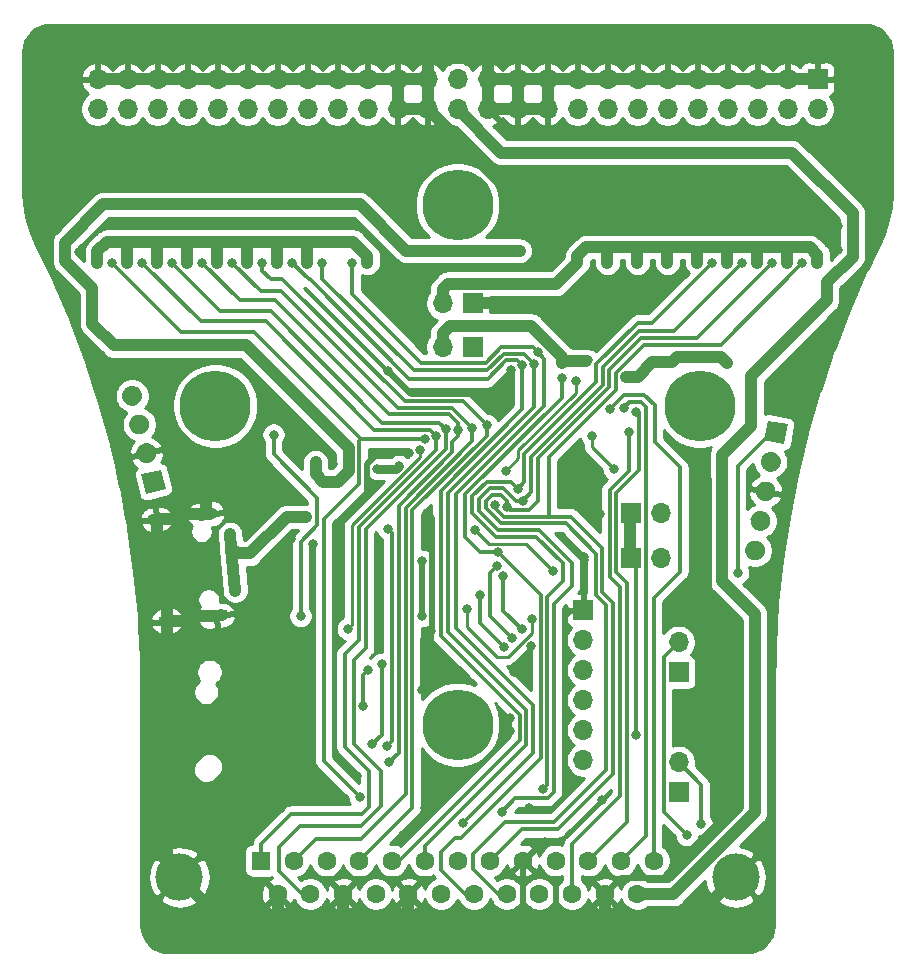
<source format=gbl>
%TF.GenerationSoftware,KiCad,Pcbnew,5.1.12-84ad8e8a86~92~ubuntu20.04.1*%
%TF.CreationDate,2022-08-13T14:28:54-05:00*%
%TF.ProjectId,dietSCSI,64696574-5343-4534-992e-6b696361645f,rev?*%
%TF.SameCoordinates,Original*%
%TF.FileFunction,Copper,L2,Bot*%
%TF.FilePolarity,Positive*%
%FSLAX46Y46*%
G04 Gerber Fmt 4.6, Leading zero omitted, Abs format (unit mm)*
G04 Created by KiCad (PCBNEW 5.1.12-84ad8e8a86~92~ubuntu20.04.1) date 2022-08-13 14:28:54*
%MOMM*%
%LPD*%
G01*
G04 APERTURE LIST*
%TA.AperFunction,ComponentPad*%
%ADD10R,1.700000X1.700000*%
%TD*%
%TA.AperFunction,ComponentPad*%
%ADD11O,1.700000X1.700000*%
%TD*%
%TA.AperFunction,ComponentPad*%
%ADD12C,4.000000*%
%TD*%
%TA.AperFunction,ComponentPad*%
%ADD13C,1.600000*%
%TD*%
%TA.AperFunction,ComponentPad*%
%ADD14R,1.600000X1.600000*%
%TD*%
%TA.AperFunction,ComponentPad*%
%ADD15C,0.150000*%
%TD*%
%TA.AperFunction,ComponentPad*%
%ADD16C,6.000000*%
%TD*%
%TA.AperFunction,ViaPad*%
%ADD17C,0.800000*%
%TD*%
%TA.AperFunction,Conductor*%
%ADD18C,0.500000*%
%TD*%
%TA.AperFunction,Conductor*%
%ADD19C,1.000000*%
%TD*%
%TA.AperFunction,Conductor*%
%ADD20C,0.350000*%
%TD*%
%TA.AperFunction,Conductor*%
%ADD21C,0.750000*%
%TD*%
%TA.AperFunction,Conductor*%
%ADD22C,0.250000*%
%TD*%
%TA.AperFunction,Conductor*%
%ADD23C,0.254000*%
%TD*%
%TA.AperFunction,Conductor*%
%ADD24C,0.150000*%
%TD*%
G04 APERTURE END LIST*
%TO.P,J2,S1*%
%TO.N,GND*%
%TA.AperFunction,ComponentPad*%
G36*
G01*
X115575177Y-61741335D02*
X116669151Y-61626353D01*
G75*
G02*
X117218676Y-62071350I52264J-497261D01*
G01*
X117218676Y-62071350D01*
G75*
G02*
X116773679Y-62620875I-497261J-52264D01*
G01*
X115679705Y-62735857D01*
G75*
G02*
X115130180Y-62290860I-52264J497261D01*
G01*
X115130180Y-62290860D01*
G75*
G02*
X115575177Y-61741335I497261J52264D01*
G01*
G37*
%TD.AperFunction*%
%TA.AperFunction,ComponentPad*%
G36*
G01*
X116478302Y-70334004D02*
X117572276Y-70219022D01*
G75*
G02*
X118121801Y-70664019I52264J-497261D01*
G01*
X118121801Y-70664019D01*
G75*
G02*
X117676804Y-71213544I-497261J-52264D01*
G01*
X116582830Y-71328526D01*
G75*
G02*
X116033305Y-70883529I-52264J497261D01*
G01*
X116033305Y-70883529D01*
G75*
G02*
X116478302Y-70334004I497261J52264D01*
G01*
G37*
%TD.AperFunction*%
%TA.AperFunction,ComponentPad*%
G36*
G01*
X111666705Y-62152132D02*
X112263419Y-62089414D01*
G75*
G02*
X112812944Y-62534411I52264J-497261D01*
G01*
X112812944Y-62534411D01*
G75*
G02*
X112367947Y-63083936I-497261J-52264D01*
G01*
X111771233Y-63146654D01*
G75*
G02*
X111221708Y-62701657I-52264J497261D01*
G01*
X111221708Y-62701657D01*
G75*
G02*
X111666705Y-62152132I497261J52264D01*
G01*
G37*
%TD.AperFunction*%
%TA.AperFunction,ComponentPad*%
G36*
G01*
X112569831Y-70744801D02*
X113166545Y-70682083D01*
G75*
G02*
X113716070Y-71127080I52264J-497261D01*
G01*
X113716070Y-71127080D01*
G75*
G02*
X113271073Y-71676605I-497261J-52264D01*
G01*
X112674359Y-71739323D01*
G75*
G02*
X112124834Y-71294326I-52264J497261D01*
G01*
X112124834Y-71294326D01*
G75*
G02*
X112569831Y-70744801I497261J52264D01*
G01*
G37*
%TD.AperFunction*%
%TD*%
D10*
%TO.P,J12,1*%
%TO.N,GND*%
X167980000Y-25336500D03*
D11*
%TO.P,J12,2*%
%TO.N,/SCSI_DB0*%
X167980000Y-27876500D03*
%TO.P,J12,3*%
%TO.N,GND*%
X165440000Y-25336500D03*
%TO.P,J12,4*%
%TO.N,/SCSI_DB1*%
X165440000Y-27876500D03*
%TO.P,J12,5*%
%TO.N,GND*%
X162900000Y-25336500D03*
%TO.P,J12,6*%
%TO.N,/SCSI_DB2*%
X162900000Y-27876500D03*
%TO.P,J12,7*%
%TO.N,GND*%
X160360000Y-25336500D03*
%TO.P,J12,8*%
%TO.N,/SCSI_DB3*%
X160360000Y-27876500D03*
%TO.P,J12,9*%
%TO.N,GND*%
X157820000Y-25336500D03*
%TO.P,J12,10*%
%TO.N,/SCSI_DB4*%
X157820000Y-27876500D03*
%TO.P,J12,11*%
%TO.N,GND*%
X155280000Y-25336500D03*
%TO.P,J12,12*%
%TO.N,/SCSI_DB5*%
X155280000Y-27876500D03*
%TO.P,J12,13*%
%TO.N,GND*%
X152740000Y-25336500D03*
%TO.P,J12,14*%
%TO.N,/SCSI_DB6*%
X152740000Y-27876500D03*
%TO.P,J12,15*%
%TO.N,GND*%
X150200000Y-25336500D03*
%TO.P,J12,16*%
%TO.N,/SCSI_DB7*%
X150200000Y-27876500D03*
%TO.P,J12,17*%
%TO.N,GND*%
X147660000Y-25336500D03*
%TO.P,J12,18*%
%TO.N,/SCSI_DBP*%
X147660000Y-27876500D03*
%TO.P,J12,19*%
%TO.N,GND*%
X145120000Y-25336500D03*
%TO.P,J12,20*%
X145120000Y-27876500D03*
%TO.P,J12,21*%
X142580000Y-25336500D03*
%TO.P,J12,22*%
X142580000Y-27876500D03*
%TO.P,J12,23*%
X140040000Y-25336500D03*
%TO.P,J12,24*%
X140040000Y-27876500D03*
%TO.P,J12,25*%
%TO.N,Net-(J12-Pad25)*%
X137500000Y-25336500D03*
%TO.P,J12,26*%
%TO.N,/SCSI_TERMPWR*%
X137500000Y-27876500D03*
%TO.P,J12,27*%
%TO.N,GND*%
X134960000Y-25336500D03*
%TO.P,J12,28*%
X134960000Y-27876500D03*
%TO.P,J12,29*%
X132420000Y-25336500D03*
%TO.P,J12,30*%
X132420000Y-27876500D03*
%TO.P,J12,31*%
X129880000Y-25336500D03*
%TO.P,J12,32*%
%TO.N,/SCSI_ATN*%
X129880000Y-27876500D03*
%TO.P,J12,33*%
%TO.N,GND*%
X127340000Y-25336500D03*
%TO.P,J12,34*%
%TO.N,Net-(J12-Pad34)*%
X127340000Y-27876500D03*
%TO.P,J12,35*%
%TO.N,GND*%
X124800000Y-25336500D03*
%TO.P,J12,36*%
%TO.N,/SCSI_BSY*%
X124800000Y-27876500D03*
%TO.P,J12,37*%
%TO.N,GND*%
X122260000Y-25336500D03*
%TO.P,J12,38*%
%TO.N,/SCSI_ACK*%
X122260000Y-27876500D03*
%TO.P,J12,39*%
%TO.N,GND*%
X119720000Y-25336500D03*
%TO.P,J12,40*%
%TO.N,/SCSI_RST*%
X119720000Y-27876500D03*
%TO.P,J12,41*%
%TO.N,GND*%
X117180000Y-25336500D03*
%TO.P,J12,42*%
%TO.N,/SCSI_MSG*%
X117180000Y-27876500D03*
%TO.P,J12,43*%
%TO.N,GND*%
X114640000Y-25336500D03*
%TO.P,J12,44*%
%TO.N,/SCSI_SEL*%
X114640000Y-27876500D03*
%TO.P,J12,45*%
%TO.N,GND*%
X112100000Y-25336500D03*
%TO.P,J12,46*%
%TO.N,/SCSI_C_D*%
X112100000Y-27876500D03*
%TO.P,J12,47*%
%TO.N,GND*%
X109560000Y-25336500D03*
%TO.P,J12,48*%
%TO.N,/SCSI_REQ*%
X109560000Y-27876500D03*
%TO.P,J12,49*%
%TO.N,GND*%
X107020000Y-25336500D03*
%TO.P,J12,50*%
%TO.N,/SCSI_I_O*%
X107020000Y-27876500D03*
%TD*%
D12*
%TO.P,J11,0*%
%TO.N,GND*%
X161050000Y-92920000D03*
X113950000Y-92920000D03*
D13*
%TO.P,J11,25*%
%TO.N,/SCSI_TERMPWR*%
X152735000Y-94340000D03*
%TO.P,J11,24*%
%TO.N,GND*%
X149965000Y-94340000D03*
%TO.P,J11,23*%
%TO.N,/SCSI_DB4*%
X147195000Y-94340000D03*
%TO.P,J11,22*%
%TO.N,/SCSI_DB2*%
X144425000Y-94340000D03*
%TO.P,J11,21*%
%TO.N,/SCSI_DB1*%
X141655000Y-94340000D03*
%TO.P,J11,20*%
%TO.N,/SCSI_DBP*%
X138885000Y-94340000D03*
%TO.P,J11,19*%
%TO.N,/SCSI_SEL*%
X136115000Y-94340000D03*
%TO.P,J11,18*%
%TO.N,GND*%
X133345000Y-94340000D03*
%TO.P,J11,17*%
%TO.N,/SCSI_ATN*%
X130575000Y-94340000D03*
%TO.P,J11,16*%
%TO.N,GND*%
X127805000Y-94340000D03*
%TO.P,J11,15*%
%TO.N,/SCSI_C_D*%
X125035000Y-94340000D03*
%TO.P,J11,14*%
%TO.N,GND*%
X122265000Y-94340000D03*
%TO.P,J11,13*%
%TO.N,/SCSI_DB7*%
X154120000Y-91500000D03*
%TO.P,J11,12*%
%TO.N,/SCSI_DB6*%
X151350000Y-91500000D03*
%TO.P,J11,11*%
%TO.N,/SCSI_DB5*%
X148580000Y-91500000D03*
%TO.P,J11,10*%
%TO.N,/SCSI_DB3*%
X145810000Y-91500000D03*
%TO.P,J11,9*%
%TO.N,GND*%
X143040000Y-91500000D03*
%TO.P,J11,8*%
%TO.N,/SCSI_DB0*%
X140270000Y-91500000D03*
%TO.P,J11,7*%
%TO.N,GND*%
X137500000Y-91500000D03*
%TO.P,J11,6*%
%TO.N,/SCSI_BSY*%
X134730000Y-91500000D03*
%TO.P,J11,5*%
%TO.N,/SCSI_ACK*%
X131960000Y-91500000D03*
%TO.P,J11,4*%
%TO.N,/SCSI_RST*%
X129190000Y-91500000D03*
%TO.P,J11,3*%
%TO.N,/SCSI_I_O*%
X126420000Y-91500000D03*
%TO.P,J11,2*%
%TO.N,/SCSI_MSG*%
X123650000Y-91500000D03*
D14*
%TO.P,J11,1*%
%TO.N,/SCSI_REQ*%
X120880000Y-91500000D03*
%TD*%
%TA.AperFunction,ComponentPad*%
D15*
%TO.P,J4,1*%
%TO.N,Net-(D4-Pad2)*%
G36*
X112379118Y-58405615D02*
G01*
X112790385Y-60055118D01*
X111140882Y-60466385D01*
X110729615Y-58816882D01*
X112379118Y-58405615D01*
G37*
%TD.AperFunction*%
%TO.P,J4,2*%
%TO.N,GND*%
%TA.AperFunction,ComponentPad*%
G36*
G01*
X111979946Y-56804627D02*
X111979946Y-56804627D01*
G75*
G02*
X111360829Y-57835012I-824751J-205634D01*
G01*
X111360829Y-57835012D01*
G75*
G02*
X110330444Y-57215895I-205634J824751D01*
G01*
X110330444Y-57215895D01*
G75*
G02*
X110949561Y-56185510I824751J205634D01*
G01*
X110949561Y-56185510D01*
G75*
G02*
X111979946Y-56804627I205634J-824751D01*
G01*
G37*
%TD.AperFunction*%
%TO.P,J4,3*%
%TO.N,Net-(J4-Pad3)*%
%TA.AperFunction,ComponentPad*%
G36*
G01*
X111375142Y-54378887D02*
X111375142Y-54378887D01*
G75*
G02*
X110756025Y-55409272I-824751J-205634D01*
G01*
X110756025Y-55409272D01*
G75*
G02*
X109725640Y-54790155I-205634J824751D01*
G01*
X109725640Y-54790155D01*
G75*
G02*
X110344757Y-53759770I824751J205634D01*
G01*
X110344757Y-53759770D01*
G75*
G02*
X111375142Y-54378887I205634J-824751D01*
G01*
G37*
%TD.AperFunction*%
%TO.P,J4,4*%
%TO.N,Net-(J4-Pad4)*%
%TA.AperFunction,ComponentPad*%
G36*
G01*
X110770337Y-51953148D02*
X110770337Y-51953148D01*
G75*
G02*
X110151220Y-52983533I-824751J-205634D01*
G01*
X110151220Y-52983533D01*
G75*
G02*
X109120835Y-52364416I-205634J824751D01*
G01*
X109120835Y-52364416D01*
G75*
G02*
X109739952Y-51334031I824751J205634D01*
G01*
X109739952Y-51334031D01*
G75*
G02*
X110770337Y-51953148I205634J-824751D01*
G01*
G37*
%TD.AperFunction*%
%TD*%
D16*
%TO.P,H8,1*%
%TO.N,N/C*%
X137500000Y-80000000D03*
%TD*%
%TO.P,H7,1*%
%TO.N,N/C*%
X117000000Y-53000000D03*
%TD*%
%TO.P,H6,1*%
%TO.N,N/C*%
X158000000Y-53000000D03*
%TD*%
%TO.P,H5,1*%
%TO.N,N/C*%
X137500000Y-36000000D03*
%TD*%
%TO.P,J10,5*%
%TO.N,/~RST*%
%TA.AperFunction,ComponentPad*%
G36*
G01*
X161863648Y-65103046D02*
X161863648Y-65103046D01*
G75*
G02*
X162848336Y-64413560I837087J-147601D01*
G01*
X162848336Y-64413560D01*
G75*
G02*
X163537822Y-65398248I-147601J-837087D01*
G01*
X163537822Y-65398248D01*
G75*
G02*
X162553134Y-66087734I-837087J147601D01*
G01*
X162553134Y-66087734D01*
G75*
G02*
X161863648Y-65103046I147601J837087D01*
G01*
G37*
%TD.AperFunction*%
%TO.P,J10,4*%
%TO.N,/SWDIO*%
%TA.AperFunction,ComponentPad*%
G36*
G01*
X162304714Y-62601634D02*
X162304714Y-62601634D01*
G75*
G02*
X163289402Y-61912148I837087J-147601D01*
G01*
X163289402Y-61912148D01*
G75*
G02*
X163978888Y-62896836I-147601J-837087D01*
G01*
X163978888Y-62896836D01*
G75*
G02*
X162994200Y-63586322I-837087J147601D01*
G01*
X162994200Y-63586322D01*
G75*
G02*
X162304714Y-62601634I147601J837087D01*
G01*
G37*
%TD.AperFunction*%
%TO.P,J10,3*%
%TO.N,GND*%
%TA.AperFunction,ComponentPad*%
G36*
G01*
X162745780Y-60100222D02*
X162745780Y-60100222D01*
G75*
G02*
X163730468Y-59410736I837087J-147601D01*
G01*
X163730468Y-59410736D01*
G75*
G02*
X164419954Y-60395424I-147601J-837087D01*
G01*
X164419954Y-60395424D01*
G75*
G02*
X163435266Y-61084910I-837087J147601D01*
G01*
X163435266Y-61084910D01*
G75*
G02*
X162745780Y-60100222I147601J837087D01*
G01*
G37*
%TD.AperFunction*%
%TO.P,J10,2*%
%TO.N,/SWDCK*%
%TA.AperFunction,ComponentPad*%
G36*
G01*
X163186847Y-57598811D02*
X163186847Y-57598811D01*
G75*
G02*
X164171535Y-56909325I837087J-147601D01*
G01*
X164171535Y-56909325D01*
G75*
G02*
X164861021Y-57894013I-147601J-837087D01*
G01*
X164861021Y-57894013D01*
G75*
G02*
X163876333Y-58583499I-837087J147601D01*
G01*
X163876333Y-58583499D01*
G75*
G02*
X163186847Y-57598811I147601J837087D01*
G01*
G37*
%TD.AperFunction*%
%TA.AperFunction,ComponentPad*%
D15*
%TO.P,J10,1*%
%TO.N,+3V3*%
G36*
X163480312Y-55934486D02*
G01*
X163775514Y-54260312D01*
X165449688Y-54555514D01*
X165154486Y-56229688D01*
X163480312Y-55934486D01*
G37*
%TD.AperFunction*%
%TD*%
D11*
%TO.P,J9,2*%
%TO.N,Net-(J9-Pad2)*%
X136230000Y-48006000D03*
D10*
%TO.P,J9,1*%
%TO.N,+5V*%
X138770000Y-48006000D03*
%TD*%
D11*
%TO.P,J8,2*%
%TO.N,/BOOT1*%
X154686000Y-62103000D03*
D10*
%TO.P,J8,1*%
%TO.N,+3V3*%
X152146000Y-62103000D03*
%TD*%
D11*
%TO.P,J7,2*%
%TO.N,/BOOT0*%
X154686000Y-65849500D03*
D10*
%TO.P,J7,1*%
%TO.N,+3V3*%
X152146000Y-65849500D03*
%TD*%
D11*
%TO.P,J6,2*%
%TO.N,Net-(J6-Pad2)*%
X136230000Y-44323000D03*
D10*
%TO.P,J6,1*%
%TO.N,GND*%
X138770000Y-44323000D03*
%TD*%
D11*
%TO.P,J5,2*%
%TO.N,/LED_STAT*%
X156210000Y-73025000D03*
D10*
%TO.P,J5,1*%
%TO.N,Net-(J5-Pad1)*%
X156210000Y-75565000D03*
%TD*%
D11*
%TO.P,J3,2*%
%TO.N,/LED_ACT*%
X156210000Y-83185000D03*
D10*
%TO.P,J3,1*%
%TO.N,Net-(J3-Pad1)*%
X156210000Y-85725000D03*
%TD*%
D11*
%TO.P,J1,6*%
%TO.N,Net-(J1-Pad6)*%
X148145500Y-82994500D03*
%TO.P,J1,5*%
%TO.N,/TX2*%
X148145500Y-80454500D03*
%TO.P,J1,4*%
%TO.N,/RX2*%
X148145500Y-77914500D03*
%TO.P,J1,3*%
%TO.N,Net-(J1-Pad3)*%
X148145500Y-75374500D03*
%TO.P,J1,2*%
%TO.N,Net-(J1-Pad2)*%
X148145500Y-72834500D03*
D10*
%TO.P,J1,1*%
%TO.N,GND*%
X148145500Y-70294500D03*
%TD*%
D17*
%TO.N,GND*%
X134747000Y-87058500D03*
X137096500Y-84772500D03*
X114808000Y-57213500D03*
X121158000Y-53467000D03*
X126555500Y-56896000D03*
X158178500Y-66167000D03*
X158178492Y-58991500D03*
X161226500Y-76517500D03*
X128397000Y-61976000D03*
X134468490Y-70802501D03*
X148183600Y-65824100D03*
X133361843Y-56955641D03*
X140512800Y-52412900D03*
X131572000Y-50038000D03*
X127381000Y-30226000D03*
X127381000Y-32258000D03*
X158242000Y-62801500D03*
X158394400Y-69684900D03*
X111315500Y-49847500D03*
X143573500Y-87058500D03*
X132842000Y-89344500D03*
X127444500Y-62928500D03*
X118872000Y-49466500D03*
X126936500Y-57912000D03*
X149595978Y-62166500D03*
X149288500Y-60452000D03*
X142049496Y-49930543D03*
X131064000Y-43243500D03*
X131826000Y-45085000D03*
X135128000Y-45974000D03*
X144208500Y-44513500D03*
X131508500Y-40195500D03*
X133794500Y-37909500D03*
X132905500Y-35179000D03*
X140906500Y-38290500D03*
X144970500Y-33591500D03*
X144780000Y-39116000D03*
X172021500Y-29781500D03*
X172974000Y-37020500D03*
X170434000Y-43370500D03*
X166560500Y-52514500D03*
X102679500Y-31305500D03*
X102870000Y-38735000D03*
X107442000Y-50863500D03*
X104838500Y-43942000D03*
X134467600Y-66128900D03*
X120040400Y-72351900D03*
X122758200Y-72174100D03*
X122809000Y-85356700D03*
X116459000Y-80581500D03*
X112928400Y-76111100D03*
X112928400Y-82181700D03*
X119761000Y-86423500D03*
X126263400Y-85077300D03*
X159766000Y-87566500D03*
X156235400Y-91147900D03*
X144932400Y-89903300D03*
X149733000Y-86360000D03*
X141935200Y-79463900D03*
X141935200Y-80505300D03*
X146735800Y-81749900D03*
X143738600Y-73367900D03*
X142265400Y-75577700D03*
X141579600Y-51981100D03*
X163576000Y-68313300D03*
X125222000Y-64731900D03*
X123418600Y-64274700D03*
X120675400Y-57111900D03*
X120650000Y-60972700D03*
X163449000Y-89344500D03*
X117094000Y-57721500D03*
X127381000Y-37528500D03*
X105410000Y-40005000D03*
X169672000Y-37782500D03*
X169672000Y-39814500D03*
X127444500Y-69977000D03*
X128968500Y-84328000D03*
X130873500Y-72580500D03*
X130873500Y-68453000D03*
X146812000Y-74104500D03*
X155702000Y-70548500D03*
X165100000Y-51371500D03*
%TO.N,+3V3*%
X124206000Y-70802500D03*
X130707510Y-58364135D03*
X134874000Y-62039500D03*
X135255000Y-72072500D03*
X138176000Y-76073000D03*
X132564114Y-58110378D03*
X121920000Y-55435500D03*
X152602535Y-80899000D03*
X134493001Y-77050899D03*
X161239200Y-67144900D03*
%TO.N,/LED_ACT*%
X141414733Y-73401364D03*
X139407590Y-68989153D03*
X158149783Y-88393050D03*
%TO.N,/LED_STAT*%
X131546600Y-81826100D03*
X156908500Y-89344500D03*
X131590732Y-63391732D03*
%TO.N,+5V*%
X125476000Y-57785000D03*
X142748000Y-39878000D03*
%TO.N,/VUSB*%
X118237000Y-63881000D03*
X118681500Y-68643500D03*
X124650500Y-62420502D03*
%TO.N,/SCSI_DB1*%
X164147500Y-40894000D03*
X141708133Y-61604702D03*
%TO.N,/SCSI_DB0*%
X166700200Y-40894000D03*
X140692457Y-61366858D03*
%TO.N,/BOOT0*%
X143768154Y-71047943D03*
X134336107Y-56730177D03*
X138340480Y-70171501D03*
X128206500Y-71882000D03*
%TO.N,/SCSI_I_O*%
X108280200Y-40894000D03*
X129222500Y-86106000D03*
X134731221Y-55811532D03*
%TO.N,/SCSI_REQ*%
X110820200Y-40894000D03*
X135703478Y-55577565D03*
%TO.N,/SCSI_C_D*%
X113360200Y-40894000D03*
X136513766Y-54991514D03*
%TO.N,/SCSI_SEL*%
X115900200Y-40894000D03*
X131730805Y-83169726D03*
X137513601Y-55010295D03*
%TO.N,/SCSI_MSG*%
X118440200Y-40894000D03*
X138766588Y-54878520D03*
%TO.N,/SCSI_RST*%
X120980200Y-40894000D03*
X139954000Y-54610000D03*
%TO.N,/SWDIO*%
X141605000Y-58483500D03*
X150748996Y-58356500D03*
X147492729Y-50859688D03*
X148907500Y-55562500D03*
%TO.N,/SCSI_ACK*%
X123520200Y-40894000D03*
X142987842Y-49583003D03*
%TO.N,/SCSI_BSY*%
X126060200Y-40894000D03*
X143980169Y-49459269D03*
%TO.N,/SCSI_ATN*%
X128600200Y-40894000D03*
X137922000Y-88328500D03*
X144272000Y-48450500D03*
%TO.N,/SCSI_DB7*%
X150423275Y-53237755D03*
%TO.N,/SCSI_DB6*%
X151591030Y-53166030D03*
%TO.N,/SCSI_DB5*%
X152602535Y-53490485D03*
%TO.N,/SCSI_DB4*%
X152019000Y-55181500D03*
%TO.N,/SCSI_DB3*%
X159067500Y-40894000D03*
X144749088Y-85463933D03*
X142621000Y-60007500D03*
%TO.N,/SCSI_DB2*%
X161607500Y-40894000D03*
X141279235Y-87367735D03*
X143003763Y-61021737D03*
%TO.N,/SCSI_DBP*%
X140886256Y-65399078D03*
X146311044Y-50606298D03*
%TO.N,/SD_CLK*%
X129489510Y-78436913D03*
X129921000Y-75374500D03*
%TO.N,/~SD_CS*%
X130279998Y-81639000D03*
X131076161Y-74853490D03*
%TO.N,/RX2*%
X142931500Y-71884597D03*
X141385036Y-67407536D03*
%TO.N,/TX2*%
X142121847Y-72694249D03*
X140817601Y-66560699D03*
%TO.N,/~RST*%
X145580366Y-66995795D03*
X139014200Y-63487300D03*
%TO.N,Net-(J6-Pad2)*%
X147650200Y-40894000D03*
X165430200Y-40894000D03*
X162890200Y-40894000D03*
X160350200Y-40894000D03*
X157810200Y-40894000D03*
X155270200Y-40894000D03*
X152730200Y-40894000D03*
X150190200Y-40894000D03*
X167970200Y-40894000D03*
X107010200Y-40894000D03*
X109550200Y-40894000D03*
X112090200Y-40894000D03*
X114630200Y-40894000D03*
X117170200Y-40894000D03*
X119710200Y-40894000D03*
X122250200Y-40894000D03*
X124790200Y-40894000D03*
X129870200Y-40894000D03*
%TO.N,Net-(J9-Pad2)*%
X146367500Y-49403000D03*
X151765000Y-50546000D03*
X148526500Y-49149000D03*
X154000200Y-49288702D03*
X160337500Y-49403000D03*
X156083000Y-48895000D03*
%TD*%
D18*
%TO.N,GND*%
X134810500Y-87058500D02*
X137096500Y-84772500D01*
X134747000Y-87058500D02*
X134810500Y-87058500D01*
D19*
X157196000Y-96774000D02*
X161050000Y-92920000D01*
X149965000Y-94340000D02*
X149965000Y-96625000D01*
X149965000Y-96625000D02*
X150114000Y-96774000D01*
X150114000Y-96774000D02*
X157196000Y-96774000D01*
X133345000Y-96705500D02*
X133413500Y-96774000D01*
X133345000Y-94340000D02*
X133345000Y-96705500D01*
X127805000Y-96563000D02*
X128016000Y-96774000D01*
X127805000Y-94340000D02*
X127805000Y-96563000D01*
X128016000Y-96774000D02*
X133413500Y-96774000D01*
X122999500Y-96774000D02*
X128016000Y-96774000D01*
X117804000Y-96774000D02*
X113950000Y-92920000D01*
X122999500Y-96774000D02*
X117804000Y-96774000D01*
X122265000Y-94340000D02*
X122265000Y-96547500D01*
D18*
X143040000Y-91500000D02*
X143040000Y-96748500D01*
X143040000Y-96748500D02*
X143065500Y-96774000D01*
D19*
X133413500Y-96774000D02*
X143065500Y-96774000D01*
X107020000Y-25336500D02*
X109560000Y-25336500D01*
X109560000Y-25336500D02*
X112100000Y-25336500D01*
X112100000Y-25336500D02*
X114640000Y-25336500D01*
X114640000Y-25336500D02*
X117180000Y-25336500D01*
X117180000Y-25336500D02*
X119720000Y-25336500D01*
X119720000Y-25336500D02*
X122260000Y-25336500D01*
X122260000Y-25336500D02*
X124800000Y-25336500D01*
X124800000Y-25336500D02*
X127340000Y-25336500D01*
X127340000Y-25336500D02*
X129880000Y-25336500D01*
X129880000Y-25336500D02*
X132420000Y-25336500D01*
X132420000Y-25336500D02*
X132420000Y-27876500D01*
X132420000Y-27876500D02*
X134960000Y-27876500D01*
X134960000Y-25336500D02*
X132420000Y-25336500D01*
X134960000Y-25336500D02*
X134960000Y-27876500D01*
X134960000Y-23536000D02*
X134960000Y-25336500D01*
X136207500Y-22288500D02*
X134960000Y-23536000D01*
X138811000Y-22288500D02*
X136207500Y-22288500D01*
X140040000Y-23517500D02*
X138811000Y-22288500D01*
X140040000Y-25336500D02*
X140040000Y-23517500D01*
X140040000Y-25336500D02*
X140040000Y-27876500D01*
X140040000Y-27876500D02*
X142580000Y-27876500D01*
X142580000Y-27876500D02*
X145120000Y-27876500D01*
X145120000Y-27876500D02*
X145120000Y-25336500D01*
X142580000Y-25336500D02*
X142580000Y-27876500D01*
X140040000Y-25336500D02*
X142580000Y-25336500D01*
X145120000Y-25336500D02*
X142580000Y-25336500D01*
X145120000Y-25336500D02*
X147660000Y-25336500D01*
X147660000Y-25336500D02*
X150200000Y-25336500D01*
X150200000Y-25336500D02*
X152740000Y-25336500D01*
X152740000Y-25336500D02*
X155280000Y-25336500D01*
X155280000Y-25336500D02*
X157820000Y-25336500D01*
X157820000Y-25336500D02*
X160360000Y-25336500D01*
X160360000Y-25336500D02*
X162900000Y-25336500D01*
X162900000Y-25336500D02*
X165440000Y-25336500D01*
X165440000Y-25336500D02*
X167980000Y-25336500D01*
X116174428Y-60101572D02*
X117792500Y-58483500D01*
X116174428Y-62181105D02*
X116174428Y-60101572D01*
X158496000Y-66167000D02*
X158496000Y-59309008D01*
X158496000Y-59309008D02*
X158178492Y-58991500D01*
X161226500Y-76517500D02*
X161226500Y-73914000D01*
X158496000Y-71183500D02*
X158496000Y-66167000D01*
X161226500Y-73914000D02*
X158496000Y-71183500D01*
X161226500Y-76517500D02*
X161226500Y-86487000D01*
X161226500Y-86487000D02*
X161226500Y-86868000D01*
D18*
X151341000Y-92964000D02*
X149965000Y-94340000D01*
X155321000Y-92964000D02*
X151341000Y-92964000D01*
D19*
X156146500Y-92075000D02*
X155384500Y-92837000D01*
X112017326Y-62618034D02*
X113594466Y-62618034D01*
X114031395Y-62181105D02*
X116174428Y-62181105D01*
X113594466Y-62618034D02*
X114031395Y-62181105D01*
X112017326Y-66360826D02*
X112017326Y-62618034D01*
X112920452Y-67263952D02*
X112017326Y-66360826D01*
X112920452Y-71210703D02*
X112920452Y-67263952D01*
X112920452Y-71210703D02*
X114653797Y-71210703D01*
X115090726Y-70773774D02*
X117077553Y-70773774D01*
X114653797Y-71210703D02*
X115090726Y-70773774D01*
D20*
X148145500Y-66354922D02*
X148432454Y-66067968D01*
X148145500Y-70294500D02*
X148145500Y-66354922D01*
D18*
X128397000Y-61976000D02*
X129857509Y-60515491D01*
X129857509Y-57956134D02*
X130858002Y-56955641D01*
X130858002Y-56955641D02*
X133361843Y-56955641D01*
X129857509Y-60515491D02*
X129857509Y-57956134D01*
X140970000Y-52006500D02*
X133540500Y-52006500D01*
X133540500Y-52006500D02*
X131572000Y-50038000D01*
D19*
X161226500Y-86995000D02*
X156083000Y-92138500D01*
X161226500Y-86487000D02*
X161226500Y-86995000D01*
X144780000Y-40005000D02*
X143891000Y-40894000D01*
X144780000Y-38989000D02*
X144780000Y-40005000D01*
X142875000Y-37084000D02*
X144780000Y-38989000D01*
X142875000Y-35791500D02*
X142875000Y-37084000D01*
X134960000Y-27876500D02*
X142875000Y-35791500D01*
D21*
X134937500Y-41275000D02*
X134816990Y-41395510D01*
X143510000Y-41275000D02*
X134937500Y-41275000D01*
X144018000Y-40767000D02*
X143510000Y-41275000D01*
D18*
X120650000Y-53975000D02*
X121158000Y-53467000D01*
X120650000Y-55753000D02*
X120650000Y-53975000D01*
X120523000Y-55753000D02*
X120650000Y-55753000D01*
X117792500Y-58483500D02*
X120523000Y-55753000D01*
X121285000Y-53340000D02*
X121158000Y-53467000D01*
X122936000Y-53340000D02*
X121285000Y-53340000D01*
X127063500Y-57467500D02*
X122936000Y-53340000D01*
X127063500Y-57721500D02*
X127063500Y-57467500D01*
D19*
X112920452Y-91890452D02*
X112920452Y-71210703D01*
X113950000Y-92920000D02*
X112920452Y-91890452D01*
D20*
X145542000Y-87058500D02*
X143573500Y-87058500D01*
X146621500Y-70929500D02*
X146621500Y-85979000D01*
X146621500Y-85979000D02*
X145542000Y-87058500D01*
X147256500Y-70294500D02*
X146621500Y-70929500D01*
X148145500Y-70294500D02*
X147256500Y-70294500D01*
X149595978Y-62166500D02*
X149595978Y-60759478D01*
X149595978Y-60759478D02*
X149288500Y-60452000D01*
D18*
X142049496Y-50927004D02*
X142049496Y-49930543D01*
X140970000Y-52006500D02*
X142049496Y-50927004D01*
X133985000Y-45212000D02*
X134050989Y-45277989D01*
D19*
X133794500Y-45021500D02*
X134048500Y-45275500D01*
X133794500Y-42418000D02*
X133794500Y-45021500D01*
X134816990Y-41395510D02*
X133794500Y-42418000D01*
D18*
X134467600Y-70801611D02*
X134468490Y-70802501D01*
X134467600Y-66128900D02*
X134467600Y-70801611D01*
D19*
X144018000Y-44323000D02*
X144208500Y-44513500D01*
X138770000Y-44323000D02*
X144018000Y-44323000D01*
D18*
X140040000Y-27876500D02*
X142008500Y-29845000D01*
X142008500Y-29845000D02*
X142557500Y-29845000D01*
X142580000Y-29822500D02*
X142580000Y-27876500D01*
X142557500Y-29845000D02*
X142580000Y-29822500D01*
X145796000Y-96710500D02*
X145859500Y-96774000D01*
X145796000Y-93281500D02*
X145796000Y-96710500D01*
D19*
X145859500Y-96774000D02*
X150114000Y-96774000D01*
X143065500Y-96774000D02*
X145859500Y-96774000D01*
%TO.N,+3V3*%
X152082500Y-62103000D02*
X152082500Y-65849500D01*
D18*
X134874000Y-62039500D02*
X135318500Y-62484000D01*
X135318500Y-62484000D02*
X135318500Y-72009000D01*
X135318500Y-72009000D02*
X135255000Y-72072500D01*
D21*
X130707510Y-58364135D02*
X132310357Y-58364135D01*
X132310357Y-58364135D02*
X132564114Y-58110378D01*
D20*
X125603000Y-60769500D02*
X121920000Y-57086500D01*
X125603000Y-63119000D02*
X125603000Y-60769500D01*
X124206000Y-64516000D02*
X125603000Y-63119000D01*
X121920000Y-57086500D02*
X121920000Y-55435500D01*
X124206000Y-70802500D02*
X124206000Y-64516000D01*
X152082500Y-65849500D02*
X152602535Y-66369535D01*
X152602535Y-66369535D02*
X152602535Y-80333315D01*
X152602535Y-80333315D02*
X152602535Y-80899000D01*
D18*
X138176000Y-75882500D02*
X138176000Y-76073000D01*
X135255000Y-72961500D02*
X138176000Y-75882500D01*
X135255000Y-72072500D02*
X135255000Y-72961500D01*
X134594600Y-76949300D02*
X134493001Y-77050899D01*
X134594600Y-72732900D02*
X134594600Y-76949300D01*
X135255000Y-72072500D02*
X134594600Y-72732900D01*
X135077201Y-77050899D02*
X134493001Y-77050899D01*
X136055100Y-76073000D02*
X135077201Y-77050899D01*
X138176000Y-76073000D02*
X136055100Y-76073000D01*
D20*
X164122100Y-55245000D02*
X161239200Y-58127900D01*
X161239200Y-58127900D02*
X161239200Y-67144900D01*
X164465000Y-55245000D02*
X164122100Y-55245000D01*
%TO.N,/LED_ACT*%
X139407590Y-71394221D02*
X139407590Y-68989153D01*
X141414733Y-73401364D02*
X139407590Y-71394221D01*
X156210000Y-83185000D02*
X158149783Y-85124783D01*
X158149783Y-85124783D02*
X158149783Y-88393050D01*
%TO.N,/LED_STAT*%
X154940000Y-74295000D02*
X156210000Y-73025000D01*
X154940000Y-87376000D02*
X154940000Y-74295000D01*
X156908500Y-89344500D02*
X154940000Y-87376000D01*
X131546600Y-81826100D02*
X131953000Y-81419700D01*
X131953000Y-81419700D02*
X131953000Y-63754000D01*
X131953000Y-63754000D02*
X131590732Y-63391732D01*
D19*
%TO.N,+5V*%
X129222500Y-35941000D02*
X133159500Y-39878000D01*
X125476000Y-58801000D02*
X126111000Y-59436000D01*
X126111000Y-59436000D02*
X127381000Y-59436000D01*
X108394500Y-47879000D02*
X106553000Y-46037500D01*
X128293978Y-58523022D02*
X128293978Y-56602478D01*
X127381000Y-59436000D02*
X128293978Y-58523022D01*
X104267000Y-39179500D02*
X107505500Y-35941000D01*
X128293978Y-56602478D02*
X119570500Y-47879000D01*
X119570500Y-47879000D02*
X108394500Y-47879000D01*
X106553000Y-46037500D02*
X106553000Y-43053000D01*
X104267000Y-40767000D02*
X104267000Y-39179500D01*
X133159500Y-39878000D02*
X142748000Y-39878000D01*
X125476000Y-57785000D02*
X125476000Y-58801000D01*
X107505500Y-35941000D02*
X129222500Y-35941000D01*
X106553000Y-43053000D02*
X104267000Y-40767000D01*
%TO.N,/VUSB*%
X118237000Y-63881000D02*
X118345415Y-65042585D01*
X118345415Y-65042585D02*
X118681500Y-68643500D01*
X119964200Y-65493900D02*
X118796730Y-65493900D01*
X118796730Y-65493900D02*
X118345415Y-65042585D01*
X123037598Y-62420502D02*
X119964200Y-65493900D01*
X124650500Y-62420502D02*
X123037598Y-62420502D01*
%TO.N,/SCSI_TERMPWR*%
X141183000Y-31559500D02*
X137500000Y-27876500D01*
X152735000Y-94340000D02*
X155769071Y-94340000D01*
X155769071Y-94340000D02*
X162687000Y-87422071D01*
X162687000Y-87422071D02*
X162687000Y-70652504D01*
X162369500Y-50482500D02*
X168783000Y-44069000D01*
X168783000Y-44069000D02*
X168783000Y-42545000D01*
X162687000Y-70652504D02*
X159893000Y-67858504D01*
X159893000Y-67858504D02*
X159893000Y-57152860D01*
X159893000Y-57152860D02*
X162369500Y-54676360D01*
X170942000Y-40386000D02*
X170942000Y-36703000D01*
X165798500Y-31559500D02*
X141183000Y-31559500D01*
X162369500Y-54676360D02*
X162369500Y-50482500D01*
X168783000Y-42545000D02*
X170942000Y-40386000D01*
X170942000Y-36703000D02*
X165798500Y-31559500D01*
D20*
%TO.N,/SCSI_DB1*%
X164147500Y-40894000D02*
X157797500Y-47244000D01*
X153051715Y-47244000D02*
X150339978Y-49955737D01*
X150339978Y-51439808D02*
X144326494Y-57453292D01*
X157797500Y-47244000D02*
X153051715Y-47244000D01*
X150339978Y-49955737D02*
X150339978Y-51439808D01*
X143548100Y-61805588D02*
X144326494Y-61027194D01*
X144326494Y-57453292D02*
X144326494Y-61027194D01*
X141909019Y-61805588D02*
X141708133Y-61604702D01*
X143548100Y-61805588D02*
X141909019Y-61805588D01*
X140449720Y-60513566D02*
X141142150Y-60513566D01*
X141142150Y-60513566D02*
X141708133Y-61079549D01*
X141655000Y-94340000D02*
X140949000Y-94340000D01*
X140949000Y-94340000D02*
X138811000Y-92202000D01*
X141179557Y-62949989D02*
X139890500Y-61660932D01*
X138811000Y-92202000D02*
X138811000Y-90932000D01*
X138811000Y-90932000D02*
X141541500Y-88201500D01*
X141541500Y-88201500D02*
X145669000Y-88201500D01*
X145669000Y-88201500D02*
X150050500Y-83820000D01*
X150050500Y-69824498D02*
X149207466Y-68981465D01*
X149207466Y-68981465D02*
X149207466Y-65510461D01*
X149207466Y-65510461D02*
X146646994Y-62949989D01*
X139890500Y-61072784D02*
X140449720Y-60513566D01*
X150050500Y-83820000D02*
X150050500Y-69824498D01*
X146646994Y-62949989D02*
X141179557Y-62949989D01*
X141708133Y-61079549D02*
X141708133Y-61604702D01*
X139890500Y-61660932D02*
X139890500Y-61072784D01*
%TO.N,/SCSI_DB0*%
X141407379Y-62399978D02*
X140692457Y-61685057D01*
X140692457Y-61685057D02*
X140692457Y-61366858D01*
X144114722Y-62399978D02*
X141407379Y-62399978D01*
X159778700Y-47815500D02*
X166700200Y-40894000D01*
X153258048Y-47815500D02*
X159778700Y-47815500D01*
X150889989Y-50183559D02*
X153258048Y-47815500D01*
X150889989Y-51675011D02*
X150889989Y-50183559D01*
X145211800Y-57353200D02*
X150889989Y-51675011D01*
X145211800Y-62399978D02*
X145211800Y-57353200D01*
X144114722Y-62399978D02*
X145211800Y-62399978D01*
X146002333Y-88836500D02*
X142933500Y-88836500D01*
X142933500Y-88836500D02*
X140270000Y-91500000D01*
X150685500Y-84153333D02*
X146002333Y-88836500D01*
X150685500Y-69681666D02*
X150685500Y-84153333D01*
X149757477Y-68753643D02*
X150685500Y-69681666D01*
X147108978Y-62399978D02*
X149757477Y-65048477D01*
X149757477Y-65048477D02*
X149757477Y-68753643D01*
X144114722Y-62399978D02*
X147108978Y-62399978D01*
D22*
%TO.N,/BOOT0*%
X138340480Y-71728980D02*
X138340480Y-70171501D01*
X141782800Y-74256900D02*
X140868400Y-74256900D01*
X143768154Y-72271546D02*
X141782800Y-74256900D01*
X140868400Y-74256900D02*
X138340480Y-71728980D01*
X143768154Y-71047943D02*
X143768154Y-72271546D01*
X128587500Y-71501000D02*
X128206500Y-71882000D01*
X128587500Y-63112502D02*
X128587500Y-71501000D01*
X134336107Y-57363895D02*
X128587500Y-63112502D01*
X134336107Y-56730177D02*
X134336107Y-57363895D01*
D20*
%TO.N,/SCSI_I_O*%
X134542272Y-55943500D02*
X134599253Y-55943500D01*
X134599253Y-55943500D02*
X134731221Y-55811532D01*
X130746500Y-55816500D02*
X130751468Y-55811532D01*
X134165536Y-55811532D02*
X134731221Y-55811532D01*
X130751468Y-55811532D02*
X134165536Y-55811532D01*
X120269000Y-46736000D02*
X129349500Y-55816500D01*
X114122200Y-46736000D02*
X120269000Y-46736000D01*
X108280200Y-40894000D02*
X114122200Y-46736000D01*
X129730500Y-55816500D02*
X130746500Y-55816500D01*
X129349500Y-55816500D02*
X129730500Y-55816500D01*
X129168989Y-55997011D02*
X129349500Y-55816500D01*
X129168989Y-59616511D02*
X129168989Y-55997011D01*
X126161498Y-62624002D02*
X129168989Y-59616511D01*
X126161498Y-83044998D02*
X126161498Y-62624002D01*
X129222500Y-86106000D02*
X126161498Y-83044998D01*
%TO.N,/SCSI_REQ*%
X135155063Y-55029150D02*
X135703478Y-55577565D01*
X130467150Y-55029150D02*
X135155063Y-55029150D01*
X121285000Y-45847000D02*
X130467150Y-55029150D01*
X115773200Y-45847000D02*
X121285000Y-45847000D01*
X110820200Y-40894000D02*
X115773200Y-45847000D01*
X135703478Y-56703646D02*
X135703478Y-55577565D01*
X129159000Y-63248124D02*
X135703478Y-56703646D01*
X129159000Y-72834500D02*
X129159000Y-63248124D01*
X127952500Y-81851500D02*
X127952500Y-74041000D01*
X129997502Y-83896502D02*
X127952500Y-81851500D01*
X129997502Y-86981998D02*
X129997502Y-83896502D01*
X129413000Y-87566500D02*
X129997502Y-86981998D01*
X127952500Y-74041000D02*
X129159000Y-72834500D01*
X120880000Y-90067000D02*
X123380500Y-87566500D01*
X123380500Y-87566500D02*
X129413000Y-87566500D01*
X120880000Y-91500000D02*
X120880000Y-90067000D01*
%TO.N,/SCSI_C_D*%
X135941752Y-54419500D02*
X136513766Y-54991514D01*
X131127500Y-54419500D02*
X135941752Y-54419500D01*
X121666000Y-44958000D02*
X131127500Y-54419500D01*
X117424200Y-44958000D02*
X121666000Y-44958000D01*
X113360200Y-40894000D02*
X117424200Y-44958000D01*
X129730500Y-63454457D02*
X136513766Y-56671191D01*
X129730500Y-73533000D02*
X129730500Y-63454457D01*
X128714500Y-74549000D02*
X129730500Y-73533000D01*
X131000500Y-83883500D02*
X128714500Y-81597500D01*
X131000500Y-86868000D02*
X131000500Y-83883500D01*
X122364500Y-90360500D02*
X124142500Y-88582500D01*
X129286000Y-88582500D02*
X131000500Y-86868000D01*
X122364500Y-92392500D02*
X122364500Y-90360500D01*
X136513766Y-56671191D02*
X136513766Y-54991514D01*
X124142500Y-88582500D02*
X129286000Y-88582500D01*
X124312000Y-94340000D02*
X122364500Y-92392500D01*
X128714500Y-81597500D02*
X128714500Y-74549000D01*
X125035000Y-94340000D02*
X124312000Y-94340000D01*
%TO.N,/SCSI_SEL*%
X137513601Y-54444610D02*
X137513601Y-55010295D01*
X136800524Y-53731533D02*
X137513601Y-54444610D01*
X122047000Y-44069000D02*
X131709533Y-53731533D01*
X119075200Y-44069000D02*
X122047000Y-44069000D01*
X115900200Y-40894000D02*
X119075200Y-44069000D01*
X131709533Y-53731533D02*
X136800524Y-53731533D01*
X132503011Y-61459779D02*
X137063777Y-56899013D01*
X132503011Y-82397520D02*
X132503011Y-61459779D01*
X131730805Y-83169726D02*
X132503011Y-82397520D01*
X137063777Y-56025804D02*
X137513601Y-55575980D01*
X137063777Y-56899013D02*
X137063777Y-56025804D01*
X137513601Y-55575980D02*
X137513601Y-55010295D01*
%TO.N,/SCSI_MSG*%
X137069590Y-53181522D02*
X138766588Y-54878520D01*
X122555000Y-43307000D02*
X132429522Y-53181522D01*
X132429522Y-53181522D02*
X137069590Y-53181522D01*
X120853200Y-43307000D02*
X122555000Y-43307000D01*
X118440200Y-40894000D02*
X120853200Y-43307000D01*
X138766588Y-55974035D02*
X138766588Y-54878520D01*
X133104488Y-61636135D02*
X138766588Y-55974035D01*
X133104488Y-85907012D02*
X133104488Y-61636135D01*
X129349500Y-89662000D02*
X133104488Y-85907012D01*
X125488000Y-89662000D02*
X129349500Y-89662000D01*
X123650000Y-91500000D02*
X125488000Y-89662000D01*
%TO.N,/SCSI_RST*%
X137975511Y-52631511D02*
X139954000Y-54610000D01*
X133018507Y-52631511D02*
X137975511Y-52631511D01*
X122677996Y-42291000D02*
X133018507Y-52631511D01*
X121704100Y-42291000D02*
X122677996Y-42291000D01*
X120980200Y-41567100D02*
X121704100Y-42291000D01*
X120980200Y-40894000D02*
X120980200Y-41567100D01*
X133654499Y-87035501D02*
X133654499Y-61863957D01*
X129190000Y-91500000D02*
X133654499Y-87035501D01*
X139954000Y-55564456D02*
X139954000Y-54610000D01*
X133654499Y-61863957D02*
X139954000Y-55564456D01*
D22*
%TO.N,/SWDIO*%
X147492729Y-51897271D02*
X147492729Y-50859688D01*
X142654055Y-56735945D02*
X147492729Y-51897271D01*
X142654055Y-57434445D02*
X142654055Y-56735945D01*
X141605000Y-58483500D02*
X142654055Y-57434445D01*
X148907500Y-56515004D02*
X148907500Y-55562500D01*
X150748996Y-58356500D02*
X148907500Y-56515004D01*
D20*
%TO.N,/SCSI_ACK*%
X136093501Y-72475199D02*
X136093501Y-60202788D01*
X136093501Y-60202788D02*
X142987842Y-53308447D01*
X142773400Y-81267300D02*
X142773400Y-79155098D01*
X142987842Y-53308447D02*
X142987842Y-49583003D01*
X124917200Y-42291000D02*
X124972004Y-42291000D01*
X131960000Y-91500000D02*
X132540700Y-91500000D01*
X123520200Y-40894000D02*
X124917200Y-42291000D01*
X142773400Y-79155098D02*
X136093501Y-72475199D01*
X142560372Y-49155533D02*
X142987842Y-49583003D01*
X132540700Y-91500000D02*
X142773400Y-81267300D01*
X140049164Y-50736500D02*
X141630131Y-49155533D01*
X133417504Y-50736500D02*
X140049164Y-50736500D01*
X124972004Y-42291000D02*
X133417504Y-50736500D01*
X141630131Y-49155533D02*
X142560372Y-49155533D01*
%TO.N,/SCSI_BSY*%
X143980169Y-53093953D02*
X143980169Y-49459269D01*
X140033332Y-49974500D02*
X141402310Y-48605522D01*
X136702800Y-72161400D02*
X136702800Y-60371322D01*
X126060200Y-40894000D02*
X126060200Y-42240200D01*
X126060200Y-42240200D02*
X133794500Y-49974500D01*
X133794500Y-49974500D02*
X140033332Y-49974500D01*
X141402310Y-48605522D02*
X143126422Y-48605522D01*
X143126422Y-48605522D02*
X143980169Y-49459269D01*
X143323411Y-78782011D02*
X136702800Y-72161400D01*
X143323411Y-81707889D02*
X143323411Y-78782011D01*
X136702800Y-60371322D02*
X143980169Y-53093953D01*
X134730000Y-91500000D02*
X134730000Y-90301300D01*
X134730000Y-90301300D02*
X143323411Y-81707889D01*
%TO.N,/SCSI_ATN*%
X141174489Y-48055511D02*
X143877011Y-48055511D01*
X143877011Y-48055511D02*
X144272000Y-48450500D01*
X128600200Y-40894000D02*
X128600200Y-43573700D01*
X139890500Y-49339500D02*
X141174489Y-48055511D01*
X134366000Y-49339500D02*
X139890500Y-49339500D01*
X128600200Y-43573700D02*
X134366000Y-49339500D01*
X144831464Y-53020491D02*
X144831464Y-49009964D01*
X137350500Y-60501455D02*
X144831464Y-53020491D01*
X143891000Y-78346300D02*
X137350500Y-71805800D01*
X137350500Y-71805800D02*
X137350500Y-60501455D01*
X143891000Y-82359500D02*
X143891000Y-78346300D01*
X144831464Y-49009964D02*
X144272000Y-48450500D01*
X137922000Y-88328500D02*
X143891000Y-82359500D01*
%TO.N,/SCSI_DB7*%
X151591030Y-52070000D02*
X150423275Y-53237755D01*
X153289000Y-52070000D02*
X151591030Y-52070000D01*
X154178000Y-52959000D02*
X153289000Y-52070000D01*
X156337000Y-58217388D02*
X154178000Y-56058388D01*
X154178000Y-56058388D02*
X154178000Y-52959000D01*
X156337000Y-67056000D02*
X156337000Y-58217388D01*
X154120000Y-69273000D02*
X156337000Y-67056000D01*
X154120000Y-91500000D02*
X154120000Y-69273000D01*
%TO.N,/SCSI_DB6*%
X153416000Y-89434000D02*
X151350000Y-91500000D01*
X153416000Y-53086000D02*
X153416000Y-89434000D01*
X153035000Y-52705000D02*
X153416000Y-53086000D01*
X152052060Y-52705000D02*
X153035000Y-52705000D01*
X151591030Y-53166030D02*
X152052060Y-52705000D01*
%TO.N,/SCSI_DB5*%
X152827534Y-58456801D02*
X152827534Y-53715484D01*
X150920999Y-67063001D02*
X150920999Y-60363336D01*
X152827534Y-53715484D02*
X152602535Y-53490485D01*
X151827532Y-67969534D02*
X150920999Y-67063001D01*
X148580000Y-91500000D02*
X151827532Y-88252468D01*
X151827532Y-88252468D02*
X151827532Y-67969534D01*
X150920999Y-60363336D02*
X152827534Y-58456801D01*
%TO.N,/SCSI_DB4*%
X152019000Y-58487502D02*
X152019000Y-55181500D01*
X150370988Y-60135514D02*
X152019000Y-58487502D01*
X147195000Y-90104500D02*
X151277521Y-86021979D01*
X147195000Y-94340000D02*
X147195000Y-90104500D01*
X150370988Y-67471823D02*
X150370988Y-60135514D01*
X151277521Y-68378356D02*
X150370988Y-67471823D01*
X151277521Y-86021979D02*
X151277521Y-68378356D01*
%TO.N,/SCSI_DB3*%
X142621000Y-60007500D02*
X143154066Y-59474434D01*
X143154066Y-57070056D02*
X149239956Y-50984166D01*
X149239956Y-50984166D02*
X149239956Y-49500093D01*
X152766049Y-45974000D02*
X153987500Y-45974000D01*
X153987500Y-45974000D02*
X159067500Y-40894000D01*
X143154066Y-59474434D02*
X143154066Y-57070056D01*
X149239956Y-49500093D02*
X152766049Y-45974000D01*
X140745402Y-64071500D02*
X138763111Y-62089209D01*
X139994076Y-59413544D02*
X142027044Y-59413544D01*
X144150859Y-64071500D02*
X140745402Y-64071500D01*
X144749088Y-85463933D02*
X145093167Y-85119854D01*
X138763111Y-62089209D02*
X138763111Y-60644509D01*
X146400088Y-66320729D02*
X144150859Y-64071500D01*
X145093167Y-85119854D02*
X145093167Y-69155833D01*
X138763111Y-60644509D02*
X139994076Y-59413544D01*
X142027044Y-59413544D02*
X142621000Y-60007500D01*
X145093167Y-69155833D02*
X146400088Y-67848912D01*
X146400088Y-67848912D02*
X146400088Y-66320729D01*
%TO.N,/SCSI_DB2*%
X143003763Y-61021737D02*
X143704077Y-60321423D01*
X143704077Y-60321423D02*
X143704077Y-57297877D01*
X155807511Y-46693989D02*
X161607500Y-40894000D01*
X152823893Y-46693989D02*
X155807511Y-46693989D01*
X149789967Y-49727915D02*
X152823893Y-46693989D01*
X149789967Y-51211987D02*
X149789967Y-49727915D01*
X143704077Y-57297877D02*
X149789967Y-51211987D01*
X141279235Y-87367735D02*
X142408035Y-86238935D01*
X142408035Y-86238935D02*
X145121090Y-86238935D01*
X145121090Y-86238935D02*
X145643178Y-85716847D01*
X145643178Y-85716847D02*
X145643178Y-69748822D01*
X145643178Y-69748822D02*
X147175090Y-68216910D01*
X147175090Y-68216910D02*
X147175090Y-66370501D01*
X147175090Y-66317898D02*
X144357192Y-63500000D01*
X139319000Y-61867265D02*
X139319000Y-60866452D01*
X141379896Y-59963555D02*
X142438078Y-61021737D01*
X142438078Y-61021737D02*
X143003763Y-61021737D01*
X140951735Y-63500000D02*
X139319000Y-61867265D01*
X140221899Y-59963555D02*
X141379896Y-59963555D01*
X144357192Y-63500000D02*
X140951735Y-63500000D01*
X139319000Y-60866452D02*
X140221899Y-59963555D01*
%TO.N,/SCSI_DBP*%
X138885000Y-94340000D02*
X138123999Y-94340000D01*
X144543156Y-82854348D02*
X144543156Y-69055978D01*
X144543156Y-69055978D02*
X140886256Y-65399078D01*
X137287000Y-89598500D02*
X137799004Y-89598500D01*
X136080500Y-92296501D02*
X136080500Y-90805000D01*
X136080500Y-90805000D02*
X137287000Y-89598500D01*
X138123999Y-94340000D02*
X136080500Y-92296501D01*
X137799004Y-89598500D02*
X144543156Y-82854348D01*
X146311044Y-52318744D02*
X146311044Y-50606298D01*
X138133989Y-60495799D02*
X146311044Y-52318744D01*
X138133989Y-64132741D02*
X138133989Y-60495799D01*
X139400326Y-65399078D02*
X138133989Y-64132741D01*
X140886256Y-65399078D02*
X139400326Y-65399078D01*
%TO.N,/SD_CLK*%
X129630923Y-78295500D02*
X129489510Y-78436913D01*
X129489510Y-78436913D02*
X129489510Y-75805990D01*
X129489510Y-75805990D02*
X129921000Y-75374500D01*
%TO.N,/~SD_CS*%
X131076161Y-80842837D02*
X131076161Y-74853490D01*
X130279998Y-81639000D02*
X131076161Y-80842837D01*
%TO.N,/RX2*%
X142931500Y-71884597D02*
X141385036Y-70338133D01*
X141385036Y-70338133D02*
X141385036Y-67407536D01*
%TO.N,/TX2*%
X140214397Y-70786799D02*
X140214397Y-67163903D01*
X140214397Y-67163903D02*
X140817601Y-66560699D01*
X142121847Y-72694249D02*
X140214397Y-70786799D01*
D22*
%TO.N,/~RST*%
X140200977Y-64674077D02*
X139014200Y-63487300D01*
X143258648Y-64674077D02*
X140200977Y-64674077D01*
X145580366Y-66995795D02*
X143258648Y-64674077D01*
D19*
%TO.N,Net-(J6-Pad2)*%
X147650200Y-40328315D02*
X147650200Y-40894000D01*
X148418015Y-39560500D02*
X147650200Y-40328315D01*
X165430200Y-39636700D02*
X165354000Y-39560500D01*
X165430200Y-40894000D02*
X165430200Y-39636700D01*
X162890200Y-39827200D02*
X162623500Y-39560500D01*
X162890200Y-40894000D02*
X162890200Y-39827200D01*
X165354000Y-39560500D02*
X162623500Y-39560500D01*
X160350200Y-39674800D02*
X160464500Y-39560500D01*
X160350200Y-40894000D02*
X160350200Y-39674800D01*
X162623500Y-39560500D02*
X160464500Y-39560500D01*
X157810200Y-39827200D02*
X157543500Y-39560500D01*
X157810200Y-40894000D02*
X157810200Y-39827200D01*
X160464500Y-39560500D02*
X157543500Y-39560500D01*
X155270200Y-39611300D02*
X155321000Y-39560500D01*
X155270200Y-40894000D02*
X155270200Y-39611300D01*
X157543500Y-39560500D02*
X155321000Y-39560500D01*
X152730200Y-39674800D02*
X152844500Y-39560500D01*
X152730200Y-40894000D02*
X152730200Y-39674800D01*
X155321000Y-39560500D02*
X152844500Y-39560500D01*
X150190200Y-39865300D02*
X150495000Y-39560500D01*
X150190200Y-40894000D02*
X150190200Y-39865300D01*
X150495000Y-39560500D02*
X148418015Y-39560500D01*
X152844500Y-39560500D02*
X150495000Y-39560500D01*
X167322500Y-39560500D02*
X165354000Y-39560500D01*
X167970200Y-40208200D02*
X167322500Y-39560500D01*
X167970200Y-40894000D02*
X167970200Y-40208200D01*
X107010200Y-40894000D02*
X107010200Y-39928800D01*
X107010200Y-39928800D02*
X107823000Y-39116000D01*
X129870200Y-40328315D02*
X129870200Y-40894000D01*
X128657885Y-39116000D02*
X129870200Y-40328315D01*
X109550200Y-39166800D02*
X109601000Y-39116000D01*
X109550200Y-40894000D02*
X109550200Y-39166800D01*
X107823000Y-39116000D02*
X109601000Y-39116000D01*
X112090200Y-39166800D02*
X112141000Y-39116000D01*
X112090200Y-40894000D02*
X112090200Y-39166800D01*
X109601000Y-39116000D02*
X112141000Y-39116000D01*
X114630200Y-39255700D02*
X114490500Y-39116000D01*
X114630200Y-40894000D02*
X114630200Y-39255700D01*
X112141000Y-39116000D02*
X114490500Y-39116000D01*
X117170200Y-39255700D02*
X117030500Y-39116000D01*
X117170200Y-40894000D02*
X117170200Y-39255700D01*
X114490500Y-39116000D02*
X117030500Y-39116000D01*
X119710200Y-39357300D02*
X119951500Y-39116000D01*
X119710200Y-40894000D02*
X119710200Y-39357300D01*
X117030500Y-39116000D02*
X119951500Y-39116000D01*
X122250200Y-39293800D02*
X122428000Y-39116000D01*
X122250200Y-40894000D02*
X122250200Y-39293800D01*
X119951500Y-39116000D02*
X122428000Y-39116000D01*
X124790200Y-39255700D02*
X124650500Y-39116000D01*
X124790200Y-40894000D02*
X124790200Y-39255700D01*
X124650500Y-39116000D02*
X128657885Y-39116000D01*
X122428000Y-39116000D02*
X124650500Y-39116000D01*
X136685410Y-42665509D02*
X145878691Y-42665509D01*
X136230000Y-43120919D02*
X136685410Y-42665509D01*
X145878691Y-42665509D02*
X147650200Y-40894000D01*
X136230000Y-43120919D02*
X136230000Y-44323000D01*
%TO.N,Net-(J9-Pad2)*%
X151765000Y-50546000D02*
X152742902Y-50546000D01*
X152742902Y-50546000D02*
X154000200Y-49288702D01*
X159829500Y-48895000D02*
X156083000Y-48895000D01*
X160337500Y-49403000D02*
X159829500Y-48895000D01*
X155689298Y-49288702D02*
X156083000Y-48895000D01*
X154000200Y-49288702D02*
X155689298Y-49288702D01*
X146367500Y-49403000D02*
X146542397Y-49228103D01*
X146542397Y-49228103D02*
X148364946Y-49228103D01*
X136230000Y-46840500D02*
X136230000Y-47438919D01*
X136842500Y-46228000D02*
X136230000Y-46840500D01*
X143758185Y-46228000D02*
X136842500Y-46228000D01*
X146367500Y-48837315D02*
X143758185Y-46228000D01*
X146367500Y-49403000D02*
X146367500Y-48837315D01*
%TD*%
D23*
%TO.N,GND*%
X172439255Y-20781594D02*
X172861781Y-20909162D01*
X173251482Y-21116369D01*
X173593513Y-21395324D01*
X173874849Y-21735399D01*
X174084771Y-22123644D01*
X174215285Y-22545265D01*
X174265000Y-23018274D01*
X174265001Y-34976880D01*
X174190500Y-36161034D01*
X173972516Y-37303752D01*
X173611021Y-38416316D01*
X173261073Y-39195255D01*
X172133975Y-41517196D01*
X172128259Y-41529657D01*
X172122438Y-41542140D01*
X170660468Y-44864718D01*
X170659407Y-44867280D01*
X170648196Y-44894345D01*
X169332547Y-48277531D01*
X169329620Y-48285572D01*
X169321579Y-48307665D01*
X168154755Y-51745018D01*
X168151101Y-51756608D01*
X168145112Y-51775602D01*
X167129334Y-55260580D01*
X167122323Y-55286749D01*
X167121035Y-55291555D01*
X166258235Y-58817524D01*
X166257686Y-58820000D01*
X166251294Y-58848832D01*
X165543117Y-62409078D01*
X165543117Y-62409079D01*
X165537548Y-62440659D01*
X164985341Y-66028409D01*
X164983072Y-66045647D01*
X164981156Y-66060202D01*
X164585969Y-69668624D01*
X164583174Y-69700570D01*
X164345761Y-73322795D01*
X164344362Y-73354832D01*
X164265786Y-76955927D01*
X164265001Y-76963895D01*
X164265000Y-96964053D01*
X164218406Y-97439255D01*
X164090838Y-97861781D01*
X163883631Y-98251482D01*
X163604676Y-98593513D01*
X163264601Y-98874849D01*
X162876356Y-99084771D01*
X162454737Y-99215285D01*
X161981726Y-99265000D01*
X113035947Y-99265000D01*
X112560745Y-99218406D01*
X112138219Y-99090838D01*
X111748518Y-98883631D01*
X111406487Y-98604676D01*
X111125151Y-98264601D01*
X110915229Y-97876356D01*
X110784715Y-97454737D01*
X110735000Y-96981726D01*
X110735000Y-94767499D01*
X112282106Y-94767499D01*
X112498228Y-95134258D01*
X112958105Y-95374938D01*
X113456098Y-95521275D01*
X113973071Y-95567648D01*
X114489159Y-95512273D01*
X114984526Y-95357279D01*
X115030506Y-95332702D01*
X121451903Y-95332702D01*
X121523486Y-95576671D01*
X121778996Y-95697571D01*
X122053184Y-95766300D01*
X122335512Y-95780217D01*
X122615130Y-95738787D01*
X122881292Y-95643603D01*
X123006514Y-95576671D01*
X123078097Y-95332702D01*
X122265000Y-94519605D01*
X121451903Y-95332702D01*
X115030506Y-95332702D01*
X115401772Y-95134258D01*
X115617894Y-94767499D01*
X113950000Y-93099605D01*
X112282106Y-94767499D01*
X110735000Y-94767499D01*
X110735000Y-92943071D01*
X111302352Y-92943071D01*
X111357727Y-93459159D01*
X111512721Y-93954526D01*
X111735742Y-94371772D01*
X112102501Y-94587894D01*
X113770395Y-92920000D01*
X114129605Y-92920000D01*
X115797499Y-94587894D01*
X116098516Y-94410512D01*
X120824783Y-94410512D01*
X120866213Y-94690130D01*
X120961397Y-94956292D01*
X121028329Y-95081514D01*
X121272298Y-95153097D01*
X122085395Y-94340000D01*
X121272298Y-93526903D01*
X121028329Y-93598486D01*
X120907429Y-93853996D01*
X120838700Y-94128184D01*
X120824783Y-94410512D01*
X116098516Y-94410512D01*
X116164258Y-94371772D01*
X116404938Y-93911895D01*
X116551275Y-93413902D01*
X116597648Y-92896929D01*
X116542273Y-92380841D01*
X116387279Y-91885474D01*
X116164258Y-91468228D01*
X115797499Y-91252106D01*
X114129605Y-92920000D01*
X113770395Y-92920000D01*
X112102501Y-91252106D01*
X111735742Y-91468228D01*
X111495062Y-91928105D01*
X111348725Y-92426098D01*
X111302352Y-92943071D01*
X110735000Y-92943071D01*
X110735000Y-91072501D01*
X112282106Y-91072501D01*
X113950000Y-92740395D01*
X115617894Y-91072501D01*
X115401772Y-90705742D01*
X114941895Y-90465062D01*
X114443902Y-90318725D01*
X113926929Y-90272352D01*
X113410841Y-90327727D01*
X112915474Y-90482721D01*
X112498228Y-90705742D01*
X112282106Y-91072501D01*
X110735000Y-91072501D01*
X110735000Y-83821842D01*
X115068667Y-83821842D01*
X115090581Y-84044340D01*
X115155482Y-84258288D01*
X115260875Y-84455464D01*
X115402710Y-84628290D01*
X115575536Y-84770125D01*
X115772712Y-84875518D01*
X115986660Y-84940419D01*
X116209158Y-84962333D01*
X116431656Y-84940419D01*
X116645604Y-84875518D01*
X116842780Y-84770125D01*
X116972301Y-84663830D01*
X117333988Y-84302143D01*
X117440283Y-84172622D01*
X117545676Y-83975446D01*
X117610577Y-83761499D01*
X117632491Y-83539000D01*
X117610577Y-83316502D01*
X117545676Y-83102554D01*
X117440283Y-82905378D01*
X117298448Y-82732552D01*
X117125622Y-82590717D01*
X116928446Y-82485324D01*
X116714498Y-82420423D01*
X116492000Y-82398509D01*
X116269501Y-82420423D01*
X116055554Y-82485324D01*
X115858378Y-82590717D01*
X115728857Y-82697012D01*
X115367170Y-83058699D01*
X115260875Y-83188220D01*
X115155482Y-83385396D01*
X115090581Y-83599344D01*
X115068667Y-83821842D01*
X110735000Y-83821842D01*
X110735000Y-77120355D01*
X115103320Y-77120355D01*
X115103320Y-77339005D01*
X115145977Y-77553455D01*
X115229651Y-77755462D01*
X115351127Y-77937264D01*
X115505736Y-78091873D01*
X115687538Y-78213349D01*
X115889545Y-78297023D01*
X116103995Y-78339680D01*
X116322645Y-78339680D01*
X116537095Y-78297023D01*
X116739102Y-78213349D01*
X116920904Y-78091873D01*
X117075513Y-77937264D01*
X117196989Y-77755462D01*
X117280663Y-77553455D01*
X117323320Y-77339005D01*
X117323320Y-77120355D01*
X117280663Y-76905905D01*
X117196989Y-76703898D01*
X117075513Y-76522096D01*
X117070757Y-76517340D01*
X117215520Y-76420612D01*
X117373612Y-76262520D01*
X117497824Y-76076624D01*
X117583383Y-75870067D01*
X117627000Y-75650788D01*
X117627000Y-75427212D01*
X117583383Y-75207933D01*
X117497824Y-75001376D01*
X117373612Y-74815480D01*
X117215520Y-74657388D01*
X117029624Y-74533176D01*
X116823067Y-74447617D01*
X116603788Y-74404000D01*
X116380212Y-74404000D01*
X116160933Y-74447617D01*
X115954376Y-74533176D01*
X115768480Y-74657388D01*
X115610388Y-74815480D01*
X115486176Y-75001376D01*
X115400617Y-75207933D01*
X115357000Y-75427212D01*
X115357000Y-75650788D01*
X115400617Y-75870067D01*
X115486176Y-76076624D01*
X115610388Y-76262520D01*
X115631393Y-76283525D01*
X115505736Y-76367487D01*
X115351127Y-76522096D01*
X115229651Y-76703898D01*
X115145977Y-76905905D01*
X115103320Y-77120355D01*
X110735000Y-77120355D01*
X110735000Y-76963895D01*
X110734438Y-76958189D01*
X110694538Y-74396946D01*
X110694023Y-74383192D01*
X110693596Y-74369480D01*
X110549761Y-71656648D01*
X111565525Y-71656648D01*
X111668251Y-71870182D01*
X111809119Y-72044199D01*
X111981229Y-72187390D01*
X112177968Y-72294252D01*
X112391774Y-72360680D01*
X112614431Y-72384119D01*
X112912788Y-72352760D01*
X112807423Y-71350282D01*
X111672719Y-71469545D01*
X111565525Y-71656648D01*
X110549761Y-71656648D01*
X110532110Y-71323732D01*
X113060031Y-71323732D01*
X113165396Y-72326210D01*
X113463753Y-72294852D01*
X113676671Y-72225632D01*
X113871993Y-72116203D01*
X114042215Y-71970772D01*
X114180793Y-71794926D01*
X114282403Y-71595424D01*
X114338488Y-71365198D01*
X114231747Y-71245852D01*
X115473995Y-71245852D01*
X115576721Y-71459385D01*
X115717590Y-71633402D01*
X115889700Y-71776593D01*
X116086439Y-71883456D01*
X116300245Y-71949883D01*
X116522901Y-71973322D01*
X117069889Y-71915831D01*
X116964524Y-70913353D01*
X115581190Y-71058748D01*
X115473995Y-71245852D01*
X114231747Y-71245852D01*
X114194735Y-71204470D01*
X113060031Y-71323732D01*
X110532110Y-71323732D01*
X110517925Y-71056208D01*
X111502416Y-71056208D01*
X111646169Y-71216936D01*
X112780873Y-71097674D01*
X112675508Y-70095196D01*
X112377151Y-70126554D01*
X112164233Y-70195774D01*
X111968911Y-70305203D01*
X111798689Y-70450634D01*
X111660111Y-70626480D01*
X111558501Y-70825982D01*
X111502416Y-71056208D01*
X110517925Y-71056208D01*
X110501402Y-70744575D01*
X110500859Y-70737324D01*
X110499006Y-70712596D01*
X110436604Y-70068646D01*
X112928116Y-70068646D01*
X113033481Y-71071124D01*
X114168185Y-70951861D01*
X114205457Y-70886803D01*
X117217132Y-70886803D01*
X117322497Y-71889281D01*
X117869484Y-71831791D01*
X118082402Y-71762570D01*
X118277725Y-71653142D01*
X118447946Y-71507710D01*
X118586525Y-71331865D01*
X118688135Y-71132363D01*
X118744220Y-70902137D01*
X118600467Y-70741409D01*
X117217132Y-70886803D01*
X114205457Y-70886803D01*
X114275379Y-70764758D01*
X114217965Y-70645411D01*
X115410886Y-70645411D01*
X115554639Y-70806139D01*
X116937974Y-70660745D01*
X116935883Y-70640855D01*
X117188491Y-70614304D01*
X117190582Y-70634195D01*
X118573916Y-70488800D01*
X118681111Y-70301696D01*
X118578385Y-70088163D01*
X118437516Y-69914146D01*
X118265406Y-69770955D01*
X118068667Y-69664092D01*
X117854861Y-69597665D01*
X117632205Y-69574226D01*
X117370263Y-69601757D01*
X117390817Y-69498424D01*
X117390817Y-69309320D01*
X117353925Y-69123850D01*
X117281558Y-68949141D01*
X117176498Y-68791908D01*
X117042781Y-68658191D01*
X116885548Y-68553131D01*
X116710839Y-68480764D01*
X116525369Y-68443872D01*
X116336265Y-68443872D01*
X116150795Y-68480764D01*
X115976086Y-68553131D01*
X115818853Y-68658191D01*
X115685136Y-68791908D01*
X115580076Y-68949141D01*
X115507709Y-69123850D01*
X115470817Y-69309320D01*
X115470817Y-69498424D01*
X115507709Y-69683894D01*
X115580076Y-69858603D01*
X115685136Y-70015836D01*
X115708227Y-70038927D01*
X115707160Y-70039838D01*
X115568581Y-70215683D01*
X115466971Y-70415185D01*
X115410886Y-70645411D01*
X114217965Y-70645411D01*
X114172653Y-70551224D01*
X114031785Y-70377207D01*
X113859675Y-70234016D01*
X113662936Y-70127154D01*
X113449130Y-70060726D01*
X113226473Y-70037287D01*
X112928116Y-70068646D01*
X110436604Y-70068646D01*
X110148879Y-67099524D01*
X110145090Y-67067681D01*
X109637697Y-63473320D01*
X109632663Y-63442527D01*
X109632523Y-63441672D01*
X109562284Y-63063979D01*
X110662399Y-63063979D01*
X110765125Y-63277513D01*
X110905993Y-63451530D01*
X111078103Y-63594721D01*
X111274842Y-63701583D01*
X111488648Y-63768011D01*
X111711305Y-63791450D01*
X112009662Y-63760091D01*
X111904297Y-62757613D01*
X110769593Y-62876876D01*
X110662399Y-63063979D01*
X109562284Y-63063979D01*
X109500371Y-62731063D01*
X112156905Y-62731063D01*
X112262270Y-63733541D01*
X112560627Y-63702183D01*
X112773545Y-63632963D01*
X112968867Y-63523534D01*
X113139089Y-63378103D01*
X113277667Y-63202257D01*
X113379277Y-63002755D01*
X113435362Y-62772529D01*
X113328621Y-62653183D01*
X114570870Y-62653183D01*
X114673596Y-62866716D01*
X114814465Y-63040733D01*
X114986575Y-63183924D01*
X114987019Y-63184165D01*
X114975901Y-63200804D01*
X114903534Y-63375513D01*
X114866642Y-63560983D01*
X114866642Y-63750087D01*
X114903534Y-63935557D01*
X114975901Y-64110266D01*
X115080961Y-64267499D01*
X115214678Y-64401216D01*
X115371911Y-64506276D01*
X115546620Y-64578643D01*
X115732090Y-64615535D01*
X115921194Y-64615535D01*
X116106664Y-64578643D01*
X116281373Y-64506276D01*
X116438606Y-64401216D01*
X116572323Y-64267499D01*
X116677383Y-64110266D01*
X116749750Y-63935557D01*
X116786642Y-63750087D01*
X116786642Y-63560983D01*
X116749750Y-63375513D01*
X116704648Y-63266629D01*
X116966359Y-63239122D01*
X117179277Y-63169901D01*
X117374600Y-63060473D01*
X117544821Y-62915041D01*
X117683400Y-62739196D01*
X117785010Y-62539694D01*
X117841095Y-62309468D01*
X117697342Y-62148740D01*
X116314007Y-62294134D01*
X116316098Y-62314024D01*
X116063490Y-62340575D01*
X116061399Y-62320684D01*
X114678065Y-62466079D01*
X114570870Y-62653183D01*
X113328621Y-62653183D01*
X113291609Y-62611801D01*
X112156905Y-62731063D01*
X109500371Y-62731063D01*
X109450619Y-62463539D01*
X110599290Y-62463539D01*
X110743043Y-62624267D01*
X111877747Y-62505005D01*
X111772382Y-61502527D01*
X111474025Y-61533885D01*
X111261107Y-61603105D01*
X111065785Y-61712534D01*
X110895563Y-61857965D01*
X110756985Y-62033811D01*
X110655375Y-62233313D01*
X110599290Y-62463539D01*
X109450619Y-62463539D01*
X109266961Y-61475977D01*
X112024990Y-61475977D01*
X112130355Y-62478455D01*
X113265059Y-62359192D01*
X113372253Y-62172089D01*
X113314839Y-62052742D01*
X114507761Y-62052742D01*
X114651514Y-62213470D01*
X116034849Y-62068076D01*
X115929484Y-61065598D01*
X115382497Y-61123088D01*
X115169579Y-61192309D01*
X114974256Y-61301737D01*
X114804035Y-61447169D01*
X114665456Y-61623014D01*
X114563846Y-61822516D01*
X114507761Y-62052742D01*
X113314839Y-62052742D01*
X113269527Y-61958555D01*
X113128659Y-61784538D01*
X112956549Y-61641347D01*
X112759810Y-61534485D01*
X112546004Y-61468057D01*
X112323347Y-61444618D01*
X112024990Y-61475977D01*
X109266961Y-61475977D01*
X108968828Y-59872865D01*
X108967340Y-59865733D01*
X108962279Y-59841474D01*
X108467724Y-57705274D01*
X109842877Y-57705274D01*
X109921814Y-57837309D01*
X110106862Y-58062038D01*
X110332197Y-58246348D01*
X110392627Y-58278521D01*
X110350075Y-58303963D01*
X110257303Y-58387863D01*
X110182681Y-58488251D01*
X110129077Y-58601267D01*
X110098552Y-58722569D01*
X110092278Y-58847495D01*
X110110496Y-58971245D01*
X110521763Y-60620748D01*
X110563774Y-60738566D01*
X110627963Y-60845925D01*
X110711863Y-60938697D01*
X110812251Y-61013319D01*
X110925267Y-61066923D01*
X111046569Y-61097448D01*
X111171495Y-61103722D01*
X111295245Y-61085504D01*
X111481569Y-61039048D01*
X116182092Y-61039048D01*
X116287457Y-62041526D01*
X117670791Y-61896131D01*
X117777986Y-61709027D01*
X117675260Y-61495494D01*
X117534391Y-61321477D01*
X117362281Y-61178286D01*
X117165542Y-61071423D01*
X116951736Y-61004996D01*
X116729080Y-60981557D01*
X116182092Y-61039048D01*
X111481569Y-61039048D01*
X112944748Y-60674237D01*
X113062566Y-60632226D01*
X113169925Y-60568037D01*
X113262697Y-60484137D01*
X113337319Y-60383749D01*
X113390923Y-60270733D01*
X113421448Y-60149431D01*
X113427722Y-60024505D01*
X113409504Y-59900755D01*
X112998237Y-58251252D01*
X112956226Y-58133434D01*
X112892037Y-58026075D01*
X112808137Y-57933303D01*
X112707749Y-57858681D01*
X112594733Y-57805077D01*
X112473431Y-57774552D01*
X112423914Y-57772065D01*
X112462167Y-57715287D01*
X112574598Y-57446762D01*
X112632481Y-57161464D01*
X112640193Y-57007825D01*
X112466860Y-56814114D01*
X111309147Y-57102764D01*
X111313986Y-57122170D01*
X111067530Y-57183618D01*
X111062692Y-57164213D01*
X109904978Y-57452863D01*
X109842877Y-57705274D01*
X108467724Y-57705274D01*
X108143547Y-56305013D01*
X108135634Y-56273937D01*
X107163423Y-52776554D01*
X107161728Y-52770934D01*
X107154163Y-52745853D01*
X106915394Y-52012522D01*
X108460586Y-52012522D01*
X108460586Y-52305042D01*
X108517654Y-52591940D01*
X108629596Y-52862193D01*
X108792111Y-53105414D01*
X108998954Y-53312257D01*
X109242175Y-53474772D01*
X109466935Y-53567870D01*
X109396916Y-53637889D01*
X109234401Y-53881110D01*
X109122459Y-54151363D01*
X109065391Y-54438261D01*
X109065391Y-54730781D01*
X109122459Y-55017679D01*
X109234401Y-55287932D01*
X109396916Y-55531153D01*
X109603759Y-55737996D01*
X109846980Y-55900511D01*
X110078706Y-55996495D01*
X110010880Y-56063804D01*
X109848223Y-56305235D01*
X109735792Y-56573760D01*
X109677909Y-56859058D01*
X109670197Y-57012697D01*
X109843530Y-57206408D01*
X111001243Y-56917758D01*
X110996404Y-56898352D01*
X111242860Y-56836904D01*
X111247698Y-56856309D01*
X112405412Y-56567659D01*
X112467513Y-56315248D01*
X112388576Y-56183213D01*
X112203528Y-55958484D01*
X111978193Y-55774174D01*
X111721230Y-55637366D01*
X111626284Y-55608735D01*
X111703866Y-55531153D01*
X111866381Y-55287932D01*
X111978323Y-55017679D01*
X112035391Y-54730781D01*
X112035391Y-54438261D01*
X111978323Y-54151363D01*
X111866381Y-53881110D01*
X111703866Y-53637889D01*
X111497023Y-53431046D01*
X111253802Y-53268531D01*
X111029042Y-53175433D01*
X111099061Y-53105414D01*
X111261576Y-52862193D01*
X111352789Y-52641984D01*
X113365000Y-52641984D01*
X113365000Y-53358016D01*
X113504691Y-54060290D01*
X113778705Y-54721818D01*
X114176511Y-55317177D01*
X114682823Y-55823489D01*
X115278182Y-56221295D01*
X115939710Y-56495309D01*
X116641984Y-56635000D01*
X117358016Y-56635000D01*
X118060290Y-56495309D01*
X118721818Y-56221295D01*
X119317177Y-55823489D01*
X119823489Y-55317177D01*
X120221295Y-54721818D01*
X120495309Y-54060290D01*
X120635000Y-53358016D01*
X120635000Y-52641984D01*
X120495309Y-51939710D01*
X120221295Y-51278182D01*
X119823489Y-50682823D01*
X119317177Y-50176511D01*
X118721818Y-49778705D01*
X118060290Y-49504691D01*
X117358016Y-49365000D01*
X116641984Y-49365000D01*
X115939710Y-49504691D01*
X115278182Y-49778705D01*
X114682823Y-50176511D01*
X114176511Y-50682823D01*
X113778705Y-51278182D01*
X113504691Y-51939710D01*
X113365000Y-52641984D01*
X111352789Y-52641984D01*
X111373518Y-52591940D01*
X111430586Y-52305042D01*
X111430586Y-52012522D01*
X111373518Y-51725624D01*
X111261576Y-51455371D01*
X111099061Y-51212150D01*
X110892218Y-51005307D01*
X110648997Y-50842792D01*
X110378744Y-50730850D01*
X110091846Y-50673782D01*
X109799326Y-50673782D01*
X109512428Y-50730850D01*
X109242175Y-50842792D01*
X108998954Y-51005307D01*
X108792111Y-51212150D01*
X108629596Y-51455371D01*
X108517654Y-51725624D01*
X108460586Y-52012522D01*
X106915394Y-52012522D01*
X106030323Y-49294205D01*
X106024238Y-49276818D01*
X106019732Y-49263937D01*
X104746404Y-45864597D01*
X104734502Y-45834820D01*
X104734502Y-45834819D01*
X103314108Y-42494257D01*
X103310967Y-42487296D01*
X103300920Y-42465027D01*
X101742670Y-39203217D01*
X101732513Y-39179500D01*
X103126509Y-39179500D01*
X103132000Y-39235251D01*
X103132000Y-40711249D01*
X103126509Y-40767000D01*
X103146129Y-40966208D01*
X103148423Y-40989498D01*
X103213324Y-41203446D01*
X103318716Y-41400623D01*
X103460551Y-41573449D01*
X103503865Y-41608996D01*
X105418001Y-43523133D01*
X105418000Y-45981748D01*
X105412509Y-46037500D01*
X105432631Y-46241800D01*
X105434423Y-46259998D01*
X105499324Y-46473946D01*
X105604716Y-46671123D01*
X105746551Y-46843949D01*
X105789865Y-46879496D01*
X107552509Y-48642140D01*
X107588051Y-48685449D01*
X107760877Y-48827284D01*
X107958053Y-48932676D01*
X108172001Y-48997577D01*
X108338748Y-49014000D01*
X108338757Y-49014000D01*
X108394499Y-49019490D01*
X108450241Y-49014000D01*
X119100369Y-49014000D01*
X127158979Y-57072611D01*
X127158978Y-58052890D01*
X126910869Y-58301000D01*
X126611000Y-58301000D01*
X126611000Y-57729248D01*
X126594577Y-57562501D01*
X126529676Y-57348553D01*
X126424284Y-57151377D01*
X126282449Y-56978551D01*
X126109623Y-56836716D01*
X125912446Y-56731324D01*
X125698498Y-56666423D01*
X125476000Y-56644509D01*
X125253501Y-56666423D01*
X125039553Y-56731324D01*
X124842377Y-56836716D01*
X124669551Y-56978551D01*
X124527716Y-57151377D01*
X124422324Y-57348554D01*
X124357423Y-57562502D01*
X124341000Y-57729249D01*
X124341000Y-58361987D01*
X122730000Y-56750988D01*
X122730000Y-56086200D01*
X122837205Y-55925756D01*
X122915226Y-55737398D01*
X122955000Y-55537439D01*
X122955000Y-55333561D01*
X122915226Y-55133602D01*
X122837205Y-54945244D01*
X122723937Y-54775726D01*
X122579774Y-54631563D01*
X122410256Y-54518295D01*
X122221898Y-54440274D01*
X122021939Y-54400500D01*
X121818061Y-54400500D01*
X121618102Y-54440274D01*
X121429744Y-54518295D01*
X121260226Y-54631563D01*
X121116063Y-54775726D01*
X121002795Y-54945244D01*
X120924774Y-55133602D01*
X120885000Y-55333561D01*
X120885000Y-55537439D01*
X120924774Y-55737398D01*
X121002795Y-55925756D01*
X121110001Y-56086201D01*
X121110000Y-57046711D01*
X121106081Y-57086500D01*
X121110000Y-57126288D01*
X121110000Y-57126290D01*
X121121720Y-57245287D01*
X121168037Y-57397972D01*
X121194116Y-57446762D01*
X121243251Y-57538689D01*
X121262794Y-57562502D01*
X121344472Y-57662028D01*
X121375388Y-57687400D01*
X124793001Y-61105014D01*
X124793001Y-61294046D01*
X124706252Y-61285502D01*
X123093349Y-61285502D01*
X123037597Y-61280011D01*
X122815098Y-61301925D01*
X122789409Y-61309718D01*
X122601151Y-61366826D01*
X122403975Y-61472218D01*
X122231149Y-61614053D01*
X122195607Y-61657361D01*
X119494069Y-64358900D01*
X119421537Y-64358900D01*
X119361907Y-63720014D01*
X119330059Y-63555515D01*
X119245557Y-63348524D01*
X119122298Y-63161996D01*
X118965016Y-63003098D01*
X118779757Y-62877938D01*
X118573640Y-62791325D01*
X118354587Y-62746587D01*
X118131015Y-62745445D01*
X117911515Y-62787941D01*
X117704524Y-62872443D01*
X117517996Y-62995702D01*
X117359098Y-63152984D01*
X117233938Y-63338243D01*
X117147325Y-63544360D01*
X117102587Y-63763413D01*
X117101731Y-63930964D01*
X117205211Y-65039673D01*
X117204924Y-65042585D01*
X117215593Y-65150912D01*
X117556593Y-68804485D01*
X117588441Y-68968984D01*
X117672943Y-69175975D01*
X117796202Y-69362504D01*
X117953484Y-69521402D01*
X118138743Y-69646562D01*
X118344860Y-69733175D01*
X118563912Y-69777913D01*
X118787485Y-69779055D01*
X119006984Y-69736559D01*
X119213975Y-69652057D01*
X119400504Y-69528798D01*
X119559402Y-69371516D01*
X119684562Y-69186257D01*
X119771175Y-68980141D01*
X119815913Y-68761087D01*
X119816769Y-68593536D01*
X119633403Y-66628900D01*
X119908449Y-66628900D01*
X119964200Y-66634391D01*
X120019951Y-66628900D01*
X120019952Y-66628900D01*
X120186699Y-66612477D01*
X120400647Y-66547576D01*
X120597823Y-66442184D01*
X120770649Y-66300349D01*
X120806196Y-66257035D01*
X123507730Y-63555502D01*
X124020986Y-63555502D01*
X123661383Y-63915105D01*
X123630473Y-63940472D01*
X123584852Y-63996061D01*
X123529251Y-64063811D01*
X123468662Y-64177167D01*
X123454038Y-64204527D01*
X123423368Y-64305633D01*
X123407721Y-64357213D01*
X123392081Y-64516000D01*
X123396001Y-64555798D01*
X123396000Y-70151800D01*
X123288795Y-70312244D01*
X123210774Y-70500602D01*
X123171000Y-70700561D01*
X123171000Y-70904439D01*
X123210774Y-71104398D01*
X123288795Y-71292756D01*
X123402063Y-71462274D01*
X123546226Y-71606437D01*
X123715744Y-71719705D01*
X123904102Y-71797726D01*
X124104061Y-71837500D01*
X124307939Y-71837500D01*
X124507898Y-71797726D01*
X124696256Y-71719705D01*
X124865774Y-71606437D01*
X125009937Y-71462274D01*
X125123205Y-71292756D01*
X125201226Y-71104398D01*
X125241000Y-70904439D01*
X125241000Y-70700561D01*
X125201226Y-70500602D01*
X125123205Y-70312244D01*
X125016000Y-70151800D01*
X125016000Y-64851512D01*
X125351499Y-64516014D01*
X125351498Y-83005210D01*
X125347579Y-83044998D01*
X125351498Y-83084786D01*
X125351498Y-83084788D01*
X125363218Y-83203785D01*
X125409535Y-83356470D01*
X125409536Y-83356471D01*
X125484749Y-83497187D01*
X125494056Y-83508527D01*
X125585970Y-83620526D01*
X125616886Y-83645898D01*
X128189629Y-86218642D01*
X128227274Y-86407898D01*
X128305295Y-86596256D01*
X128412366Y-86756500D01*
X123420287Y-86756500D01*
X123380499Y-86752581D01*
X123340711Y-86756500D01*
X123340709Y-86756500D01*
X123221712Y-86768220D01*
X123069027Y-86814537D01*
X123021713Y-86839827D01*
X122928310Y-86889751D01*
X122903714Y-86909937D01*
X122804972Y-86990972D01*
X122779607Y-87021880D01*
X120335383Y-89466105D01*
X120304473Y-89491472D01*
X120279108Y-89522380D01*
X120203251Y-89614811D01*
X120143942Y-89725772D01*
X120128038Y-89755527D01*
X120081721Y-89908212D01*
X120080557Y-89920027D01*
X120066449Y-90063263D01*
X119955518Y-90074188D01*
X119835820Y-90110498D01*
X119725506Y-90169463D01*
X119628815Y-90248815D01*
X119549463Y-90345506D01*
X119490498Y-90455820D01*
X119454188Y-90575518D01*
X119441928Y-90700000D01*
X119441928Y-92300000D01*
X119454188Y-92424482D01*
X119490498Y-92544180D01*
X119549463Y-92654494D01*
X119628815Y-92751185D01*
X119725506Y-92830537D01*
X119835820Y-92889502D01*
X119955518Y-92925812D01*
X120080000Y-92938072D01*
X121680000Y-92938072D01*
X121758077Y-92930382D01*
X121788972Y-92968028D01*
X121804425Y-92980710D01*
X121648708Y-93036397D01*
X121523486Y-93103329D01*
X121451903Y-93347298D01*
X122265000Y-94160395D01*
X122279143Y-94146253D01*
X122458748Y-94325858D01*
X122444605Y-94340000D01*
X123257702Y-95153097D01*
X123501671Y-95081514D01*
X123622571Y-94826004D01*
X123628568Y-94802081D01*
X123704705Y-94878218D01*
X123763320Y-95019727D01*
X123920363Y-95254759D01*
X124120241Y-95454637D01*
X124355273Y-95611680D01*
X124616426Y-95719853D01*
X124893665Y-95775000D01*
X125176335Y-95775000D01*
X125453574Y-95719853D01*
X125714727Y-95611680D01*
X125949759Y-95454637D01*
X126071694Y-95332702D01*
X126991903Y-95332702D01*
X127063486Y-95576671D01*
X127318996Y-95697571D01*
X127593184Y-95766300D01*
X127875512Y-95780217D01*
X128155130Y-95738787D01*
X128421292Y-95643603D01*
X128546514Y-95576671D01*
X128618097Y-95332702D01*
X127805000Y-94519605D01*
X126991903Y-95332702D01*
X126071694Y-95332702D01*
X126149637Y-95254759D01*
X126306680Y-95019727D01*
X126414853Y-94758574D01*
X126420513Y-94730118D01*
X126501397Y-94956292D01*
X126568329Y-95081514D01*
X126812298Y-95153097D01*
X127625395Y-94340000D01*
X127984605Y-94340000D01*
X128797702Y-95153097D01*
X129041671Y-95081514D01*
X129162571Y-94826004D01*
X129188212Y-94723711D01*
X129195147Y-94758574D01*
X129303320Y-95019727D01*
X129460363Y-95254759D01*
X129660241Y-95454637D01*
X129895273Y-95611680D01*
X130156426Y-95719853D01*
X130433665Y-95775000D01*
X130716335Y-95775000D01*
X130993574Y-95719853D01*
X131254727Y-95611680D01*
X131489759Y-95454637D01*
X131611694Y-95332702D01*
X132531903Y-95332702D01*
X132603486Y-95576671D01*
X132858996Y-95697571D01*
X133133184Y-95766300D01*
X133415512Y-95780217D01*
X133695130Y-95738787D01*
X133961292Y-95643603D01*
X134086514Y-95576671D01*
X134158097Y-95332702D01*
X133345000Y-94519605D01*
X132531903Y-95332702D01*
X131611694Y-95332702D01*
X131689637Y-95254759D01*
X131846680Y-95019727D01*
X131954853Y-94758574D01*
X131960513Y-94730118D01*
X132041397Y-94956292D01*
X132108329Y-95081514D01*
X132352298Y-95153097D01*
X133165395Y-94340000D01*
X132352298Y-93526903D01*
X132108329Y-93598486D01*
X131987429Y-93853996D01*
X131961788Y-93956289D01*
X131954853Y-93921426D01*
X131846680Y-93660273D01*
X131689637Y-93425241D01*
X131611694Y-93347298D01*
X132531903Y-93347298D01*
X133345000Y-94160395D01*
X134158097Y-93347298D01*
X134086514Y-93103329D01*
X133831004Y-92982429D01*
X133556816Y-92913700D01*
X133274488Y-92899783D01*
X132994870Y-92941213D01*
X132728708Y-93036397D01*
X132603486Y-93103329D01*
X132531903Y-93347298D01*
X131611694Y-93347298D01*
X131489759Y-93225363D01*
X131254727Y-93068320D01*
X130993574Y-92960147D01*
X130716335Y-92905000D01*
X130433665Y-92905000D01*
X130156426Y-92960147D01*
X129895273Y-93068320D01*
X129660241Y-93225363D01*
X129460363Y-93425241D01*
X129303320Y-93660273D01*
X129195147Y-93921426D01*
X129189487Y-93949882D01*
X129108603Y-93723708D01*
X129041671Y-93598486D01*
X128797702Y-93526903D01*
X127984605Y-94340000D01*
X127625395Y-94340000D01*
X126812298Y-93526903D01*
X126568329Y-93598486D01*
X126447429Y-93853996D01*
X126421788Y-93956289D01*
X126414853Y-93921426D01*
X126306680Y-93660273D01*
X126149637Y-93425241D01*
X126071694Y-93347298D01*
X126991903Y-93347298D01*
X127805000Y-94160395D01*
X128618097Y-93347298D01*
X128546514Y-93103329D01*
X128291004Y-92982429D01*
X128016816Y-92913700D01*
X127734488Y-92899783D01*
X127454870Y-92941213D01*
X127188708Y-93036397D01*
X127063486Y-93103329D01*
X126991903Y-93347298D01*
X126071694Y-93347298D01*
X125949759Y-93225363D01*
X125714727Y-93068320D01*
X125453574Y-92960147D01*
X125176335Y-92905000D01*
X124893665Y-92905000D01*
X124616426Y-92960147D01*
X124355273Y-93068320D01*
X124253701Y-93136188D01*
X124009180Y-92891667D01*
X124068574Y-92879853D01*
X124329727Y-92771680D01*
X124564759Y-92614637D01*
X124764637Y-92414759D01*
X124921680Y-92179727D01*
X125029853Y-91918574D01*
X125035000Y-91892699D01*
X125040147Y-91918574D01*
X125148320Y-92179727D01*
X125305363Y-92414759D01*
X125505241Y-92614637D01*
X125740273Y-92771680D01*
X126001426Y-92879853D01*
X126278665Y-92935000D01*
X126561335Y-92935000D01*
X126838574Y-92879853D01*
X127099727Y-92771680D01*
X127334759Y-92614637D01*
X127534637Y-92414759D01*
X127691680Y-92179727D01*
X127799853Y-91918574D01*
X127805000Y-91892699D01*
X127810147Y-91918574D01*
X127918320Y-92179727D01*
X128075363Y-92414759D01*
X128275241Y-92614637D01*
X128510273Y-92771680D01*
X128771426Y-92879853D01*
X129048665Y-92935000D01*
X129331335Y-92935000D01*
X129608574Y-92879853D01*
X129869727Y-92771680D01*
X130104759Y-92614637D01*
X130304637Y-92414759D01*
X130461680Y-92179727D01*
X130569853Y-91918574D01*
X130575000Y-91892699D01*
X130580147Y-91918574D01*
X130688320Y-92179727D01*
X130845363Y-92414759D01*
X131045241Y-92614637D01*
X131280273Y-92771680D01*
X131541426Y-92879853D01*
X131818665Y-92935000D01*
X132101335Y-92935000D01*
X132378574Y-92879853D01*
X132639727Y-92771680D01*
X132874759Y-92614637D01*
X133074637Y-92414759D01*
X133231680Y-92179727D01*
X133339853Y-91918574D01*
X133345000Y-91892699D01*
X133350147Y-91918574D01*
X133458320Y-92179727D01*
X133615363Y-92414759D01*
X133815241Y-92614637D01*
X134050273Y-92771680D01*
X134311426Y-92879853D01*
X134588665Y-92935000D01*
X134871335Y-92935000D01*
X135148574Y-92879853D01*
X135409727Y-92771680D01*
X135418053Y-92766117D01*
X135504972Y-92872029D01*
X135535887Y-92897400D01*
X135627277Y-92988790D01*
X135435273Y-93068320D01*
X135200241Y-93225363D01*
X135000363Y-93425241D01*
X134843320Y-93660273D01*
X134735147Y-93921426D01*
X134729487Y-93949882D01*
X134648603Y-93723708D01*
X134581671Y-93598486D01*
X134337702Y-93526903D01*
X133524605Y-94340000D01*
X134337702Y-95153097D01*
X134581671Y-95081514D01*
X134702571Y-94826004D01*
X134728212Y-94723711D01*
X134735147Y-94758574D01*
X134843320Y-95019727D01*
X135000363Y-95254759D01*
X135200241Y-95454637D01*
X135435273Y-95611680D01*
X135696426Y-95719853D01*
X135973665Y-95775000D01*
X136256335Y-95775000D01*
X136533574Y-95719853D01*
X136794727Y-95611680D01*
X137029759Y-95454637D01*
X137229637Y-95254759D01*
X137386680Y-95019727D01*
X137466210Y-94827724D01*
X137523104Y-94884618D01*
X137548471Y-94915528D01*
X137581329Y-94942494D01*
X137613320Y-95019727D01*
X137770363Y-95254759D01*
X137970241Y-95454637D01*
X138205273Y-95611680D01*
X138466426Y-95719853D01*
X138743665Y-95775000D01*
X139026335Y-95775000D01*
X139303574Y-95719853D01*
X139564727Y-95611680D01*
X139799759Y-95454637D01*
X139999637Y-95254759D01*
X140156680Y-95019727D01*
X140252320Y-94788832D01*
X140312684Y-94849197D01*
X140383320Y-95019727D01*
X140540363Y-95254759D01*
X140740241Y-95454637D01*
X140975273Y-95611680D01*
X141236426Y-95719853D01*
X141513665Y-95775000D01*
X141796335Y-95775000D01*
X142073574Y-95719853D01*
X142334727Y-95611680D01*
X142569759Y-95454637D01*
X142769637Y-95254759D01*
X142926680Y-95019727D01*
X143034853Y-94758574D01*
X143040000Y-94732699D01*
X143045147Y-94758574D01*
X143153320Y-95019727D01*
X143310363Y-95254759D01*
X143510241Y-95454637D01*
X143745273Y-95611680D01*
X144006426Y-95719853D01*
X144283665Y-95775000D01*
X144566335Y-95775000D01*
X144843574Y-95719853D01*
X145104727Y-95611680D01*
X145339759Y-95454637D01*
X145539637Y-95254759D01*
X145696680Y-95019727D01*
X145804853Y-94758574D01*
X145810000Y-94732699D01*
X145815147Y-94758574D01*
X145923320Y-95019727D01*
X146080363Y-95254759D01*
X146280241Y-95454637D01*
X146515273Y-95611680D01*
X146776426Y-95719853D01*
X147053665Y-95775000D01*
X147336335Y-95775000D01*
X147613574Y-95719853D01*
X147874727Y-95611680D01*
X148109759Y-95454637D01*
X148231694Y-95332702D01*
X149151903Y-95332702D01*
X149223486Y-95576671D01*
X149478996Y-95697571D01*
X149753184Y-95766300D01*
X150035512Y-95780217D01*
X150315130Y-95738787D01*
X150581292Y-95643603D01*
X150706514Y-95576671D01*
X150778097Y-95332702D01*
X149965000Y-94519605D01*
X149151903Y-95332702D01*
X148231694Y-95332702D01*
X148309637Y-95254759D01*
X148466680Y-95019727D01*
X148574853Y-94758574D01*
X148580513Y-94730118D01*
X148661397Y-94956292D01*
X148728329Y-95081514D01*
X148972298Y-95153097D01*
X149785395Y-94340000D01*
X148972298Y-93526903D01*
X148728329Y-93598486D01*
X148607429Y-93853996D01*
X148581788Y-93956289D01*
X148574853Y-93921426D01*
X148466680Y-93660273D01*
X148309637Y-93425241D01*
X148231694Y-93347298D01*
X149151903Y-93347298D01*
X149965000Y-94160395D01*
X150778097Y-93347298D01*
X150706514Y-93103329D01*
X150451004Y-92982429D01*
X150176816Y-92913700D01*
X149894488Y-92899783D01*
X149614870Y-92941213D01*
X149348708Y-93036397D01*
X149223486Y-93103329D01*
X149151903Y-93347298D01*
X148231694Y-93347298D01*
X148109759Y-93225363D01*
X148005000Y-93155365D01*
X148005000Y-92815059D01*
X148161426Y-92879853D01*
X148438665Y-92935000D01*
X148721335Y-92935000D01*
X148998574Y-92879853D01*
X149259727Y-92771680D01*
X149494759Y-92614637D01*
X149694637Y-92414759D01*
X149851680Y-92179727D01*
X149959853Y-91918574D01*
X149965000Y-91892699D01*
X149970147Y-91918574D01*
X150078320Y-92179727D01*
X150235363Y-92414759D01*
X150435241Y-92614637D01*
X150670273Y-92771680D01*
X150931426Y-92879853D01*
X151208665Y-92935000D01*
X151491335Y-92935000D01*
X151768574Y-92879853D01*
X152029727Y-92771680D01*
X152264759Y-92614637D01*
X152464637Y-92414759D01*
X152621680Y-92179727D01*
X152729853Y-91918574D01*
X152735000Y-91892699D01*
X152740147Y-91918574D01*
X152848320Y-92179727D01*
X153005363Y-92414759D01*
X153205241Y-92614637D01*
X153440273Y-92771680D01*
X153701426Y-92879853D01*
X153978665Y-92935000D01*
X154261335Y-92935000D01*
X154538574Y-92879853D01*
X154799727Y-92771680D01*
X155034759Y-92614637D01*
X155234637Y-92414759D01*
X155391680Y-92179727D01*
X155499853Y-91918574D01*
X155555000Y-91641335D01*
X155555000Y-91358665D01*
X155499853Y-91081426D01*
X155391680Y-90820273D01*
X155234637Y-90585241D01*
X155034759Y-90385363D01*
X154930000Y-90315365D01*
X154930000Y-88511512D01*
X155875629Y-89457142D01*
X155913274Y-89646398D01*
X155991295Y-89834756D01*
X156104563Y-90004274D01*
X156248726Y-90148437D01*
X156418244Y-90261705D01*
X156606602Y-90339726D01*
X156806561Y-90379500D01*
X157010439Y-90379500D01*
X157210398Y-90339726D01*
X157398756Y-90261705D01*
X157568274Y-90148437D01*
X157712437Y-90004274D01*
X157825705Y-89834756D01*
X157903726Y-89646398D01*
X157943500Y-89446439D01*
X157943500Y-89407295D01*
X158047844Y-89428050D01*
X158251722Y-89428050D01*
X158451681Y-89388276D01*
X158640039Y-89310255D01*
X158809557Y-89196987D01*
X158953720Y-89052824D01*
X159066988Y-88883306D01*
X159145009Y-88694948D01*
X159184783Y-88494989D01*
X159184783Y-88291111D01*
X159145009Y-88091152D01*
X159066988Y-87902794D01*
X158959783Y-87742350D01*
X158959783Y-85164570D01*
X158963702Y-85124782D01*
X158955361Y-85040098D01*
X158948063Y-84965995D01*
X158901746Y-84813310D01*
X158826532Y-84672594D01*
X158725311Y-84549255D01*
X158694402Y-84523889D01*
X157662941Y-83492429D01*
X157695000Y-83331260D01*
X157695000Y-83038740D01*
X157637932Y-82751842D01*
X157525990Y-82481589D01*
X157363475Y-82238368D01*
X157156632Y-82031525D01*
X156913411Y-81869010D01*
X156643158Y-81757068D01*
X156356260Y-81700000D01*
X156063740Y-81700000D01*
X155776842Y-81757068D01*
X155750000Y-81768186D01*
X155750000Y-77053072D01*
X157060000Y-77053072D01*
X157184482Y-77040812D01*
X157304180Y-77004502D01*
X157414494Y-76945537D01*
X157511185Y-76866185D01*
X157590537Y-76769494D01*
X157649502Y-76659180D01*
X157685812Y-76539482D01*
X157698072Y-76415000D01*
X157698072Y-74715000D01*
X157685812Y-74590518D01*
X157649502Y-74470820D01*
X157590537Y-74360506D01*
X157511185Y-74263815D01*
X157414494Y-74184463D01*
X157304180Y-74125498D01*
X157231620Y-74103487D01*
X157363475Y-73971632D01*
X157525990Y-73728411D01*
X157637932Y-73458158D01*
X157695000Y-73171260D01*
X157695000Y-72878740D01*
X157637932Y-72591842D01*
X157525990Y-72321589D01*
X157363475Y-72078368D01*
X157156632Y-71871525D01*
X156913411Y-71709010D01*
X156643158Y-71597068D01*
X156356260Y-71540000D01*
X156063740Y-71540000D01*
X155776842Y-71597068D01*
X155506589Y-71709010D01*
X155263368Y-71871525D01*
X155056525Y-72078368D01*
X154930000Y-72267726D01*
X154930000Y-69608512D01*
X156881619Y-67656894D01*
X156912528Y-67631528D01*
X157013749Y-67508189D01*
X157088963Y-67367473D01*
X157135280Y-67214788D01*
X157147000Y-67095791D01*
X157147000Y-67095789D01*
X157150919Y-67056001D01*
X157147000Y-67016213D01*
X157147000Y-58257175D01*
X157150919Y-58217387D01*
X157147000Y-58177597D01*
X157135280Y-58058600D01*
X157088963Y-57905915D01*
X157044119Y-57822018D01*
X157013749Y-57765198D01*
X156957555Y-57696726D01*
X156912528Y-57641860D01*
X156881618Y-57616493D01*
X154988000Y-55722876D01*
X154988000Y-55035050D01*
X155176511Y-55317177D01*
X155682823Y-55823489D01*
X156278182Y-56221295D01*
X156939710Y-56495309D01*
X157641984Y-56635000D01*
X158358016Y-56635000D01*
X158945638Y-56518115D01*
X158944717Y-56519237D01*
X158900837Y-56601331D01*
X158839324Y-56716414D01*
X158774423Y-56930362D01*
X158752509Y-57152860D01*
X158758001Y-57208621D01*
X158758000Y-67802752D01*
X158752509Y-67858504D01*
X158758000Y-67914255D01*
X158774423Y-68081002D01*
X158839324Y-68294950D01*
X158944716Y-68492127D01*
X159086551Y-68664953D01*
X159129865Y-68700500D01*
X161552001Y-71122638D01*
X161552000Y-86951939D01*
X155298940Y-93205000D01*
X153619284Y-93205000D01*
X153414727Y-93068320D01*
X153153574Y-92960147D01*
X152876335Y-92905000D01*
X152593665Y-92905000D01*
X152316426Y-92960147D01*
X152055273Y-93068320D01*
X151820241Y-93225363D01*
X151620363Y-93425241D01*
X151463320Y-93660273D01*
X151355147Y-93921426D01*
X151349487Y-93949882D01*
X151268603Y-93723708D01*
X151201671Y-93598486D01*
X150957702Y-93526903D01*
X150144605Y-94340000D01*
X150957702Y-95153097D01*
X151201671Y-95081514D01*
X151322571Y-94826004D01*
X151348212Y-94723711D01*
X151355147Y-94758574D01*
X151463320Y-95019727D01*
X151620363Y-95254759D01*
X151820241Y-95454637D01*
X152055273Y-95611680D01*
X152316426Y-95719853D01*
X152593665Y-95775000D01*
X152876335Y-95775000D01*
X153153574Y-95719853D01*
X153414727Y-95611680D01*
X153619284Y-95475000D01*
X155713320Y-95475000D01*
X155769071Y-95480491D01*
X155824822Y-95475000D01*
X155824823Y-95475000D01*
X155991570Y-95458577D01*
X156205518Y-95393676D01*
X156402694Y-95288284D01*
X156575520Y-95146449D01*
X156611067Y-95103135D01*
X156946703Y-94767499D01*
X159382106Y-94767499D01*
X159598228Y-95134258D01*
X160058105Y-95374938D01*
X160556098Y-95521275D01*
X161073071Y-95567648D01*
X161589159Y-95512273D01*
X162084526Y-95357279D01*
X162501772Y-95134258D01*
X162717894Y-94767499D01*
X161050000Y-93099605D01*
X159382106Y-94767499D01*
X156946703Y-94767499D01*
X158438087Y-93276115D01*
X158457727Y-93459159D01*
X158612721Y-93954526D01*
X158835742Y-94371772D01*
X159202501Y-94587894D01*
X160870395Y-92920000D01*
X161229605Y-92920000D01*
X162897499Y-94587894D01*
X163264258Y-94371772D01*
X163504938Y-93911895D01*
X163651275Y-93413902D01*
X163697648Y-92896929D01*
X163642273Y-92380841D01*
X163487279Y-91885474D01*
X163264258Y-91468228D01*
X162897499Y-91252106D01*
X161229605Y-92920000D01*
X160870395Y-92920000D01*
X160856253Y-92905858D01*
X161035858Y-92726253D01*
X161050000Y-92740395D01*
X162717894Y-91072501D01*
X162501772Y-90705742D01*
X162041895Y-90465062D01*
X161543902Y-90318725D01*
X161407696Y-90306507D01*
X163450141Y-88264062D01*
X163493449Y-88228520D01*
X163635284Y-88055694D01*
X163740676Y-87858518D01*
X163805577Y-87644570D01*
X163815408Y-87544749D01*
X163827491Y-87422072D01*
X163822000Y-87366320D01*
X163822000Y-70708256D01*
X163827491Y-70652504D01*
X163805577Y-70430005D01*
X163740676Y-70216057D01*
X163635284Y-70018881D01*
X163528989Y-69889360D01*
X163528987Y-69889358D01*
X163493449Y-69846055D01*
X163450146Y-69810517D01*
X161709853Y-68070225D01*
X161729456Y-68062105D01*
X161898974Y-67948837D01*
X162043137Y-67804674D01*
X162156405Y-67635156D01*
X162234426Y-67446798D01*
X162274200Y-67246839D01*
X162274200Y-67042961D01*
X162234426Y-66843002D01*
X162156405Y-66654644D01*
X162135975Y-66624068D01*
X162267577Y-66678579D01*
X162554475Y-66735647D01*
X162846995Y-66735647D01*
X163133893Y-66678579D01*
X163404146Y-66566637D01*
X163647367Y-66404122D01*
X163854210Y-66197279D01*
X164016725Y-65954058D01*
X164128667Y-65683805D01*
X164185735Y-65396907D01*
X164185735Y-65104387D01*
X164128667Y-64817489D01*
X164016725Y-64547236D01*
X163854210Y-64304015D01*
X163682724Y-64132529D01*
X163845212Y-64065225D01*
X164088433Y-63902710D01*
X164295276Y-63695867D01*
X164457791Y-63452646D01*
X164569733Y-63182393D01*
X164626801Y-62895495D01*
X164626801Y-62602975D01*
X164569733Y-62316077D01*
X164457791Y-62045824D01*
X164295276Y-61802603D01*
X164118079Y-61625406D01*
X164243292Y-61577889D01*
X164490085Y-61423490D01*
X164702015Y-61223910D01*
X164870935Y-60986820D01*
X164940470Y-60849601D01*
X164860913Y-60602136D01*
X163685884Y-60394947D01*
X163682411Y-60414643D01*
X163432270Y-60370536D01*
X163435743Y-60350840D01*
X162260715Y-60143651D01*
X162101317Y-60348981D01*
X162119727Y-60501707D01*
X162197371Y-60782274D01*
X162328259Y-61042302D01*
X162507361Y-61271798D01*
X162611432Y-61361569D01*
X162438390Y-61433245D01*
X162195169Y-61595760D01*
X162049200Y-61741729D01*
X162049200Y-58463412D01*
X162552374Y-57960238D01*
X162596002Y-58179570D01*
X162707944Y-58449823D01*
X162870459Y-58693044D01*
X163047655Y-58870240D01*
X162922442Y-58917757D01*
X162675649Y-59072156D01*
X162463719Y-59271736D01*
X162294799Y-59508826D01*
X162225264Y-59646045D01*
X162304821Y-59893510D01*
X163479850Y-60100699D01*
X163483323Y-60081003D01*
X163733464Y-60125110D01*
X163729991Y-60144806D01*
X164905019Y-60351995D01*
X165064417Y-60146665D01*
X165046007Y-59993939D01*
X164968363Y-59713372D01*
X164837475Y-59453344D01*
X164658373Y-59223848D01*
X164554303Y-59134078D01*
X164727345Y-59062402D01*
X164970566Y-58899887D01*
X165177409Y-58693044D01*
X165339924Y-58449823D01*
X165451866Y-58179570D01*
X165508934Y-57892672D01*
X165508934Y-57600152D01*
X165451866Y-57313254D01*
X165339924Y-57043001D01*
X165218680Y-56861546D01*
X165292590Y-56852635D01*
X165411467Y-56813723D01*
X165520469Y-56752366D01*
X165615406Y-56670923D01*
X165692630Y-56572524D01*
X165749174Y-56460950D01*
X165782864Y-56340488D01*
X166078066Y-54666314D01*
X166087608Y-54541595D01*
X166072635Y-54417410D01*
X166033723Y-54298533D01*
X165972366Y-54189531D01*
X165890923Y-54094594D01*
X165792524Y-54017370D01*
X165680950Y-53960826D01*
X165560488Y-53927136D01*
X163886314Y-53631934D01*
X163761595Y-53622392D01*
X163637410Y-53637365D01*
X163518533Y-53676277D01*
X163504500Y-53684176D01*
X163504500Y-50952631D01*
X169546146Y-44910987D01*
X169589449Y-44875449D01*
X169634166Y-44820962D01*
X169731284Y-44702623D01*
X169836676Y-44505447D01*
X169901577Y-44291499D01*
X169923491Y-44069000D01*
X169918000Y-44013248D01*
X169918000Y-43015131D01*
X171705141Y-41227991D01*
X171748449Y-41192449D01*
X171890284Y-41019623D01*
X171995676Y-40822447D01*
X172060577Y-40608499D01*
X172077000Y-40441752D01*
X172077000Y-40441751D01*
X172082491Y-40386001D01*
X172077000Y-40330249D01*
X172077000Y-36758741D01*
X172082490Y-36702999D01*
X172077000Y-36647257D01*
X172077000Y-36647248D01*
X172060577Y-36480501D01*
X171995676Y-36266553D01*
X171890284Y-36069377D01*
X171748449Y-35896551D01*
X171705141Y-35861009D01*
X166640496Y-30796365D01*
X166604949Y-30753051D01*
X166432123Y-30611216D01*
X166234947Y-30505824D01*
X166020999Y-30440923D01*
X165854252Y-30424500D01*
X165854251Y-30424500D01*
X165798500Y-30419009D01*
X165742749Y-30424500D01*
X141653133Y-30424500D01*
X140511765Y-29283133D01*
X140544099Y-29273325D01*
X140806920Y-29148141D01*
X141040269Y-28974088D01*
X141235178Y-28757855D01*
X141310000Y-28632245D01*
X141384822Y-28757855D01*
X141579731Y-28974088D01*
X141813080Y-29148141D01*
X142075901Y-29273325D01*
X142223110Y-29317976D01*
X142453000Y-29196655D01*
X142453000Y-28003500D01*
X142707000Y-28003500D01*
X142707000Y-29196655D01*
X142936890Y-29317976D01*
X143084099Y-29273325D01*
X143346920Y-29148141D01*
X143580269Y-28974088D01*
X143775178Y-28757855D01*
X143850000Y-28632245D01*
X143924822Y-28757855D01*
X144119731Y-28974088D01*
X144353080Y-29148141D01*
X144615901Y-29273325D01*
X144763110Y-29317976D01*
X144993000Y-29196655D01*
X144993000Y-28003500D01*
X142707000Y-28003500D01*
X142453000Y-28003500D01*
X140167000Y-28003500D01*
X140167000Y-28023500D01*
X139913000Y-28023500D01*
X139913000Y-28003500D01*
X139893000Y-28003500D01*
X139893000Y-27749500D01*
X139913000Y-27749500D01*
X139913000Y-25463500D01*
X140167000Y-25463500D01*
X140167000Y-27749500D01*
X142453000Y-27749500D01*
X142453000Y-25463500D01*
X142707000Y-25463500D01*
X142707000Y-27749500D01*
X144993000Y-27749500D01*
X144993000Y-25463500D01*
X145247000Y-25463500D01*
X145247000Y-27749500D01*
X145267000Y-27749500D01*
X145267000Y-28003500D01*
X145247000Y-28003500D01*
X145247000Y-29196655D01*
X145476890Y-29317976D01*
X145624099Y-29273325D01*
X145886920Y-29148141D01*
X146120269Y-28974088D01*
X146315178Y-28757855D01*
X146384805Y-28640966D01*
X146506525Y-28823132D01*
X146713368Y-29029975D01*
X146956589Y-29192490D01*
X147226842Y-29304432D01*
X147513740Y-29361500D01*
X147806260Y-29361500D01*
X148093158Y-29304432D01*
X148363411Y-29192490D01*
X148606632Y-29029975D01*
X148813475Y-28823132D01*
X148930000Y-28648740D01*
X149046525Y-28823132D01*
X149253368Y-29029975D01*
X149496589Y-29192490D01*
X149766842Y-29304432D01*
X150053740Y-29361500D01*
X150346260Y-29361500D01*
X150633158Y-29304432D01*
X150903411Y-29192490D01*
X151146632Y-29029975D01*
X151353475Y-28823132D01*
X151470000Y-28648740D01*
X151586525Y-28823132D01*
X151793368Y-29029975D01*
X152036589Y-29192490D01*
X152306842Y-29304432D01*
X152593740Y-29361500D01*
X152886260Y-29361500D01*
X153173158Y-29304432D01*
X153443411Y-29192490D01*
X153686632Y-29029975D01*
X153893475Y-28823132D01*
X154010000Y-28648740D01*
X154126525Y-28823132D01*
X154333368Y-29029975D01*
X154576589Y-29192490D01*
X154846842Y-29304432D01*
X155133740Y-29361500D01*
X155426260Y-29361500D01*
X155713158Y-29304432D01*
X155983411Y-29192490D01*
X156226632Y-29029975D01*
X156433475Y-28823132D01*
X156550000Y-28648740D01*
X156666525Y-28823132D01*
X156873368Y-29029975D01*
X157116589Y-29192490D01*
X157386842Y-29304432D01*
X157673740Y-29361500D01*
X157966260Y-29361500D01*
X158253158Y-29304432D01*
X158523411Y-29192490D01*
X158766632Y-29029975D01*
X158973475Y-28823132D01*
X159090000Y-28648740D01*
X159206525Y-28823132D01*
X159413368Y-29029975D01*
X159656589Y-29192490D01*
X159926842Y-29304432D01*
X160213740Y-29361500D01*
X160506260Y-29361500D01*
X160793158Y-29304432D01*
X161063411Y-29192490D01*
X161306632Y-29029975D01*
X161513475Y-28823132D01*
X161630000Y-28648740D01*
X161746525Y-28823132D01*
X161953368Y-29029975D01*
X162196589Y-29192490D01*
X162466842Y-29304432D01*
X162753740Y-29361500D01*
X163046260Y-29361500D01*
X163333158Y-29304432D01*
X163603411Y-29192490D01*
X163846632Y-29029975D01*
X164053475Y-28823132D01*
X164170000Y-28648740D01*
X164286525Y-28823132D01*
X164493368Y-29029975D01*
X164736589Y-29192490D01*
X165006842Y-29304432D01*
X165293740Y-29361500D01*
X165586260Y-29361500D01*
X165873158Y-29304432D01*
X166143411Y-29192490D01*
X166386632Y-29029975D01*
X166593475Y-28823132D01*
X166710000Y-28648740D01*
X166826525Y-28823132D01*
X167033368Y-29029975D01*
X167276589Y-29192490D01*
X167546842Y-29304432D01*
X167833740Y-29361500D01*
X168126260Y-29361500D01*
X168413158Y-29304432D01*
X168683411Y-29192490D01*
X168926632Y-29029975D01*
X169133475Y-28823132D01*
X169295990Y-28579911D01*
X169407932Y-28309658D01*
X169465000Y-28022760D01*
X169465000Y-27730240D01*
X169407932Y-27443342D01*
X169295990Y-27173089D01*
X169133475Y-26929868D01*
X169001620Y-26798013D01*
X169074180Y-26776002D01*
X169184494Y-26717037D01*
X169281185Y-26637685D01*
X169360537Y-26540994D01*
X169419502Y-26430680D01*
X169455812Y-26310982D01*
X169468072Y-26186500D01*
X169465000Y-25622250D01*
X169306250Y-25463500D01*
X168107000Y-25463500D01*
X168107000Y-25483500D01*
X167853000Y-25483500D01*
X167853000Y-25463500D01*
X165567000Y-25463500D01*
X165567000Y-25483500D01*
X165313000Y-25483500D01*
X165313000Y-25463500D01*
X163027000Y-25463500D01*
X163027000Y-25483500D01*
X162773000Y-25483500D01*
X162773000Y-25463500D01*
X160487000Y-25463500D01*
X160487000Y-25483500D01*
X160233000Y-25483500D01*
X160233000Y-25463500D01*
X157947000Y-25463500D01*
X157947000Y-25483500D01*
X157693000Y-25483500D01*
X157693000Y-25463500D01*
X155407000Y-25463500D01*
X155407000Y-25483500D01*
X155153000Y-25483500D01*
X155153000Y-25463500D01*
X152867000Y-25463500D01*
X152867000Y-25483500D01*
X152613000Y-25483500D01*
X152613000Y-25463500D01*
X150327000Y-25463500D01*
X150327000Y-25483500D01*
X150073000Y-25483500D01*
X150073000Y-25463500D01*
X147787000Y-25463500D01*
X147787000Y-25483500D01*
X147533000Y-25483500D01*
X147533000Y-25463500D01*
X145247000Y-25463500D01*
X144993000Y-25463500D01*
X142707000Y-25463500D01*
X142453000Y-25463500D01*
X140167000Y-25463500D01*
X139913000Y-25463500D01*
X139893000Y-25463500D01*
X139893000Y-25209500D01*
X139913000Y-25209500D01*
X139913000Y-24016345D01*
X140167000Y-24016345D01*
X140167000Y-25209500D01*
X142453000Y-25209500D01*
X142453000Y-24016345D01*
X142707000Y-24016345D01*
X142707000Y-25209500D01*
X144993000Y-25209500D01*
X144993000Y-24016345D01*
X145247000Y-24016345D01*
X145247000Y-25209500D01*
X147533000Y-25209500D01*
X147533000Y-24016345D01*
X147787000Y-24016345D01*
X147787000Y-25209500D01*
X150073000Y-25209500D01*
X150073000Y-24016345D01*
X150327000Y-24016345D01*
X150327000Y-25209500D01*
X152613000Y-25209500D01*
X152613000Y-24016345D01*
X152867000Y-24016345D01*
X152867000Y-25209500D01*
X155153000Y-25209500D01*
X155153000Y-24016345D01*
X155407000Y-24016345D01*
X155407000Y-25209500D01*
X157693000Y-25209500D01*
X157693000Y-24016345D01*
X157947000Y-24016345D01*
X157947000Y-25209500D01*
X160233000Y-25209500D01*
X160233000Y-24016345D01*
X160487000Y-24016345D01*
X160487000Y-25209500D01*
X162773000Y-25209500D01*
X162773000Y-24016345D01*
X163027000Y-24016345D01*
X163027000Y-25209500D01*
X165313000Y-25209500D01*
X165313000Y-24016345D01*
X165567000Y-24016345D01*
X165567000Y-25209500D01*
X167853000Y-25209500D01*
X167853000Y-24010250D01*
X168107000Y-24010250D01*
X168107000Y-25209500D01*
X169306250Y-25209500D01*
X169465000Y-25050750D01*
X169468072Y-24486500D01*
X169455812Y-24362018D01*
X169419502Y-24242320D01*
X169360537Y-24132006D01*
X169281185Y-24035315D01*
X169184494Y-23955963D01*
X169074180Y-23896998D01*
X168954482Y-23860688D01*
X168830000Y-23848428D01*
X168265750Y-23851500D01*
X168107000Y-24010250D01*
X167853000Y-24010250D01*
X167694250Y-23851500D01*
X167130000Y-23848428D01*
X167005518Y-23860688D01*
X166885820Y-23896998D01*
X166775506Y-23955963D01*
X166678815Y-24035315D01*
X166599463Y-24132006D01*
X166540498Y-24242320D01*
X166516034Y-24322966D01*
X166440269Y-24238912D01*
X166206920Y-24064859D01*
X165944099Y-23939675D01*
X165796890Y-23895024D01*
X165567000Y-24016345D01*
X165313000Y-24016345D01*
X165083110Y-23895024D01*
X164935901Y-23939675D01*
X164673080Y-24064859D01*
X164439731Y-24238912D01*
X164244822Y-24455145D01*
X164170000Y-24580755D01*
X164095178Y-24455145D01*
X163900269Y-24238912D01*
X163666920Y-24064859D01*
X163404099Y-23939675D01*
X163256890Y-23895024D01*
X163027000Y-24016345D01*
X162773000Y-24016345D01*
X162543110Y-23895024D01*
X162395901Y-23939675D01*
X162133080Y-24064859D01*
X161899731Y-24238912D01*
X161704822Y-24455145D01*
X161630000Y-24580755D01*
X161555178Y-24455145D01*
X161360269Y-24238912D01*
X161126920Y-24064859D01*
X160864099Y-23939675D01*
X160716890Y-23895024D01*
X160487000Y-24016345D01*
X160233000Y-24016345D01*
X160003110Y-23895024D01*
X159855901Y-23939675D01*
X159593080Y-24064859D01*
X159359731Y-24238912D01*
X159164822Y-24455145D01*
X159090000Y-24580755D01*
X159015178Y-24455145D01*
X158820269Y-24238912D01*
X158586920Y-24064859D01*
X158324099Y-23939675D01*
X158176890Y-23895024D01*
X157947000Y-24016345D01*
X157693000Y-24016345D01*
X157463110Y-23895024D01*
X157315901Y-23939675D01*
X157053080Y-24064859D01*
X156819731Y-24238912D01*
X156624822Y-24455145D01*
X156550000Y-24580755D01*
X156475178Y-24455145D01*
X156280269Y-24238912D01*
X156046920Y-24064859D01*
X155784099Y-23939675D01*
X155636890Y-23895024D01*
X155407000Y-24016345D01*
X155153000Y-24016345D01*
X154923110Y-23895024D01*
X154775901Y-23939675D01*
X154513080Y-24064859D01*
X154279731Y-24238912D01*
X154084822Y-24455145D01*
X154010000Y-24580755D01*
X153935178Y-24455145D01*
X153740269Y-24238912D01*
X153506920Y-24064859D01*
X153244099Y-23939675D01*
X153096890Y-23895024D01*
X152867000Y-24016345D01*
X152613000Y-24016345D01*
X152383110Y-23895024D01*
X152235901Y-23939675D01*
X151973080Y-24064859D01*
X151739731Y-24238912D01*
X151544822Y-24455145D01*
X151470000Y-24580755D01*
X151395178Y-24455145D01*
X151200269Y-24238912D01*
X150966920Y-24064859D01*
X150704099Y-23939675D01*
X150556890Y-23895024D01*
X150327000Y-24016345D01*
X150073000Y-24016345D01*
X149843110Y-23895024D01*
X149695901Y-23939675D01*
X149433080Y-24064859D01*
X149199731Y-24238912D01*
X149004822Y-24455145D01*
X148930000Y-24580755D01*
X148855178Y-24455145D01*
X148660269Y-24238912D01*
X148426920Y-24064859D01*
X148164099Y-23939675D01*
X148016890Y-23895024D01*
X147787000Y-24016345D01*
X147533000Y-24016345D01*
X147303110Y-23895024D01*
X147155901Y-23939675D01*
X146893080Y-24064859D01*
X146659731Y-24238912D01*
X146464822Y-24455145D01*
X146390000Y-24580755D01*
X146315178Y-24455145D01*
X146120269Y-24238912D01*
X145886920Y-24064859D01*
X145624099Y-23939675D01*
X145476890Y-23895024D01*
X145247000Y-24016345D01*
X144993000Y-24016345D01*
X144763110Y-23895024D01*
X144615901Y-23939675D01*
X144353080Y-24064859D01*
X144119731Y-24238912D01*
X143924822Y-24455145D01*
X143850000Y-24580755D01*
X143775178Y-24455145D01*
X143580269Y-24238912D01*
X143346920Y-24064859D01*
X143084099Y-23939675D01*
X142936890Y-23895024D01*
X142707000Y-24016345D01*
X142453000Y-24016345D01*
X142223110Y-23895024D01*
X142075901Y-23939675D01*
X141813080Y-24064859D01*
X141579731Y-24238912D01*
X141384822Y-24455145D01*
X141310000Y-24580755D01*
X141235178Y-24455145D01*
X141040269Y-24238912D01*
X140806920Y-24064859D01*
X140544099Y-23939675D01*
X140396890Y-23895024D01*
X140167000Y-24016345D01*
X139913000Y-24016345D01*
X139683110Y-23895024D01*
X139535901Y-23939675D01*
X139273080Y-24064859D01*
X139039731Y-24238912D01*
X138844822Y-24455145D01*
X138775195Y-24572034D01*
X138653475Y-24389868D01*
X138446632Y-24183025D01*
X138203411Y-24020510D01*
X137933158Y-23908568D01*
X137646260Y-23851500D01*
X137353740Y-23851500D01*
X137066842Y-23908568D01*
X136796589Y-24020510D01*
X136553368Y-24183025D01*
X136346525Y-24389868D01*
X136224805Y-24572034D01*
X136155178Y-24455145D01*
X135960269Y-24238912D01*
X135726920Y-24064859D01*
X135464099Y-23939675D01*
X135316890Y-23895024D01*
X135087000Y-24016345D01*
X135087000Y-25209500D01*
X135107000Y-25209500D01*
X135107000Y-25463500D01*
X135087000Y-25463500D01*
X135087000Y-27749500D01*
X135107000Y-27749500D01*
X135107000Y-28003500D01*
X135087000Y-28003500D01*
X135087000Y-29196655D01*
X135316890Y-29317976D01*
X135464099Y-29273325D01*
X135726920Y-29148141D01*
X135960269Y-28974088D01*
X136155178Y-28757855D01*
X136224805Y-28640966D01*
X136346525Y-28823132D01*
X136553368Y-29029975D01*
X136796589Y-29192490D01*
X137066842Y-29304432D01*
X137353740Y-29361500D01*
X137379869Y-29361500D01*
X140341013Y-32322646D01*
X140376551Y-32365949D01*
X140419854Y-32401487D01*
X140419856Y-32401489D01*
X140549377Y-32507784D01*
X140746553Y-32613176D01*
X140960501Y-32678077D01*
X141183000Y-32699991D01*
X141238752Y-32694500D01*
X165328369Y-32694500D01*
X169807001Y-37173133D01*
X169807000Y-39915868D01*
X169105200Y-40617668D01*
X169105200Y-40263951D01*
X169110691Y-40208199D01*
X169088777Y-39985700D01*
X169056453Y-39879144D01*
X169023876Y-39771753D01*
X168918484Y-39574577D01*
X168776649Y-39401751D01*
X168733335Y-39366204D01*
X168164496Y-38797365D01*
X168128949Y-38754051D01*
X167956123Y-38612216D01*
X167758947Y-38506824D01*
X167544999Y-38441923D01*
X167378252Y-38425500D01*
X167378251Y-38425500D01*
X167322500Y-38420009D01*
X167266749Y-38425500D01*
X165409751Y-38425500D01*
X165354000Y-38420009D01*
X165298249Y-38425500D01*
X162679251Y-38425500D01*
X162623500Y-38420009D01*
X162567749Y-38425500D01*
X160520252Y-38425500D01*
X160464500Y-38420009D01*
X160408749Y-38425500D01*
X157599251Y-38425500D01*
X157543500Y-38420009D01*
X157487749Y-38425500D01*
X155376751Y-38425500D01*
X155320999Y-38420009D01*
X155265248Y-38425500D01*
X152900252Y-38425500D01*
X152844500Y-38420009D01*
X152788749Y-38425500D01*
X150550741Y-38425500D01*
X150494999Y-38420010D01*
X150439257Y-38425500D01*
X148473756Y-38425500D01*
X148418014Y-38420010D01*
X148362272Y-38425500D01*
X148362263Y-38425500D01*
X148195516Y-38441923D01*
X147981568Y-38506824D01*
X147784392Y-38612216D01*
X147611566Y-38754051D01*
X147576023Y-38797360D01*
X146887064Y-39486320D01*
X146843751Y-39521866D01*
X146701916Y-39694692D01*
X146603326Y-39879143D01*
X146596524Y-39891869D01*
X146531623Y-40105817D01*
X146509709Y-40328315D01*
X146515200Y-40384066D01*
X146515200Y-40423868D01*
X145408560Y-41530509D01*
X136741161Y-41530509D01*
X136685410Y-41525018D01*
X136629658Y-41530509D01*
X136462911Y-41546932D01*
X136248963Y-41611833D01*
X136051787Y-41717225D01*
X135878961Y-41859060D01*
X135843414Y-41902374D01*
X135466865Y-42278923D01*
X135423551Y-42314470D01*
X135281716Y-42487296D01*
X135212880Y-42616081D01*
X135176324Y-42684473D01*
X135111423Y-42898421D01*
X135089509Y-43120919D01*
X135095000Y-43176670D01*
X135095000Y-43357893D01*
X135076525Y-43376368D01*
X134914010Y-43619589D01*
X134802068Y-43889842D01*
X134745000Y-44176740D01*
X134745000Y-44469260D01*
X134802068Y-44756158D01*
X134914010Y-45026411D01*
X135076525Y-45269632D01*
X135283368Y-45476475D01*
X135526589Y-45638990D01*
X135738573Y-45726796D01*
X135466865Y-45998504D01*
X135423551Y-46034051D01*
X135281716Y-46206877D01*
X135205230Y-46349974D01*
X135176324Y-46404054D01*
X135111423Y-46618002D01*
X135089509Y-46840500D01*
X135095000Y-46896251D01*
X135095000Y-47040893D01*
X135076525Y-47059368D01*
X134914010Y-47302589D01*
X134802068Y-47572842D01*
X134745000Y-47859740D01*
X134745000Y-48152260D01*
X134802068Y-48439158D01*
X134839489Y-48529500D01*
X134701513Y-48529500D01*
X129410200Y-43238188D01*
X129410200Y-41935086D01*
X129433754Y-41947676D01*
X129647702Y-42012577D01*
X129870200Y-42034491D01*
X130092699Y-42012577D01*
X130306647Y-41947676D01*
X130503823Y-41842284D01*
X130676649Y-41700449D01*
X130818484Y-41527623D01*
X130923876Y-41330446D01*
X130988777Y-41116498D01*
X131005200Y-40949751D01*
X131005200Y-40384056D01*
X131010690Y-40328314D01*
X131005200Y-40272572D01*
X131005200Y-40272563D01*
X130988777Y-40105816D01*
X130923876Y-39891868D01*
X130818484Y-39694692D01*
X130676649Y-39521866D01*
X130633340Y-39486323D01*
X129499881Y-38352865D01*
X129464334Y-38309551D01*
X129291508Y-38167716D01*
X129094332Y-38062324D01*
X128880384Y-37997423D01*
X128713637Y-37981000D01*
X128713636Y-37981000D01*
X128657885Y-37975509D01*
X128602134Y-37981000D01*
X124706251Y-37981000D01*
X124650500Y-37975509D01*
X124594749Y-37981000D01*
X122483743Y-37981000D01*
X122427999Y-37975510D01*
X122372255Y-37981000D01*
X120007252Y-37981000D01*
X119951500Y-37975509D01*
X119895748Y-37981000D01*
X117086251Y-37981000D01*
X117030500Y-37975509D01*
X116974749Y-37981000D01*
X114546251Y-37981000D01*
X114490500Y-37975509D01*
X114434749Y-37981000D01*
X112196751Y-37981000D01*
X112140999Y-37975509D01*
X112085248Y-37981000D01*
X109656751Y-37981000D01*
X109600999Y-37975509D01*
X109545248Y-37981000D01*
X107878752Y-37981000D01*
X107823000Y-37975509D01*
X107767248Y-37981000D01*
X107600501Y-37997423D01*
X107386553Y-38062324D01*
X107189377Y-38167716D01*
X107016551Y-38309551D01*
X106981008Y-38352860D01*
X106247060Y-39086809D01*
X106203752Y-39122351D01*
X106061917Y-39295177D01*
X105956524Y-39492353D01*
X105891623Y-39706301D01*
X105879338Y-39831030D01*
X105869709Y-39928800D01*
X105875200Y-39984551D01*
X105875200Y-40770069D01*
X105402000Y-40296869D01*
X105402000Y-39649631D01*
X107975633Y-37076000D01*
X128752369Y-37076000D01*
X132317509Y-40641141D01*
X132353051Y-40684449D01*
X132466057Y-40777191D01*
X132525877Y-40826284D01*
X132723053Y-40931676D01*
X132937001Y-40996577D01*
X133159500Y-41018491D01*
X133215252Y-41013000D01*
X142803752Y-41013000D01*
X142970499Y-40996577D01*
X143184447Y-40931676D01*
X143381623Y-40826284D01*
X143554449Y-40684449D01*
X143696284Y-40511623D01*
X143801676Y-40314447D01*
X143866577Y-40100499D01*
X143888491Y-39878000D01*
X143866577Y-39655501D01*
X143801676Y-39441553D01*
X143696284Y-39244377D01*
X143554449Y-39071551D01*
X143381623Y-38929716D01*
X143184447Y-38824324D01*
X142970499Y-38759423D01*
X142803752Y-38743000D01*
X139897666Y-38743000D01*
X140323489Y-38317177D01*
X140721295Y-37721818D01*
X140995309Y-37060290D01*
X141135000Y-36358016D01*
X141135000Y-35641984D01*
X140995309Y-34939710D01*
X140721295Y-34278182D01*
X140323489Y-33682823D01*
X139817177Y-33176511D01*
X139221818Y-32778705D01*
X138560290Y-32504691D01*
X137858016Y-32365000D01*
X137141984Y-32365000D01*
X136439710Y-32504691D01*
X135778182Y-32778705D01*
X135182823Y-33176511D01*
X134676511Y-33682823D01*
X134278705Y-34278182D01*
X134004691Y-34939710D01*
X133865000Y-35641984D01*
X133865000Y-36358016D01*
X134004691Y-37060290D01*
X134278705Y-37721818D01*
X134676511Y-38317177D01*
X135102334Y-38743000D01*
X133629632Y-38743000D01*
X130064496Y-35177865D01*
X130028949Y-35134551D01*
X129856123Y-34992716D01*
X129658947Y-34887324D01*
X129444999Y-34822423D01*
X129278252Y-34806000D01*
X129278251Y-34806000D01*
X129222500Y-34800509D01*
X129166749Y-34806000D01*
X107561252Y-34806000D01*
X107505500Y-34800509D01*
X107283001Y-34822423D01*
X107069053Y-34887324D01*
X106871877Y-34992716D01*
X106742356Y-35099011D01*
X106742355Y-35099012D01*
X106699051Y-35134551D01*
X106663513Y-35177854D01*
X103503860Y-38337509D01*
X103460552Y-38373051D01*
X103318717Y-38545877D01*
X103283258Y-38612217D01*
X103213324Y-38743054D01*
X103168671Y-38890253D01*
X103148423Y-38957001D01*
X103136750Y-39075525D01*
X103126509Y-39179500D01*
X101732513Y-39179500D01*
X101272394Y-38105188D01*
X100952031Y-36986843D01*
X100773370Y-35830761D01*
X100735000Y-34983362D01*
X100735000Y-27730240D01*
X105535000Y-27730240D01*
X105535000Y-28022760D01*
X105592068Y-28309658D01*
X105704010Y-28579911D01*
X105866525Y-28823132D01*
X106073368Y-29029975D01*
X106316589Y-29192490D01*
X106586842Y-29304432D01*
X106873740Y-29361500D01*
X107166260Y-29361500D01*
X107453158Y-29304432D01*
X107723411Y-29192490D01*
X107966632Y-29029975D01*
X108173475Y-28823132D01*
X108290000Y-28648740D01*
X108406525Y-28823132D01*
X108613368Y-29029975D01*
X108856589Y-29192490D01*
X109126842Y-29304432D01*
X109413740Y-29361500D01*
X109706260Y-29361500D01*
X109993158Y-29304432D01*
X110263411Y-29192490D01*
X110506632Y-29029975D01*
X110713475Y-28823132D01*
X110830000Y-28648740D01*
X110946525Y-28823132D01*
X111153368Y-29029975D01*
X111396589Y-29192490D01*
X111666842Y-29304432D01*
X111953740Y-29361500D01*
X112246260Y-29361500D01*
X112533158Y-29304432D01*
X112803411Y-29192490D01*
X113046632Y-29029975D01*
X113253475Y-28823132D01*
X113370000Y-28648740D01*
X113486525Y-28823132D01*
X113693368Y-29029975D01*
X113936589Y-29192490D01*
X114206842Y-29304432D01*
X114493740Y-29361500D01*
X114786260Y-29361500D01*
X115073158Y-29304432D01*
X115343411Y-29192490D01*
X115586632Y-29029975D01*
X115793475Y-28823132D01*
X115910000Y-28648740D01*
X116026525Y-28823132D01*
X116233368Y-29029975D01*
X116476589Y-29192490D01*
X116746842Y-29304432D01*
X117033740Y-29361500D01*
X117326260Y-29361500D01*
X117613158Y-29304432D01*
X117883411Y-29192490D01*
X118126632Y-29029975D01*
X118333475Y-28823132D01*
X118450000Y-28648740D01*
X118566525Y-28823132D01*
X118773368Y-29029975D01*
X119016589Y-29192490D01*
X119286842Y-29304432D01*
X119573740Y-29361500D01*
X119866260Y-29361500D01*
X120153158Y-29304432D01*
X120423411Y-29192490D01*
X120666632Y-29029975D01*
X120873475Y-28823132D01*
X120990000Y-28648740D01*
X121106525Y-28823132D01*
X121313368Y-29029975D01*
X121556589Y-29192490D01*
X121826842Y-29304432D01*
X122113740Y-29361500D01*
X122406260Y-29361500D01*
X122693158Y-29304432D01*
X122963411Y-29192490D01*
X123206632Y-29029975D01*
X123413475Y-28823132D01*
X123530000Y-28648740D01*
X123646525Y-28823132D01*
X123853368Y-29029975D01*
X124096589Y-29192490D01*
X124366842Y-29304432D01*
X124653740Y-29361500D01*
X124946260Y-29361500D01*
X125233158Y-29304432D01*
X125503411Y-29192490D01*
X125746632Y-29029975D01*
X125953475Y-28823132D01*
X126070000Y-28648740D01*
X126186525Y-28823132D01*
X126393368Y-29029975D01*
X126636589Y-29192490D01*
X126906842Y-29304432D01*
X127193740Y-29361500D01*
X127486260Y-29361500D01*
X127773158Y-29304432D01*
X128043411Y-29192490D01*
X128286632Y-29029975D01*
X128493475Y-28823132D01*
X128610000Y-28648740D01*
X128726525Y-28823132D01*
X128933368Y-29029975D01*
X129176589Y-29192490D01*
X129446842Y-29304432D01*
X129733740Y-29361500D01*
X130026260Y-29361500D01*
X130313158Y-29304432D01*
X130583411Y-29192490D01*
X130826632Y-29029975D01*
X131033475Y-28823132D01*
X131155195Y-28640966D01*
X131224822Y-28757855D01*
X131419731Y-28974088D01*
X131653080Y-29148141D01*
X131915901Y-29273325D01*
X132063110Y-29317976D01*
X132293000Y-29196655D01*
X132293000Y-28003500D01*
X132547000Y-28003500D01*
X132547000Y-29196655D01*
X132776890Y-29317976D01*
X132924099Y-29273325D01*
X133186920Y-29148141D01*
X133420269Y-28974088D01*
X133615178Y-28757855D01*
X133690000Y-28632245D01*
X133764822Y-28757855D01*
X133959731Y-28974088D01*
X134193080Y-29148141D01*
X134455901Y-29273325D01*
X134603110Y-29317976D01*
X134833000Y-29196655D01*
X134833000Y-28003500D01*
X132547000Y-28003500D01*
X132293000Y-28003500D01*
X132273000Y-28003500D01*
X132273000Y-27749500D01*
X132293000Y-27749500D01*
X132293000Y-25463500D01*
X132547000Y-25463500D01*
X132547000Y-27749500D01*
X134833000Y-27749500D01*
X134833000Y-25463500D01*
X132547000Y-25463500D01*
X132293000Y-25463500D01*
X130007000Y-25463500D01*
X130007000Y-25483500D01*
X129753000Y-25483500D01*
X129753000Y-25463500D01*
X127467000Y-25463500D01*
X127467000Y-25483500D01*
X127213000Y-25483500D01*
X127213000Y-25463500D01*
X124927000Y-25463500D01*
X124927000Y-25483500D01*
X124673000Y-25483500D01*
X124673000Y-25463500D01*
X122387000Y-25463500D01*
X122387000Y-25483500D01*
X122133000Y-25483500D01*
X122133000Y-25463500D01*
X119847000Y-25463500D01*
X119847000Y-25483500D01*
X119593000Y-25483500D01*
X119593000Y-25463500D01*
X117307000Y-25463500D01*
X117307000Y-25483500D01*
X117053000Y-25483500D01*
X117053000Y-25463500D01*
X114767000Y-25463500D01*
X114767000Y-25483500D01*
X114513000Y-25483500D01*
X114513000Y-25463500D01*
X112227000Y-25463500D01*
X112227000Y-25483500D01*
X111973000Y-25483500D01*
X111973000Y-25463500D01*
X109687000Y-25463500D01*
X109687000Y-25483500D01*
X109433000Y-25483500D01*
X109433000Y-25463500D01*
X107147000Y-25463500D01*
X107147000Y-25483500D01*
X106893000Y-25483500D01*
X106893000Y-25463500D01*
X105699186Y-25463500D01*
X105578519Y-25693391D01*
X105675843Y-25967752D01*
X105824822Y-26217855D01*
X106019731Y-26434088D01*
X106249406Y-26605400D01*
X106073368Y-26723025D01*
X105866525Y-26929868D01*
X105704010Y-27173089D01*
X105592068Y-27443342D01*
X105535000Y-27730240D01*
X100735000Y-27730240D01*
X100735000Y-24979609D01*
X105578519Y-24979609D01*
X105699186Y-25209500D01*
X106893000Y-25209500D01*
X106893000Y-24016345D01*
X107147000Y-24016345D01*
X107147000Y-25209500D01*
X109433000Y-25209500D01*
X109433000Y-24016345D01*
X109687000Y-24016345D01*
X109687000Y-25209500D01*
X111973000Y-25209500D01*
X111973000Y-24016345D01*
X112227000Y-24016345D01*
X112227000Y-25209500D01*
X114513000Y-25209500D01*
X114513000Y-24016345D01*
X114767000Y-24016345D01*
X114767000Y-25209500D01*
X117053000Y-25209500D01*
X117053000Y-24016345D01*
X117307000Y-24016345D01*
X117307000Y-25209500D01*
X119593000Y-25209500D01*
X119593000Y-24016345D01*
X119847000Y-24016345D01*
X119847000Y-25209500D01*
X122133000Y-25209500D01*
X122133000Y-24016345D01*
X122387000Y-24016345D01*
X122387000Y-25209500D01*
X124673000Y-25209500D01*
X124673000Y-24016345D01*
X124927000Y-24016345D01*
X124927000Y-25209500D01*
X127213000Y-25209500D01*
X127213000Y-24016345D01*
X127467000Y-24016345D01*
X127467000Y-25209500D01*
X129753000Y-25209500D01*
X129753000Y-24016345D01*
X130007000Y-24016345D01*
X130007000Y-25209500D01*
X132293000Y-25209500D01*
X132293000Y-24016345D01*
X132547000Y-24016345D01*
X132547000Y-25209500D01*
X134833000Y-25209500D01*
X134833000Y-24016345D01*
X134603110Y-23895024D01*
X134455901Y-23939675D01*
X134193080Y-24064859D01*
X133959731Y-24238912D01*
X133764822Y-24455145D01*
X133690000Y-24580755D01*
X133615178Y-24455145D01*
X133420269Y-24238912D01*
X133186920Y-24064859D01*
X132924099Y-23939675D01*
X132776890Y-23895024D01*
X132547000Y-24016345D01*
X132293000Y-24016345D01*
X132063110Y-23895024D01*
X131915901Y-23939675D01*
X131653080Y-24064859D01*
X131419731Y-24238912D01*
X131224822Y-24455145D01*
X131150000Y-24580755D01*
X131075178Y-24455145D01*
X130880269Y-24238912D01*
X130646920Y-24064859D01*
X130384099Y-23939675D01*
X130236890Y-23895024D01*
X130007000Y-24016345D01*
X129753000Y-24016345D01*
X129523110Y-23895024D01*
X129375901Y-23939675D01*
X129113080Y-24064859D01*
X128879731Y-24238912D01*
X128684822Y-24455145D01*
X128610000Y-24580755D01*
X128535178Y-24455145D01*
X128340269Y-24238912D01*
X128106920Y-24064859D01*
X127844099Y-23939675D01*
X127696890Y-23895024D01*
X127467000Y-24016345D01*
X127213000Y-24016345D01*
X126983110Y-23895024D01*
X126835901Y-23939675D01*
X126573080Y-24064859D01*
X126339731Y-24238912D01*
X126144822Y-24455145D01*
X126070000Y-24580755D01*
X125995178Y-24455145D01*
X125800269Y-24238912D01*
X125566920Y-24064859D01*
X125304099Y-23939675D01*
X125156890Y-23895024D01*
X124927000Y-24016345D01*
X124673000Y-24016345D01*
X124443110Y-23895024D01*
X124295901Y-23939675D01*
X124033080Y-24064859D01*
X123799731Y-24238912D01*
X123604822Y-24455145D01*
X123530000Y-24580755D01*
X123455178Y-24455145D01*
X123260269Y-24238912D01*
X123026920Y-24064859D01*
X122764099Y-23939675D01*
X122616890Y-23895024D01*
X122387000Y-24016345D01*
X122133000Y-24016345D01*
X121903110Y-23895024D01*
X121755901Y-23939675D01*
X121493080Y-24064859D01*
X121259731Y-24238912D01*
X121064822Y-24455145D01*
X120990000Y-24580755D01*
X120915178Y-24455145D01*
X120720269Y-24238912D01*
X120486920Y-24064859D01*
X120224099Y-23939675D01*
X120076890Y-23895024D01*
X119847000Y-24016345D01*
X119593000Y-24016345D01*
X119363110Y-23895024D01*
X119215901Y-23939675D01*
X118953080Y-24064859D01*
X118719731Y-24238912D01*
X118524822Y-24455145D01*
X118450000Y-24580755D01*
X118375178Y-24455145D01*
X118180269Y-24238912D01*
X117946920Y-24064859D01*
X117684099Y-23939675D01*
X117536890Y-23895024D01*
X117307000Y-24016345D01*
X117053000Y-24016345D01*
X116823110Y-23895024D01*
X116675901Y-23939675D01*
X116413080Y-24064859D01*
X116179731Y-24238912D01*
X115984822Y-24455145D01*
X115910000Y-24580755D01*
X115835178Y-24455145D01*
X115640269Y-24238912D01*
X115406920Y-24064859D01*
X115144099Y-23939675D01*
X114996890Y-23895024D01*
X114767000Y-24016345D01*
X114513000Y-24016345D01*
X114283110Y-23895024D01*
X114135901Y-23939675D01*
X113873080Y-24064859D01*
X113639731Y-24238912D01*
X113444822Y-24455145D01*
X113370000Y-24580755D01*
X113295178Y-24455145D01*
X113100269Y-24238912D01*
X112866920Y-24064859D01*
X112604099Y-23939675D01*
X112456890Y-23895024D01*
X112227000Y-24016345D01*
X111973000Y-24016345D01*
X111743110Y-23895024D01*
X111595901Y-23939675D01*
X111333080Y-24064859D01*
X111099731Y-24238912D01*
X110904822Y-24455145D01*
X110830000Y-24580755D01*
X110755178Y-24455145D01*
X110560269Y-24238912D01*
X110326920Y-24064859D01*
X110064099Y-23939675D01*
X109916890Y-23895024D01*
X109687000Y-24016345D01*
X109433000Y-24016345D01*
X109203110Y-23895024D01*
X109055901Y-23939675D01*
X108793080Y-24064859D01*
X108559731Y-24238912D01*
X108364822Y-24455145D01*
X108290000Y-24580755D01*
X108215178Y-24455145D01*
X108020269Y-24238912D01*
X107786920Y-24064859D01*
X107524099Y-23939675D01*
X107376890Y-23895024D01*
X107147000Y-24016345D01*
X106893000Y-24016345D01*
X106663110Y-23895024D01*
X106515901Y-23939675D01*
X106253080Y-24064859D01*
X106019731Y-24238912D01*
X105824822Y-24455145D01*
X105675843Y-24705248D01*
X105578519Y-24979609D01*
X100735000Y-24979609D01*
X100735000Y-23035947D01*
X100781594Y-22560745D01*
X100909162Y-22138219D01*
X101116369Y-21748518D01*
X101395324Y-21406487D01*
X101735399Y-21125151D01*
X102123644Y-20915229D01*
X102545265Y-20784715D01*
X103018274Y-20735000D01*
X171964053Y-20735000D01*
X172439255Y-20781594D01*
%TA.AperFunction,Conductor*%
D24*
G36*
X172439255Y-20781594D02*
G01*
X172861781Y-20909162D01*
X173251482Y-21116369D01*
X173593513Y-21395324D01*
X173874849Y-21735399D01*
X174084771Y-22123644D01*
X174215285Y-22545265D01*
X174265000Y-23018274D01*
X174265001Y-34976880D01*
X174190500Y-36161034D01*
X173972516Y-37303752D01*
X173611021Y-38416316D01*
X173261073Y-39195255D01*
X172133975Y-41517196D01*
X172128259Y-41529657D01*
X172122438Y-41542140D01*
X170660468Y-44864718D01*
X170659407Y-44867280D01*
X170648196Y-44894345D01*
X169332547Y-48277531D01*
X169329620Y-48285572D01*
X169321579Y-48307665D01*
X168154755Y-51745018D01*
X168151101Y-51756608D01*
X168145112Y-51775602D01*
X167129334Y-55260580D01*
X167122323Y-55286749D01*
X167121035Y-55291555D01*
X166258235Y-58817524D01*
X166257686Y-58820000D01*
X166251294Y-58848832D01*
X165543117Y-62409078D01*
X165543117Y-62409079D01*
X165537548Y-62440659D01*
X164985341Y-66028409D01*
X164983072Y-66045647D01*
X164981156Y-66060202D01*
X164585969Y-69668624D01*
X164583174Y-69700570D01*
X164345761Y-73322795D01*
X164344362Y-73354832D01*
X164265786Y-76955927D01*
X164265001Y-76963895D01*
X164265000Y-96964053D01*
X164218406Y-97439255D01*
X164090838Y-97861781D01*
X163883631Y-98251482D01*
X163604676Y-98593513D01*
X163264601Y-98874849D01*
X162876356Y-99084771D01*
X162454737Y-99215285D01*
X161981726Y-99265000D01*
X113035947Y-99265000D01*
X112560745Y-99218406D01*
X112138219Y-99090838D01*
X111748518Y-98883631D01*
X111406487Y-98604676D01*
X111125151Y-98264601D01*
X110915229Y-97876356D01*
X110784715Y-97454737D01*
X110735000Y-96981726D01*
X110735000Y-94767499D01*
X112282106Y-94767499D01*
X112498228Y-95134258D01*
X112958105Y-95374938D01*
X113456098Y-95521275D01*
X113973071Y-95567648D01*
X114489159Y-95512273D01*
X114984526Y-95357279D01*
X115030506Y-95332702D01*
X121451903Y-95332702D01*
X121523486Y-95576671D01*
X121778996Y-95697571D01*
X122053184Y-95766300D01*
X122335512Y-95780217D01*
X122615130Y-95738787D01*
X122881292Y-95643603D01*
X123006514Y-95576671D01*
X123078097Y-95332702D01*
X122265000Y-94519605D01*
X121451903Y-95332702D01*
X115030506Y-95332702D01*
X115401772Y-95134258D01*
X115617894Y-94767499D01*
X113950000Y-93099605D01*
X112282106Y-94767499D01*
X110735000Y-94767499D01*
X110735000Y-92943071D01*
X111302352Y-92943071D01*
X111357727Y-93459159D01*
X111512721Y-93954526D01*
X111735742Y-94371772D01*
X112102501Y-94587894D01*
X113770395Y-92920000D01*
X114129605Y-92920000D01*
X115797499Y-94587894D01*
X116098516Y-94410512D01*
X120824783Y-94410512D01*
X120866213Y-94690130D01*
X120961397Y-94956292D01*
X121028329Y-95081514D01*
X121272298Y-95153097D01*
X122085395Y-94340000D01*
X121272298Y-93526903D01*
X121028329Y-93598486D01*
X120907429Y-93853996D01*
X120838700Y-94128184D01*
X120824783Y-94410512D01*
X116098516Y-94410512D01*
X116164258Y-94371772D01*
X116404938Y-93911895D01*
X116551275Y-93413902D01*
X116597648Y-92896929D01*
X116542273Y-92380841D01*
X116387279Y-91885474D01*
X116164258Y-91468228D01*
X115797499Y-91252106D01*
X114129605Y-92920000D01*
X113770395Y-92920000D01*
X112102501Y-91252106D01*
X111735742Y-91468228D01*
X111495062Y-91928105D01*
X111348725Y-92426098D01*
X111302352Y-92943071D01*
X110735000Y-92943071D01*
X110735000Y-91072501D01*
X112282106Y-91072501D01*
X113950000Y-92740395D01*
X115617894Y-91072501D01*
X115401772Y-90705742D01*
X114941895Y-90465062D01*
X114443902Y-90318725D01*
X113926929Y-90272352D01*
X113410841Y-90327727D01*
X112915474Y-90482721D01*
X112498228Y-90705742D01*
X112282106Y-91072501D01*
X110735000Y-91072501D01*
X110735000Y-83821842D01*
X115068667Y-83821842D01*
X115090581Y-84044340D01*
X115155482Y-84258288D01*
X115260875Y-84455464D01*
X115402710Y-84628290D01*
X115575536Y-84770125D01*
X115772712Y-84875518D01*
X115986660Y-84940419D01*
X116209158Y-84962333D01*
X116431656Y-84940419D01*
X116645604Y-84875518D01*
X116842780Y-84770125D01*
X116972301Y-84663830D01*
X117333988Y-84302143D01*
X117440283Y-84172622D01*
X117545676Y-83975446D01*
X117610577Y-83761499D01*
X117632491Y-83539000D01*
X117610577Y-83316502D01*
X117545676Y-83102554D01*
X117440283Y-82905378D01*
X117298448Y-82732552D01*
X117125622Y-82590717D01*
X116928446Y-82485324D01*
X116714498Y-82420423D01*
X116492000Y-82398509D01*
X116269501Y-82420423D01*
X116055554Y-82485324D01*
X115858378Y-82590717D01*
X115728857Y-82697012D01*
X115367170Y-83058699D01*
X115260875Y-83188220D01*
X115155482Y-83385396D01*
X115090581Y-83599344D01*
X115068667Y-83821842D01*
X110735000Y-83821842D01*
X110735000Y-77120355D01*
X115103320Y-77120355D01*
X115103320Y-77339005D01*
X115145977Y-77553455D01*
X115229651Y-77755462D01*
X115351127Y-77937264D01*
X115505736Y-78091873D01*
X115687538Y-78213349D01*
X115889545Y-78297023D01*
X116103995Y-78339680D01*
X116322645Y-78339680D01*
X116537095Y-78297023D01*
X116739102Y-78213349D01*
X116920904Y-78091873D01*
X117075513Y-77937264D01*
X117196989Y-77755462D01*
X117280663Y-77553455D01*
X117323320Y-77339005D01*
X117323320Y-77120355D01*
X117280663Y-76905905D01*
X117196989Y-76703898D01*
X117075513Y-76522096D01*
X117070757Y-76517340D01*
X117215520Y-76420612D01*
X117373612Y-76262520D01*
X117497824Y-76076624D01*
X117583383Y-75870067D01*
X117627000Y-75650788D01*
X117627000Y-75427212D01*
X117583383Y-75207933D01*
X117497824Y-75001376D01*
X117373612Y-74815480D01*
X117215520Y-74657388D01*
X117029624Y-74533176D01*
X116823067Y-74447617D01*
X116603788Y-74404000D01*
X116380212Y-74404000D01*
X116160933Y-74447617D01*
X115954376Y-74533176D01*
X115768480Y-74657388D01*
X115610388Y-74815480D01*
X115486176Y-75001376D01*
X115400617Y-75207933D01*
X115357000Y-75427212D01*
X115357000Y-75650788D01*
X115400617Y-75870067D01*
X115486176Y-76076624D01*
X115610388Y-76262520D01*
X115631393Y-76283525D01*
X115505736Y-76367487D01*
X115351127Y-76522096D01*
X115229651Y-76703898D01*
X115145977Y-76905905D01*
X115103320Y-77120355D01*
X110735000Y-77120355D01*
X110735000Y-76963895D01*
X110734438Y-76958189D01*
X110694538Y-74396946D01*
X110694023Y-74383192D01*
X110693596Y-74369480D01*
X110549761Y-71656648D01*
X111565525Y-71656648D01*
X111668251Y-71870182D01*
X111809119Y-72044199D01*
X111981229Y-72187390D01*
X112177968Y-72294252D01*
X112391774Y-72360680D01*
X112614431Y-72384119D01*
X112912788Y-72352760D01*
X112807423Y-71350282D01*
X111672719Y-71469545D01*
X111565525Y-71656648D01*
X110549761Y-71656648D01*
X110532110Y-71323732D01*
X113060031Y-71323732D01*
X113165396Y-72326210D01*
X113463753Y-72294852D01*
X113676671Y-72225632D01*
X113871993Y-72116203D01*
X114042215Y-71970772D01*
X114180793Y-71794926D01*
X114282403Y-71595424D01*
X114338488Y-71365198D01*
X114231747Y-71245852D01*
X115473995Y-71245852D01*
X115576721Y-71459385D01*
X115717590Y-71633402D01*
X115889700Y-71776593D01*
X116086439Y-71883456D01*
X116300245Y-71949883D01*
X116522901Y-71973322D01*
X117069889Y-71915831D01*
X116964524Y-70913353D01*
X115581190Y-71058748D01*
X115473995Y-71245852D01*
X114231747Y-71245852D01*
X114194735Y-71204470D01*
X113060031Y-71323732D01*
X110532110Y-71323732D01*
X110517925Y-71056208D01*
X111502416Y-71056208D01*
X111646169Y-71216936D01*
X112780873Y-71097674D01*
X112675508Y-70095196D01*
X112377151Y-70126554D01*
X112164233Y-70195774D01*
X111968911Y-70305203D01*
X111798689Y-70450634D01*
X111660111Y-70626480D01*
X111558501Y-70825982D01*
X111502416Y-71056208D01*
X110517925Y-71056208D01*
X110501402Y-70744575D01*
X110500859Y-70737324D01*
X110499006Y-70712596D01*
X110436604Y-70068646D01*
X112928116Y-70068646D01*
X113033481Y-71071124D01*
X114168185Y-70951861D01*
X114205457Y-70886803D01*
X117217132Y-70886803D01*
X117322497Y-71889281D01*
X117869484Y-71831791D01*
X118082402Y-71762570D01*
X118277725Y-71653142D01*
X118447946Y-71507710D01*
X118586525Y-71331865D01*
X118688135Y-71132363D01*
X118744220Y-70902137D01*
X118600467Y-70741409D01*
X117217132Y-70886803D01*
X114205457Y-70886803D01*
X114275379Y-70764758D01*
X114217965Y-70645411D01*
X115410886Y-70645411D01*
X115554639Y-70806139D01*
X116937974Y-70660745D01*
X116935883Y-70640855D01*
X117188491Y-70614304D01*
X117190582Y-70634195D01*
X118573916Y-70488800D01*
X118681111Y-70301696D01*
X118578385Y-70088163D01*
X118437516Y-69914146D01*
X118265406Y-69770955D01*
X118068667Y-69664092D01*
X117854861Y-69597665D01*
X117632205Y-69574226D01*
X117370263Y-69601757D01*
X117390817Y-69498424D01*
X117390817Y-69309320D01*
X117353925Y-69123850D01*
X117281558Y-68949141D01*
X117176498Y-68791908D01*
X117042781Y-68658191D01*
X116885548Y-68553131D01*
X116710839Y-68480764D01*
X116525369Y-68443872D01*
X116336265Y-68443872D01*
X116150795Y-68480764D01*
X115976086Y-68553131D01*
X115818853Y-68658191D01*
X115685136Y-68791908D01*
X115580076Y-68949141D01*
X115507709Y-69123850D01*
X115470817Y-69309320D01*
X115470817Y-69498424D01*
X115507709Y-69683894D01*
X115580076Y-69858603D01*
X115685136Y-70015836D01*
X115708227Y-70038927D01*
X115707160Y-70039838D01*
X115568581Y-70215683D01*
X115466971Y-70415185D01*
X115410886Y-70645411D01*
X114217965Y-70645411D01*
X114172653Y-70551224D01*
X114031785Y-70377207D01*
X113859675Y-70234016D01*
X113662936Y-70127154D01*
X113449130Y-70060726D01*
X113226473Y-70037287D01*
X112928116Y-70068646D01*
X110436604Y-70068646D01*
X110148879Y-67099524D01*
X110145090Y-67067681D01*
X109637697Y-63473320D01*
X109632663Y-63442527D01*
X109632523Y-63441672D01*
X109562284Y-63063979D01*
X110662399Y-63063979D01*
X110765125Y-63277513D01*
X110905993Y-63451530D01*
X111078103Y-63594721D01*
X111274842Y-63701583D01*
X111488648Y-63768011D01*
X111711305Y-63791450D01*
X112009662Y-63760091D01*
X111904297Y-62757613D01*
X110769593Y-62876876D01*
X110662399Y-63063979D01*
X109562284Y-63063979D01*
X109500371Y-62731063D01*
X112156905Y-62731063D01*
X112262270Y-63733541D01*
X112560627Y-63702183D01*
X112773545Y-63632963D01*
X112968867Y-63523534D01*
X113139089Y-63378103D01*
X113277667Y-63202257D01*
X113379277Y-63002755D01*
X113435362Y-62772529D01*
X113328621Y-62653183D01*
X114570870Y-62653183D01*
X114673596Y-62866716D01*
X114814465Y-63040733D01*
X114986575Y-63183924D01*
X114987019Y-63184165D01*
X114975901Y-63200804D01*
X114903534Y-63375513D01*
X114866642Y-63560983D01*
X114866642Y-63750087D01*
X114903534Y-63935557D01*
X114975901Y-64110266D01*
X115080961Y-64267499D01*
X115214678Y-64401216D01*
X115371911Y-64506276D01*
X115546620Y-64578643D01*
X115732090Y-64615535D01*
X115921194Y-64615535D01*
X116106664Y-64578643D01*
X116281373Y-64506276D01*
X116438606Y-64401216D01*
X116572323Y-64267499D01*
X116677383Y-64110266D01*
X116749750Y-63935557D01*
X116786642Y-63750087D01*
X116786642Y-63560983D01*
X116749750Y-63375513D01*
X116704648Y-63266629D01*
X116966359Y-63239122D01*
X117179277Y-63169901D01*
X117374600Y-63060473D01*
X117544821Y-62915041D01*
X117683400Y-62739196D01*
X117785010Y-62539694D01*
X117841095Y-62309468D01*
X117697342Y-62148740D01*
X116314007Y-62294134D01*
X116316098Y-62314024D01*
X116063490Y-62340575D01*
X116061399Y-62320684D01*
X114678065Y-62466079D01*
X114570870Y-62653183D01*
X113328621Y-62653183D01*
X113291609Y-62611801D01*
X112156905Y-62731063D01*
X109500371Y-62731063D01*
X109450619Y-62463539D01*
X110599290Y-62463539D01*
X110743043Y-62624267D01*
X111877747Y-62505005D01*
X111772382Y-61502527D01*
X111474025Y-61533885D01*
X111261107Y-61603105D01*
X111065785Y-61712534D01*
X110895563Y-61857965D01*
X110756985Y-62033811D01*
X110655375Y-62233313D01*
X110599290Y-62463539D01*
X109450619Y-62463539D01*
X109266961Y-61475977D01*
X112024990Y-61475977D01*
X112130355Y-62478455D01*
X113265059Y-62359192D01*
X113372253Y-62172089D01*
X113314839Y-62052742D01*
X114507761Y-62052742D01*
X114651514Y-62213470D01*
X116034849Y-62068076D01*
X115929484Y-61065598D01*
X115382497Y-61123088D01*
X115169579Y-61192309D01*
X114974256Y-61301737D01*
X114804035Y-61447169D01*
X114665456Y-61623014D01*
X114563846Y-61822516D01*
X114507761Y-62052742D01*
X113314839Y-62052742D01*
X113269527Y-61958555D01*
X113128659Y-61784538D01*
X112956549Y-61641347D01*
X112759810Y-61534485D01*
X112546004Y-61468057D01*
X112323347Y-61444618D01*
X112024990Y-61475977D01*
X109266961Y-61475977D01*
X108968828Y-59872865D01*
X108967340Y-59865733D01*
X108962279Y-59841474D01*
X108467724Y-57705274D01*
X109842877Y-57705274D01*
X109921814Y-57837309D01*
X110106862Y-58062038D01*
X110332197Y-58246348D01*
X110392627Y-58278521D01*
X110350075Y-58303963D01*
X110257303Y-58387863D01*
X110182681Y-58488251D01*
X110129077Y-58601267D01*
X110098552Y-58722569D01*
X110092278Y-58847495D01*
X110110496Y-58971245D01*
X110521763Y-60620748D01*
X110563774Y-60738566D01*
X110627963Y-60845925D01*
X110711863Y-60938697D01*
X110812251Y-61013319D01*
X110925267Y-61066923D01*
X111046569Y-61097448D01*
X111171495Y-61103722D01*
X111295245Y-61085504D01*
X111481569Y-61039048D01*
X116182092Y-61039048D01*
X116287457Y-62041526D01*
X117670791Y-61896131D01*
X117777986Y-61709027D01*
X117675260Y-61495494D01*
X117534391Y-61321477D01*
X117362281Y-61178286D01*
X117165542Y-61071423D01*
X116951736Y-61004996D01*
X116729080Y-60981557D01*
X116182092Y-61039048D01*
X111481569Y-61039048D01*
X112944748Y-60674237D01*
X113062566Y-60632226D01*
X113169925Y-60568037D01*
X113262697Y-60484137D01*
X113337319Y-60383749D01*
X113390923Y-60270733D01*
X113421448Y-60149431D01*
X113427722Y-60024505D01*
X113409504Y-59900755D01*
X112998237Y-58251252D01*
X112956226Y-58133434D01*
X112892037Y-58026075D01*
X112808137Y-57933303D01*
X112707749Y-57858681D01*
X112594733Y-57805077D01*
X112473431Y-57774552D01*
X112423914Y-57772065D01*
X112462167Y-57715287D01*
X112574598Y-57446762D01*
X112632481Y-57161464D01*
X112640193Y-57007825D01*
X112466860Y-56814114D01*
X111309147Y-57102764D01*
X111313986Y-57122170D01*
X111067530Y-57183618D01*
X111062692Y-57164213D01*
X109904978Y-57452863D01*
X109842877Y-57705274D01*
X108467724Y-57705274D01*
X108143547Y-56305013D01*
X108135634Y-56273937D01*
X107163423Y-52776554D01*
X107161728Y-52770934D01*
X107154163Y-52745853D01*
X106915394Y-52012522D01*
X108460586Y-52012522D01*
X108460586Y-52305042D01*
X108517654Y-52591940D01*
X108629596Y-52862193D01*
X108792111Y-53105414D01*
X108998954Y-53312257D01*
X109242175Y-53474772D01*
X109466935Y-53567870D01*
X109396916Y-53637889D01*
X109234401Y-53881110D01*
X109122459Y-54151363D01*
X109065391Y-54438261D01*
X109065391Y-54730781D01*
X109122459Y-55017679D01*
X109234401Y-55287932D01*
X109396916Y-55531153D01*
X109603759Y-55737996D01*
X109846980Y-55900511D01*
X110078706Y-55996495D01*
X110010880Y-56063804D01*
X109848223Y-56305235D01*
X109735792Y-56573760D01*
X109677909Y-56859058D01*
X109670197Y-57012697D01*
X109843530Y-57206408D01*
X111001243Y-56917758D01*
X110996404Y-56898352D01*
X111242860Y-56836904D01*
X111247698Y-56856309D01*
X112405412Y-56567659D01*
X112467513Y-56315248D01*
X112388576Y-56183213D01*
X112203528Y-55958484D01*
X111978193Y-55774174D01*
X111721230Y-55637366D01*
X111626284Y-55608735D01*
X111703866Y-55531153D01*
X111866381Y-55287932D01*
X111978323Y-55017679D01*
X112035391Y-54730781D01*
X112035391Y-54438261D01*
X111978323Y-54151363D01*
X111866381Y-53881110D01*
X111703866Y-53637889D01*
X111497023Y-53431046D01*
X111253802Y-53268531D01*
X111029042Y-53175433D01*
X111099061Y-53105414D01*
X111261576Y-52862193D01*
X111352789Y-52641984D01*
X113365000Y-52641984D01*
X113365000Y-53358016D01*
X113504691Y-54060290D01*
X113778705Y-54721818D01*
X114176511Y-55317177D01*
X114682823Y-55823489D01*
X115278182Y-56221295D01*
X115939710Y-56495309D01*
X116641984Y-56635000D01*
X117358016Y-56635000D01*
X118060290Y-56495309D01*
X118721818Y-56221295D01*
X119317177Y-55823489D01*
X119823489Y-55317177D01*
X120221295Y-54721818D01*
X120495309Y-54060290D01*
X120635000Y-53358016D01*
X120635000Y-52641984D01*
X120495309Y-51939710D01*
X120221295Y-51278182D01*
X119823489Y-50682823D01*
X119317177Y-50176511D01*
X118721818Y-49778705D01*
X118060290Y-49504691D01*
X117358016Y-49365000D01*
X116641984Y-49365000D01*
X115939710Y-49504691D01*
X115278182Y-49778705D01*
X114682823Y-50176511D01*
X114176511Y-50682823D01*
X113778705Y-51278182D01*
X113504691Y-51939710D01*
X113365000Y-52641984D01*
X111352789Y-52641984D01*
X111373518Y-52591940D01*
X111430586Y-52305042D01*
X111430586Y-52012522D01*
X111373518Y-51725624D01*
X111261576Y-51455371D01*
X111099061Y-51212150D01*
X110892218Y-51005307D01*
X110648997Y-50842792D01*
X110378744Y-50730850D01*
X110091846Y-50673782D01*
X109799326Y-50673782D01*
X109512428Y-50730850D01*
X109242175Y-50842792D01*
X108998954Y-51005307D01*
X108792111Y-51212150D01*
X108629596Y-51455371D01*
X108517654Y-51725624D01*
X108460586Y-52012522D01*
X106915394Y-52012522D01*
X106030323Y-49294205D01*
X106024238Y-49276818D01*
X106019732Y-49263937D01*
X104746404Y-45864597D01*
X104734502Y-45834820D01*
X104734502Y-45834819D01*
X103314108Y-42494257D01*
X103310967Y-42487296D01*
X103300920Y-42465027D01*
X101742670Y-39203217D01*
X101732513Y-39179500D01*
X103126509Y-39179500D01*
X103132000Y-39235251D01*
X103132000Y-40711249D01*
X103126509Y-40767000D01*
X103146129Y-40966208D01*
X103148423Y-40989498D01*
X103213324Y-41203446D01*
X103318716Y-41400623D01*
X103460551Y-41573449D01*
X103503865Y-41608996D01*
X105418001Y-43523133D01*
X105418000Y-45981748D01*
X105412509Y-46037500D01*
X105432631Y-46241800D01*
X105434423Y-46259998D01*
X105499324Y-46473946D01*
X105604716Y-46671123D01*
X105746551Y-46843949D01*
X105789865Y-46879496D01*
X107552509Y-48642140D01*
X107588051Y-48685449D01*
X107760877Y-48827284D01*
X107958053Y-48932676D01*
X108172001Y-48997577D01*
X108338748Y-49014000D01*
X108338757Y-49014000D01*
X108394499Y-49019490D01*
X108450241Y-49014000D01*
X119100369Y-49014000D01*
X127158979Y-57072611D01*
X127158978Y-58052890D01*
X126910869Y-58301000D01*
X126611000Y-58301000D01*
X126611000Y-57729248D01*
X126594577Y-57562501D01*
X126529676Y-57348553D01*
X126424284Y-57151377D01*
X126282449Y-56978551D01*
X126109623Y-56836716D01*
X125912446Y-56731324D01*
X125698498Y-56666423D01*
X125476000Y-56644509D01*
X125253501Y-56666423D01*
X125039553Y-56731324D01*
X124842377Y-56836716D01*
X124669551Y-56978551D01*
X124527716Y-57151377D01*
X124422324Y-57348554D01*
X124357423Y-57562502D01*
X124341000Y-57729249D01*
X124341000Y-58361987D01*
X122730000Y-56750988D01*
X122730000Y-56086200D01*
X122837205Y-55925756D01*
X122915226Y-55737398D01*
X122955000Y-55537439D01*
X122955000Y-55333561D01*
X122915226Y-55133602D01*
X122837205Y-54945244D01*
X122723937Y-54775726D01*
X122579774Y-54631563D01*
X122410256Y-54518295D01*
X122221898Y-54440274D01*
X122021939Y-54400500D01*
X121818061Y-54400500D01*
X121618102Y-54440274D01*
X121429744Y-54518295D01*
X121260226Y-54631563D01*
X121116063Y-54775726D01*
X121002795Y-54945244D01*
X120924774Y-55133602D01*
X120885000Y-55333561D01*
X120885000Y-55537439D01*
X120924774Y-55737398D01*
X121002795Y-55925756D01*
X121110001Y-56086201D01*
X121110000Y-57046711D01*
X121106081Y-57086500D01*
X121110000Y-57126288D01*
X121110000Y-57126290D01*
X121121720Y-57245287D01*
X121168037Y-57397972D01*
X121194116Y-57446762D01*
X121243251Y-57538689D01*
X121262794Y-57562502D01*
X121344472Y-57662028D01*
X121375388Y-57687400D01*
X124793001Y-61105014D01*
X124793001Y-61294046D01*
X124706252Y-61285502D01*
X123093349Y-61285502D01*
X123037597Y-61280011D01*
X122815098Y-61301925D01*
X122789409Y-61309718D01*
X122601151Y-61366826D01*
X122403975Y-61472218D01*
X122231149Y-61614053D01*
X122195607Y-61657361D01*
X119494069Y-64358900D01*
X119421537Y-64358900D01*
X119361907Y-63720014D01*
X119330059Y-63555515D01*
X119245557Y-63348524D01*
X119122298Y-63161996D01*
X118965016Y-63003098D01*
X118779757Y-62877938D01*
X118573640Y-62791325D01*
X118354587Y-62746587D01*
X118131015Y-62745445D01*
X117911515Y-62787941D01*
X117704524Y-62872443D01*
X117517996Y-62995702D01*
X117359098Y-63152984D01*
X117233938Y-63338243D01*
X117147325Y-63544360D01*
X117102587Y-63763413D01*
X117101731Y-63930964D01*
X117205211Y-65039673D01*
X117204924Y-65042585D01*
X117215593Y-65150912D01*
X117556593Y-68804485D01*
X117588441Y-68968984D01*
X117672943Y-69175975D01*
X117796202Y-69362504D01*
X117953484Y-69521402D01*
X118138743Y-69646562D01*
X118344860Y-69733175D01*
X118563912Y-69777913D01*
X118787485Y-69779055D01*
X119006984Y-69736559D01*
X119213975Y-69652057D01*
X119400504Y-69528798D01*
X119559402Y-69371516D01*
X119684562Y-69186257D01*
X119771175Y-68980141D01*
X119815913Y-68761087D01*
X119816769Y-68593536D01*
X119633403Y-66628900D01*
X119908449Y-66628900D01*
X119964200Y-66634391D01*
X120019951Y-66628900D01*
X120019952Y-66628900D01*
X120186699Y-66612477D01*
X120400647Y-66547576D01*
X120597823Y-66442184D01*
X120770649Y-66300349D01*
X120806196Y-66257035D01*
X123507730Y-63555502D01*
X124020986Y-63555502D01*
X123661383Y-63915105D01*
X123630473Y-63940472D01*
X123584852Y-63996061D01*
X123529251Y-64063811D01*
X123468662Y-64177167D01*
X123454038Y-64204527D01*
X123423368Y-64305633D01*
X123407721Y-64357213D01*
X123392081Y-64516000D01*
X123396001Y-64555798D01*
X123396000Y-70151800D01*
X123288795Y-70312244D01*
X123210774Y-70500602D01*
X123171000Y-70700561D01*
X123171000Y-70904439D01*
X123210774Y-71104398D01*
X123288795Y-71292756D01*
X123402063Y-71462274D01*
X123546226Y-71606437D01*
X123715744Y-71719705D01*
X123904102Y-71797726D01*
X124104061Y-71837500D01*
X124307939Y-71837500D01*
X124507898Y-71797726D01*
X124696256Y-71719705D01*
X124865774Y-71606437D01*
X125009937Y-71462274D01*
X125123205Y-71292756D01*
X125201226Y-71104398D01*
X125241000Y-70904439D01*
X125241000Y-70700561D01*
X125201226Y-70500602D01*
X125123205Y-70312244D01*
X125016000Y-70151800D01*
X125016000Y-64851512D01*
X125351499Y-64516014D01*
X125351498Y-83005210D01*
X125347579Y-83044998D01*
X125351498Y-83084786D01*
X125351498Y-83084788D01*
X125363218Y-83203785D01*
X125409535Y-83356470D01*
X125409536Y-83356471D01*
X125484749Y-83497187D01*
X125494056Y-83508527D01*
X125585970Y-83620526D01*
X125616886Y-83645898D01*
X128189629Y-86218642D01*
X128227274Y-86407898D01*
X128305295Y-86596256D01*
X128412366Y-86756500D01*
X123420287Y-86756500D01*
X123380499Y-86752581D01*
X123340711Y-86756500D01*
X123340709Y-86756500D01*
X123221712Y-86768220D01*
X123069027Y-86814537D01*
X123021713Y-86839827D01*
X122928310Y-86889751D01*
X122903714Y-86909937D01*
X122804972Y-86990972D01*
X122779607Y-87021880D01*
X120335383Y-89466105D01*
X120304473Y-89491472D01*
X120279108Y-89522380D01*
X120203251Y-89614811D01*
X120143942Y-89725772D01*
X120128038Y-89755527D01*
X120081721Y-89908212D01*
X120080557Y-89920027D01*
X120066449Y-90063263D01*
X119955518Y-90074188D01*
X119835820Y-90110498D01*
X119725506Y-90169463D01*
X119628815Y-90248815D01*
X119549463Y-90345506D01*
X119490498Y-90455820D01*
X119454188Y-90575518D01*
X119441928Y-90700000D01*
X119441928Y-92300000D01*
X119454188Y-92424482D01*
X119490498Y-92544180D01*
X119549463Y-92654494D01*
X119628815Y-92751185D01*
X119725506Y-92830537D01*
X119835820Y-92889502D01*
X119955518Y-92925812D01*
X120080000Y-92938072D01*
X121680000Y-92938072D01*
X121758077Y-92930382D01*
X121788972Y-92968028D01*
X121804425Y-92980710D01*
X121648708Y-93036397D01*
X121523486Y-93103329D01*
X121451903Y-93347298D01*
X122265000Y-94160395D01*
X122279143Y-94146253D01*
X122458748Y-94325858D01*
X122444605Y-94340000D01*
X123257702Y-95153097D01*
X123501671Y-95081514D01*
X123622571Y-94826004D01*
X123628568Y-94802081D01*
X123704705Y-94878218D01*
X123763320Y-95019727D01*
X123920363Y-95254759D01*
X124120241Y-95454637D01*
X124355273Y-95611680D01*
X124616426Y-95719853D01*
X124893665Y-95775000D01*
X125176335Y-95775000D01*
X125453574Y-95719853D01*
X125714727Y-95611680D01*
X125949759Y-95454637D01*
X126071694Y-95332702D01*
X126991903Y-95332702D01*
X127063486Y-95576671D01*
X127318996Y-95697571D01*
X127593184Y-95766300D01*
X127875512Y-95780217D01*
X128155130Y-95738787D01*
X128421292Y-95643603D01*
X128546514Y-95576671D01*
X128618097Y-95332702D01*
X127805000Y-94519605D01*
X126991903Y-95332702D01*
X126071694Y-95332702D01*
X126149637Y-95254759D01*
X126306680Y-95019727D01*
X126414853Y-94758574D01*
X126420513Y-94730118D01*
X126501397Y-94956292D01*
X126568329Y-95081514D01*
X126812298Y-95153097D01*
X127625395Y-94340000D01*
X127984605Y-94340000D01*
X128797702Y-95153097D01*
X129041671Y-95081514D01*
X129162571Y-94826004D01*
X129188212Y-94723711D01*
X129195147Y-94758574D01*
X129303320Y-95019727D01*
X129460363Y-95254759D01*
X129660241Y-95454637D01*
X129895273Y-95611680D01*
X130156426Y-95719853D01*
X130433665Y-95775000D01*
X130716335Y-95775000D01*
X130993574Y-95719853D01*
X131254727Y-95611680D01*
X131489759Y-95454637D01*
X131611694Y-95332702D01*
X132531903Y-95332702D01*
X132603486Y-95576671D01*
X132858996Y-95697571D01*
X133133184Y-95766300D01*
X133415512Y-95780217D01*
X133695130Y-95738787D01*
X133961292Y-95643603D01*
X134086514Y-95576671D01*
X134158097Y-95332702D01*
X133345000Y-94519605D01*
X132531903Y-95332702D01*
X131611694Y-95332702D01*
X131689637Y-95254759D01*
X131846680Y-95019727D01*
X131954853Y-94758574D01*
X131960513Y-94730118D01*
X132041397Y-94956292D01*
X132108329Y-95081514D01*
X132352298Y-95153097D01*
X133165395Y-94340000D01*
X132352298Y-93526903D01*
X132108329Y-93598486D01*
X131987429Y-93853996D01*
X131961788Y-93956289D01*
X131954853Y-93921426D01*
X131846680Y-93660273D01*
X131689637Y-93425241D01*
X131611694Y-93347298D01*
X132531903Y-93347298D01*
X133345000Y-94160395D01*
X134158097Y-93347298D01*
X134086514Y-93103329D01*
X133831004Y-92982429D01*
X133556816Y-92913700D01*
X133274488Y-92899783D01*
X132994870Y-92941213D01*
X132728708Y-93036397D01*
X132603486Y-93103329D01*
X132531903Y-93347298D01*
X131611694Y-93347298D01*
X131489759Y-93225363D01*
X131254727Y-93068320D01*
X130993574Y-92960147D01*
X130716335Y-92905000D01*
X130433665Y-92905000D01*
X130156426Y-92960147D01*
X129895273Y-93068320D01*
X129660241Y-93225363D01*
X129460363Y-93425241D01*
X129303320Y-93660273D01*
X129195147Y-93921426D01*
X129189487Y-93949882D01*
X129108603Y-93723708D01*
X129041671Y-93598486D01*
X128797702Y-93526903D01*
X127984605Y-94340000D01*
X127625395Y-94340000D01*
X126812298Y-93526903D01*
X126568329Y-93598486D01*
X126447429Y-93853996D01*
X126421788Y-93956289D01*
X126414853Y-93921426D01*
X126306680Y-93660273D01*
X126149637Y-93425241D01*
X126071694Y-93347298D01*
X126991903Y-93347298D01*
X127805000Y-94160395D01*
X128618097Y-93347298D01*
X128546514Y-93103329D01*
X128291004Y-92982429D01*
X128016816Y-92913700D01*
X127734488Y-92899783D01*
X127454870Y-92941213D01*
X127188708Y-93036397D01*
X127063486Y-93103329D01*
X126991903Y-93347298D01*
X126071694Y-93347298D01*
X125949759Y-93225363D01*
X125714727Y-93068320D01*
X125453574Y-92960147D01*
X125176335Y-92905000D01*
X124893665Y-92905000D01*
X124616426Y-92960147D01*
X124355273Y-93068320D01*
X124253701Y-93136188D01*
X124009180Y-92891667D01*
X124068574Y-92879853D01*
X124329727Y-92771680D01*
X124564759Y-92614637D01*
X124764637Y-92414759D01*
X124921680Y-92179727D01*
X125029853Y-91918574D01*
X125035000Y-91892699D01*
X125040147Y-91918574D01*
X125148320Y-92179727D01*
X125305363Y-92414759D01*
X125505241Y-92614637D01*
X125740273Y-92771680D01*
X126001426Y-92879853D01*
X126278665Y-92935000D01*
X126561335Y-92935000D01*
X126838574Y-92879853D01*
X127099727Y-92771680D01*
X127334759Y-92614637D01*
X127534637Y-92414759D01*
X127691680Y-92179727D01*
X127799853Y-91918574D01*
X127805000Y-91892699D01*
X127810147Y-91918574D01*
X127918320Y-92179727D01*
X128075363Y-92414759D01*
X128275241Y-92614637D01*
X128510273Y-92771680D01*
X128771426Y-92879853D01*
X129048665Y-92935000D01*
X129331335Y-92935000D01*
X129608574Y-92879853D01*
X129869727Y-92771680D01*
X130104759Y-92614637D01*
X130304637Y-92414759D01*
X130461680Y-92179727D01*
X130569853Y-91918574D01*
X130575000Y-91892699D01*
X130580147Y-91918574D01*
X130688320Y-92179727D01*
X130845363Y-92414759D01*
X131045241Y-92614637D01*
X131280273Y-92771680D01*
X131541426Y-92879853D01*
X131818665Y-92935000D01*
X132101335Y-92935000D01*
X132378574Y-92879853D01*
X132639727Y-92771680D01*
X132874759Y-92614637D01*
X133074637Y-92414759D01*
X133231680Y-92179727D01*
X133339853Y-91918574D01*
X133345000Y-91892699D01*
X133350147Y-91918574D01*
X133458320Y-92179727D01*
X133615363Y-92414759D01*
X133815241Y-92614637D01*
X134050273Y-92771680D01*
X134311426Y-92879853D01*
X134588665Y-92935000D01*
X134871335Y-92935000D01*
X135148574Y-92879853D01*
X135409727Y-92771680D01*
X135418053Y-92766117D01*
X135504972Y-92872029D01*
X135535887Y-92897400D01*
X135627277Y-92988790D01*
X135435273Y-93068320D01*
X135200241Y-93225363D01*
X135000363Y-93425241D01*
X134843320Y-93660273D01*
X134735147Y-93921426D01*
X134729487Y-93949882D01*
X134648603Y-93723708D01*
X134581671Y-93598486D01*
X134337702Y-93526903D01*
X133524605Y-94340000D01*
X134337702Y-95153097D01*
X134581671Y-95081514D01*
X134702571Y-94826004D01*
X134728212Y-94723711D01*
X134735147Y-94758574D01*
X134843320Y-95019727D01*
X135000363Y-95254759D01*
X135200241Y-95454637D01*
X135435273Y-95611680D01*
X135696426Y-95719853D01*
X135973665Y-95775000D01*
X136256335Y-95775000D01*
X136533574Y-95719853D01*
X136794727Y-95611680D01*
X137029759Y-95454637D01*
X137229637Y-95254759D01*
X137386680Y-95019727D01*
X137466210Y-94827724D01*
X137523104Y-94884618D01*
X137548471Y-94915528D01*
X137581329Y-94942494D01*
X137613320Y-95019727D01*
X137770363Y-95254759D01*
X137970241Y-95454637D01*
X138205273Y-95611680D01*
X138466426Y-95719853D01*
X138743665Y-95775000D01*
X139026335Y-95775000D01*
X139303574Y-95719853D01*
X139564727Y-95611680D01*
X139799759Y-95454637D01*
X139999637Y-95254759D01*
X140156680Y-95019727D01*
X140252320Y-94788832D01*
X140312684Y-94849197D01*
X140383320Y-95019727D01*
X140540363Y-95254759D01*
X140740241Y-95454637D01*
X140975273Y-95611680D01*
X141236426Y-95719853D01*
X141513665Y-95775000D01*
X141796335Y-95775000D01*
X142073574Y-95719853D01*
X142334727Y-95611680D01*
X142569759Y-95454637D01*
X142769637Y-95254759D01*
X142926680Y-95019727D01*
X143034853Y-94758574D01*
X143040000Y-94732699D01*
X143045147Y-94758574D01*
X143153320Y-95019727D01*
X143310363Y-95254759D01*
X143510241Y-95454637D01*
X143745273Y-95611680D01*
X144006426Y-95719853D01*
X144283665Y-95775000D01*
X144566335Y-95775000D01*
X144843574Y-95719853D01*
X145104727Y-95611680D01*
X145339759Y-95454637D01*
X145539637Y-95254759D01*
X145696680Y-95019727D01*
X145804853Y-94758574D01*
X145810000Y-94732699D01*
X145815147Y-94758574D01*
X145923320Y-95019727D01*
X146080363Y-95254759D01*
X146280241Y-95454637D01*
X146515273Y-95611680D01*
X146776426Y-95719853D01*
X147053665Y-95775000D01*
X147336335Y-95775000D01*
X147613574Y-95719853D01*
X147874727Y-95611680D01*
X148109759Y-95454637D01*
X148231694Y-95332702D01*
X149151903Y-95332702D01*
X149223486Y-95576671D01*
X149478996Y-95697571D01*
X149753184Y-95766300D01*
X150035512Y-95780217D01*
X150315130Y-95738787D01*
X150581292Y-95643603D01*
X150706514Y-95576671D01*
X150778097Y-95332702D01*
X149965000Y-94519605D01*
X149151903Y-95332702D01*
X148231694Y-95332702D01*
X148309637Y-95254759D01*
X148466680Y-95019727D01*
X148574853Y-94758574D01*
X148580513Y-94730118D01*
X148661397Y-94956292D01*
X148728329Y-95081514D01*
X148972298Y-95153097D01*
X149785395Y-94340000D01*
X148972298Y-93526903D01*
X148728329Y-93598486D01*
X148607429Y-93853996D01*
X148581788Y-93956289D01*
X148574853Y-93921426D01*
X148466680Y-93660273D01*
X148309637Y-93425241D01*
X148231694Y-93347298D01*
X149151903Y-93347298D01*
X149965000Y-94160395D01*
X150778097Y-93347298D01*
X150706514Y-93103329D01*
X150451004Y-92982429D01*
X150176816Y-92913700D01*
X149894488Y-92899783D01*
X149614870Y-92941213D01*
X149348708Y-93036397D01*
X149223486Y-93103329D01*
X149151903Y-93347298D01*
X148231694Y-93347298D01*
X148109759Y-93225363D01*
X148005000Y-93155365D01*
X148005000Y-92815059D01*
X148161426Y-92879853D01*
X148438665Y-92935000D01*
X148721335Y-92935000D01*
X148998574Y-92879853D01*
X149259727Y-92771680D01*
X149494759Y-92614637D01*
X149694637Y-92414759D01*
X149851680Y-92179727D01*
X149959853Y-91918574D01*
X149965000Y-91892699D01*
X149970147Y-91918574D01*
X150078320Y-92179727D01*
X150235363Y-92414759D01*
X150435241Y-92614637D01*
X150670273Y-92771680D01*
X150931426Y-92879853D01*
X151208665Y-92935000D01*
X151491335Y-92935000D01*
X151768574Y-92879853D01*
X152029727Y-92771680D01*
X152264759Y-92614637D01*
X152464637Y-92414759D01*
X152621680Y-92179727D01*
X152729853Y-91918574D01*
X152735000Y-91892699D01*
X152740147Y-91918574D01*
X152848320Y-92179727D01*
X153005363Y-92414759D01*
X153205241Y-92614637D01*
X153440273Y-92771680D01*
X153701426Y-92879853D01*
X153978665Y-92935000D01*
X154261335Y-92935000D01*
X154538574Y-92879853D01*
X154799727Y-92771680D01*
X155034759Y-92614637D01*
X155234637Y-92414759D01*
X155391680Y-92179727D01*
X155499853Y-91918574D01*
X155555000Y-91641335D01*
X155555000Y-91358665D01*
X155499853Y-91081426D01*
X155391680Y-90820273D01*
X155234637Y-90585241D01*
X155034759Y-90385363D01*
X154930000Y-90315365D01*
X154930000Y-88511512D01*
X155875629Y-89457142D01*
X155913274Y-89646398D01*
X155991295Y-89834756D01*
X156104563Y-90004274D01*
X156248726Y-90148437D01*
X156418244Y-90261705D01*
X156606602Y-90339726D01*
X156806561Y-90379500D01*
X157010439Y-90379500D01*
X157210398Y-90339726D01*
X157398756Y-90261705D01*
X157568274Y-90148437D01*
X157712437Y-90004274D01*
X157825705Y-89834756D01*
X157903726Y-89646398D01*
X157943500Y-89446439D01*
X157943500Y-89407295D01*
X158047844Y-89428050D01*
X158251722Y-89428050D01*
X158451681Y-89388276D01*
X158640039Y-89310255D01*
X158809557Y-89196987D01*
X158953720Y-89052824D01*
X159066988Y-88883306D01*
X159145009Y-88694948D01*
X159184783Y-88494989D01*
X159184783Y-88291111D01*
X159145009Y-88091152D01*
X159066988Y-87902794D01*
X158959783Y-87742350D01*
X158959783Y-85164570D01*
X158963702Y-85124782D01*
X158955361Y-85040098D01*
X158948063Y-84965995D01*
X158901746Y-84813310D01*
X158826532Y-84672594D01*
X158725311Y-84549255D01*
X158694402Y-84523889D01*
X157662941Y-83492429D01*
X157695000Y-83331260D01*
X157695000Y-83038740D01*
X157637932Y-82751842D01*
X157525990Y-82481589D01*
X157363475Y-82238368D01*
X157156632Y-82031525D01*
X156913411Y-81869010D01*
X156643158Y-81757068D01*
X156356260Y-81700000D01*
X156063740Y-81700000D01*
X155776842Y-81757068D01*
X155750000Y-81768186D01*
X155750000Y-77053072D01*
X157060000Y-77053072D01*
X157184482Y-77040812D01*
X157304180Y-77004502D01*
X157414494Y-76945537D01*
X157511185Y-76866185D01*
X157590537Y-76769494D01*
X157649502Y-76659180D01*
X157685812Y-76539482D01*
X157698072Y-76415000D01*
X157698072Y-74715000D01*
X157685812Y-74590518D01*
X157649502Y-74470820D01*
X157590537Y-74360506D01*
X157511185Y-74263815D01*
X157414494Y-74184463D01*
X157304180Y-74125498D01*
X157231620Y-74103487D01*
X157363475Y-73971632D01*
X157525990Y-73728411D01*
X157637932Y-73458158D01*
X157695000Y-73171260D01*
X157695000Y-72878740D01*
X157637932Y-72591842D01*
X157525990Y-72321589D01*
X157363475Y-72078368D01*
X157156632Y-71871525D01*
X156913411Y-71709010D01*
X156643158Y-71597068D01*
X156356260Y-71540000D01*
X156063740Y-71540000D01*
X155776842Y-71597068D01*
X155506589Y-71709010D01*
X155263368Y-71871525D01*
X155056525Y-72078368D01*
X154930000Y-72267726D01*
X154930000Y-69608512D01*
X156881619Y-67656894D01*
X156912528Y-67631528D01*
X157013749Y-67508189D01*
X157088963Y-67367473D01*
X157135280Y-67214788D01*
X157147000Y-67095791D01*
X157147000Y-67095789D01*
X157150919Y-67056001D01*
X157147000Y-67016213D01*
X157147000Y-58257175D01*
X157150919Y-58217387D01*
X157147000Y-58177597D01*
X157135280Y-58058600D01*
X157088963Y-57905915D01*
X157044119Y-57822018D01*
X157013749Y-57765198D01*
X156957555Y-57696726D01*
X156912528Y-57641860D01*
X156881618Y-57616493D01*
X154988000Y-55722876D01*
X154988000Y-55035050D01*
X155176511Y-55317177D01*
X155682823Y-55823489D01*
X156278182Y-56221295D01*
X156939710Y-56495309D01*
X157641984Y-56635000D01*
X158358016Y-56635000D01*
X158945638Y-56518115D01*
X158944717Y-56519237D01*
X158900837Y-56601331D01*
X158839324Y-56716414D01*
X158774423Y-56930362D01*
X158752509Y-57152860D01*
X158758001Y-57208621D01*
X158758000Y-67802752D01*
X158752509Y-67858504D01*
X158758000Y-67914255D01*
X158774423Y-68081002D01*
X158839324Y-68294950D01*
X158944716Y-68492127D01*
X159086551Y-68664953D01*
X159129865Y-68700500D01*
X161552001Y-71122638D01*
X161552000Y-86951939D01*
X155298940Y-93205000D01*
X153619284Y-93205000D01*
X153414727Y-93068320D01*
X153153574Y-92960147D01*
X152876335Y-92905000D01*
X152593665Y-92905000D01*
X152316426Y-92960147D01*
X152055273Y-93068320D01*
X151820241Y-93225363D01*
X151620363Y-93425241D01*
X151463320Y-93660273D01*
X151355147Y-93921426D01*
X151349487Y-93949882D01*
X151268603Y-93723708D01*
X151201671Y-93598486D01*
X150957702Y-93526903D01*
X150144605Y-94340000D01*
X150957702Y-95153097D01*
X151201671Y-95081514D01*
X151322571Y-94826004D01*
X151348212Y-94723711D01*
X151355147Y-94758574D01*
X151463320Y-95019727D01*
X151620363Y-95254759D01*
X151820241Y-95454637D01*
X152055273Y-95611680D01*
X152316426Y-95719853D01*
X152593665Y-95775000D01*
X152876335Y-95775000D01*
X153153574Y-95719853D01*
X153414727Y-95611680D01*
X153619284Y-95475000D01*
X155713320Y-95475000D01*
X155769071Y-95480491D01*
X155824822Y-95475000D01*
X155824823Y-95475000D01*
X155991570Y-95458577D01*
X156205518Y-95393676D01*
X156402694Y-95288284D01*
X156575520Y-95146449D01*
X156611067Y-95103135D01*
X156946703Y-94767499D01*
X159382106Y-94767499D01*
X159598228Y-95134258D01*
X160058105Y-95374938D01*
X160556098Y-95521275D01*
X161073071Y-95567648D01*
X161589159Y-95512273D01*
X162084526Y-95357279D01*
X162501772Y-95134258D01*
X162717894Y-94767499D01*
X161050000Y-93099605D01*
X159382106Y-94767499D01*
X156946703Y-94767499D01*
X158438087Y-93276115D01*
X158457727Y-93459159D01*
X158612721Y-93954526D01*
X158835742Y-94371772D01*
X159202501Y-94587894D01*
X160870395Y-92920000D01*
X161229605Y-92920000D01*
X162897499Y-94587894D01*
X163264258Y-94371772D01*
X163504938Y-93911895D01*
X163651275Y-93413902D01*
X163697648Y-92896929D01*
X163642273Y-92380841D01*
X163487279Y-91885474D01*
X163264258Y-91468228D01*
X162897499Y-91252106D01*
X161229605Y-92920000D01*
X160870395Y-92920000D01*
X160856253Y-92905858D01*
X161035858Y-92726253D01*
X161050000Y-92740395D01*
X162717894Y-91072501D01*
X162501772Y-90705742D01*
X162041895Y-90465062D01*
X161543902Y-90318725D01*
X161407696Y-90306507D01*
X163450141Y-88264062D01*
X163493449Y-88228520D01*
X163635284Y-88055694D01*
X163740676Y-87858518D01*
X163805577Y-87644570D01*
X163815408Y-87544749D01*
X163827491Y-87422072D01*
X163822000Y-87366320D01*
X163822000Y-70708256D01*
X163827491Y-70652504D01*
X163805577Y-70430005D01*
X163740676Y-70216057D01*
X163635284Y-70018881D01*
X163528989Y-69889360D01*
X163528987Y-69889358D01*
X163493449Y-69846055D01*
X163450146Y-69810517D01*
X161709853Y-68070225D01*
X161729456Y-68062105D01*
X161898974Y-67948837D01*
X162043137Y-67804674D01*
X162156405Y-67635156D01*
X162234426Y-67446798D01*
X162274200Y-67246839D01*
X162274200Y-67042961D01*
X162234426Y-66843002D01*
X162156405Y-66654644D01*
X162135975Y-66624068D01*
X162267577Y-66678579D01*
X162554475Y-66735647D01*
X162846995Y-66735647D01*
X163133893Y-66678579D01*
X163404146Y-66566637D01*
X163647367Y-66404122D01*
X163854210Y-66197279D01*
X164016725Y-65954058D01*
X164128667Y-65683805D01*
X164185735Y-65396907D01*
X164185735Y-65104387D01*
X164128667Y-64817489D01*
X164016725Y-64547236D01*
X163854210Y-64304015D01*
X163682724Y-64132529D01*
X163845212Y-64065225D01*
X164088433Y-63902710D01*
X164295276Y-63695867D01*
X164457791Y-63452646D01*
X164569733Y-63182393D01*
X164626801Y-62895495D01*
X164626801Y-62602975D01*
X164569733Y-62316077D01*
X164457791Y-62045824D01*
X164295276Y-61802603D01*
X164118079Y-61625406D01*
X164243292Y-61577889D01*
X164490085Y-61423490D01*
X164702015Y-61223910D01*
X164870935Y-60986820D01*
X164940470Y-60849601D01*
X164860913Y-60602136D01*
X163685884Y-60394947D01*
X163682411Y-60414643D01*
X163432270Y-60370536D01*
X163435743Y-60350840D01*
X162260715Y-60143651D01*
X162101317Y-60348981D01*
X162119727Y-60501707D01*
X162197371Y-60782274D01*
X162328259Y-61042302D01*
X162507361Y-61271798D01*
X162611432Y-61361569D01*
X162438390Y-61433245D01*
X162195169Y-61595760D01*
X162049200Y-61741729D01*
X162049200Y-58463412D01*
X162552374Y-57960238D01*
X162596002Y-58179570D01*
X162707944Y-58449823D01*
X162870459Y-58693044D01*
X163047655Y-58870240D01*
X162922442Y-58917757D01*
X162675649Y-59072156D01*
X162463719Y-59271736D01*
X162294799Y-59508826D01*
X162225264Y-59646045D01*
X162304821Y-59893510D01*
X163479850Y-60100699D01*
X163483323Y-60081003D01*
X163733464Y-60125110D01*
X163729991Y-60144806D01*
X164905019Y-60351995D01*
X165064417Y-60146665D01*
X165046007Y-59993939D01*
X164968363Y-59713372D01*
X164837475Y-59453344D01*
X164658373Y-59223848D01*
X164554303Y-59134078D01*
X164727345Y-59062402D01*
X164970566Y-58899887D01*
X165177409Y-58693044D01*
X165339924Y-58449823D01*
X165451866Y-58179570D01*
X165508934Y-57892672D01*
X165508934Y-57600152D01*
X165451866Y-57313254D01*
X165339924Y-57043001D01*
X165218680Y-56861546D01*
X165292590Y-56852635D01*
X165411467Y-56813723D01*
X165520469Y-56752366D01*
X165615406Y-56670923D01*
X165692630Y-56572524D01*
X165749174Y-56460950D01*
X165782864Y-56340488D01*
X166078066Y-54666314D01*
X166087608Y-54541595D01*
X166072635Y-54417410D01*
X166033723Y-54298533D01*
X165972366Y-54189531D01*
X165890923Y-54094594D01*
X165792524Y-54017370D01*
X165680950Y-53960826D01*
X165560488Y-53927136D01*
X163886314Y-53631934D01*
X163761595Y-53622392D01*
X163637410Y-53637365D01*
X163518533Y-53676277D01*
X163504500Y-53684176D01*
X163504500Y-50952631D01*
X169546146Y-44910987D01*
X169589449Y-44875449D01*
X169634166Y-44820962D01*
X169731284Y-44702623D01*
X169836676Y-44505447D01*
X169901577Y-44291499D01*
X169923491Y-44069000D01*
X169918000Y-44013248D01*
X169918000Y-43015131D01*
X171705141Y-41227991D01*
X171748449Y-41192449D01*
X171890284Y-41019623D01*
X171995676Y-40822447D01*
X172060577Y-40608499D01*
X172077000Y-40441752D01*
X172077000Y-40441751D01*
X172082491Y-40386001D01*
X172077000Y-40330249D01*
X172077000Y-36758741D01*
X172082490Y-36702999D01*
X172077000Y-36647257D01*
X172077000Y-36647248D01*
X172060577Y-36480501D01*
X171995676Y-36266553D01*
X171890284Y-36069377D01*
X171748449Y-35896551D01*
X171705141Y-35861009D01*
X166640496Y-30796365D01*
X166604949Y-30753051D01*
X166432123Y-30611216D01*
X166234947Y-30505824D01*
X166020999Y-30440923D01*
X165854252Y-30424500D01*
X165854251Y-30424500D01*
X165798500Y-30419009D01*
X165742749Y-30424500D01*
X141653133Y-30424500D01*
X140511765Y-29283133D01*
X140544099Y-29273325D01*
X140806920Y-29148141D01*
X141040269Y-28974088D01*
X141235178Y-28757855D01*
X141310000Y-28632245D01*
X141384822Y-28757855D01*
X141579731Y-28974088D01*
X141813080Y-29148141D01*
X142075901Y-29273325D01*
X142223110Y-29317976D01*
X142453000Y-29196655D01*
X142453000Y-28003500D01*
X142707000Y-28003500D01*
X142707000Y-29196655D01*
X142936890Y-29317976D01*
X143084099Y-29273325D01*
X143346920Y-29148141D01*
X143580269Y-28974088D01*
X143775178Y-28757855D01*
X143850000Y-28632245D01*
X143924822Y-28757855D01*
X144119731Y-28974088D01*
X144353080Y-29148141D01*
X144615901Y-29273325D01*
X144763110Y-29317976D01*
X144993000Y-29196655D01*
X144993000Y-28003500D01*
X142707000Y-28003500D01*
X142453000Y-28003500D01*
X140167000Y-28003500D01*
X140167000Y-28023500D01*
X139913000Y-28023500D01*
X139913000Y-28003500D01*
X139893000Y-28003500D01*
X139893000Y-27749500D01*
X139913000Y-27749500D01*
X139913000Y-25463500D01*
X140167000Y-25463500D01*
X140167000Y-27749500D01*
X142453000Y-27749500D01*
X142453000Y-25463500D01*
X142707000Y-25463500D01*
X142707000Y-27749500D01*
X144993000Y-27749500D01*
X144993000Y-25463500D01*
X145247000Y-25463500D01*
X145247000Y-27749500D01*
X145267000Y-27749500D01*
X145267000Y-28003500D01*
X145247000Y-28003500D01*
X145247000Y-29196655D01*
X145476890Y-29317976D01*
X145624099Y-29273325D01*
X145886920Y-29148141D01*
X146120269Y-28974088D01*
X146315178Y-28757855D01*
X146384805Y-28640966D01*
X146506525Y-28823132D01*
X146713368Y-29029975D01*
X146956589Y-29192490D01*
X147226842Y-29304432D01*
X147513740Y-29361500D01*
X147806260Y-29361500D01*
X148093158Y-29304432D01*
X148363411Y-29192490D01*
X148606632Y-29029975D01*
X148813475Y-28823132D01*
X148930000Y-28648740D01*
X149046525Y-28823132D01*
X149253368Y-29029975D01*
X149496589Y-29192490D01*
X149766842Y-29304432D01*
X150053740Y-29361500D01*
X150346260Y-29361500D01*
X150633158Y-29304432D01*
X150903411Y-29192490D01*
X151146632Y-29029975D01*
X151353475Y-28823132D01*
X151470000Y-28648740D01*
X151586525Y-28823132D01*
X151793368Y-29029975D01*
X152036589Y-29192490D01*
X152306842Y-29304432D01*
X152593740Y-29361500D01*
X152886260Y-29361500D01*
X153173158Y-29304432D01*
X153443411Y-29192490D01*
X153686632Y-29029975D01*
X153893475Y-28823132D01*
X154010000Y-28648740D01*
X154126525Y-28823132D01*
X154333368Y-29029975D01*
X154576589Y-29192490D01*
X154846842Y-29304432D01*
X155133740Y-29361500D01*
X155426260Y-29361500D01*
X155713158Y-29304432D01*
X155983411Y-29192490D01*
X156226632Y-29029975D01*
X156433475Y-28823132D01*
X156550000Y-28648740D01*
X156666525Y-28823132D01*
X156873368Y-29029975D01*
X157116589Y-29192490D01*
X157386842Y-29304432D01*
X157673740Y-29361500D01*
X157966260Y-29361500D01*
X158253158Y-29304432D01*
X158523411Y-29192490D01*
X158766632Y-29029975D01*
X158973475Y-28823132D01*
X159090000Y-28648740D01*
X159206525Y-28823132D01*
X159413368Y-29029975D01*
X159656589Y-29192490D01*
X159926842Y-29304432D01*
X160213740Y-29361500D01*
X160506260Y-29361500D01*
X160793158Y-29304432D01*
X161063411Y-29192490D01*
X161306632Y-29029975D01*
X161513475Y-28823132D01*
X161630000Y-28648740D01*
X161746525Y-28823132D01*
X161953368Y-29029975D01*
X162196589Y-29192490D01*
X162466842Y-29304432D01*
X162753740Y-29361500D01*
X163046260Y-29361500D01*
X163333158Y-29304432D01*
X163603411Y-29192490D01*
X163846632Y-29029975D01*
X164053475Y-28823132D01*
X164170000Y-28648740D01*
X164286525Y-28823132D01*
X164493368Y-29029975D01*
X164736589Y-29192490D01*
X165006842Y-29304432D01*
X165293740Y-29361500D01*
X165586260Y-29361500D01*
X165873158Y-29304432D01*
X166143411Y-29192490D01*
X166386632Y-29029975D01*
X166593475Y-28823132D01*
X166710000Y-28648740D01*
X166826525Y-28823132D01*
X167033368Y-29029975D01*
X167276589Y-29192490D01*
X167546842Y-29304432D01*
X167833740Y-29361500D01*
X168126260Y-29361500D01*
X168413158Y-29304432D01*
X168683411Y-29192490D01*
X168926632Y-29029975D01*
X169133475Y-28823132D01*
X169295990Y-28579911D01*
X169407932Y-28309658D01*
X169465000Y-28022760D01*
X169465000Y-27730240D01*
X169407932Y-27443342D01*
X169295990Y-27173089D01*
X169133475Y-26929868D01*
X169001620Y-26798013D01*
X169074180Y-26776002D01*
X169184494Y-26717037D01*
X169281185Y-26637685D01*
X169360537Y-26540994D01*
X169419502Y-26430680D01*
X169455812Y-26310982D01*
X169468072Y-26186500D01*
X169465000Y-25622250D01*
X169306250Y-25463500D01*
X168107000Y-25463500D01*
X168107000Y-25483500D01*
X167853000Y-25483500D01*
X167853000Y-25463500D01*
X165567000Y-25463500D01*
X165567000Y-25483500D01*
X165313000Y-25483500D01*
X165313000Y-25463500D01*
X163027000Y-25463500D01*
X163027000Y-25483500D01*
X162773000Y-25483500D01*
X162773000Y-25463500D01*
X160487000Y-25463500D01*
X160487000Y-25483500D01*
X160233000Y-25483500D01*
X160233000Y-25463500D01*
X157947000Y-25463500D01*
X157947000Y-25483500D01*
X157693000Y-25483500D01*
X157693000Y-25463500D01*
X155407000Y-25463500D01*
X155407000Y-25483500D01*
X155153000Y-25483500D01*
X155153000Y-25463500D01*
X152867000Y-25463500D01*
X152867000Y-25483500D01*
X152613000Y-25483500D01*
X152613000Y-25463500D01*
X150327000Y-25463500D01*
X150327000Y-25483500D01*
X150073000Y-25483500D01*
X150073000Y-25463500D01*
X147787000Y-25463500D01*
X147787000Y-25483500D01*
X147533000Y-25483500D01*
X147533000Y-25463500D01*
X145247000Y-25463500D01*
X144993000Y-25463500D01*
X142707000Y-25463500D01*
X142453000Y-25463500D01*
X140167000Y-25463500D01*
X139913000Y-25463500D01*
X139893000Y-25463500D01*
X139893000Y-25209500D01*
X139913000Y-25209500D01*
X139913000Y-24016345D01*
X140167000Y-24016345D01*
X140167000Y-25209500D01*
X142453000Y-25209500D01*
X142453000Y-24016345D01*
X142707000Y-24016345D01*
X142707000Y-25209500D01*
X144993000Y-25209500D01*
X144993000Y-24016345D01*
X145247000Y-24016345D01*
X145247000Y-25209500D01*
X147533000Y-25209500D01*
X147533000Y-24016345D01*
X147787000Y-24016345D01*
X147787000Y-25209500D01*
X150073000Y-25209500D01*
X150073000Y-24016345D01*
X150327000Y-24016345D01*
X150327000Y-25209500D01*
X152613000Y-25209500D01*
X152613000Y-24016345D01*
X152867000Y-24016345D01*
X152867000Y-25209500D01*
X155153000Y-25209500D01*
X155153000Y-24016345D01*
X155407000Y-24016345D01*
X155407000Y-25209500D01*
X157693000Y-25209500D01*
X157693000Y-24016345D01*
X157947000Y-24016345D01*
X157947000Y-25209500D01*
X160233000Y-25209500D01*
X160233000Y-24016345D01*
X160487000Y-24016345D01*
X160487000Y-25209500D01*
X162773000Y-25209500D01*
X162773000Y-24016345D01*
X163027000Y-24016345D01*
X163027000Y-25209500D01*
X165313000Y-25209500D01*
X165313000Y-24016345D01*
X165567000Y-24016345D01*
X165567000Y-25209500D01*
X167853000Y-25209500D01*
X167853000Y-24010250D01*
X168107000Y-24010250D01*
X168107000Y-25209500D01*
X169306250Y-25209500D01*
X169465000Y-25050750D01*
X169468072Y-24486500D01*
X169455812Y-24362018D01*
X169419502Y-24242320D01*
X169360537Y-24132006D01*
X169281185Y-24035315D01*
X169184494Y-23955963D01*
X169074180Y-23896998D01*
X168954482Y-23860688D01*
X168830000Y-23848428D01*
X168265750Y-23851500D01*
X168107000Y-24010250D01*
X167853000Y-24010250D01*
X167694250Y-23851500D01*
X167130000Y-23848428D01*
X167005518Y-23860688D01*
X166885820Y-23896998D01*
X166775506Y-23955963D01*
X166678815Y-24035315D01*
X166599463Y-24132006D01*
X166540498Y-24242320D01*
X166516034Y-24322966D01*
X166440269Y-24238912D01*
X166206920Y-24064859D01*
X165944099Y-23939675D01*
X165796890Y-23895024D01*
X165567000Y-24016345D01*
X165313000Y-24016345D01*
X165083110Y-23895024D01*
X164935901Y-23939675D01*
X164673080Y-24064859D01*
X164439731Y-24238912D01*
X164244822Y-24455145D01*
X164170000Y-24580755D01*
X164095178Y-24455145D01*
X163900269Y-24238912D01*
X163666920Y-24064859D01*
X163404099Y-23939675D01*
X163256890Y-23895024D01*
X163027000Y-24016345D01*
X162773000Y-24016345D01*
X162543110Y-23895024D01*
X162395901Y-23939675D01*
X162133080Y-24064859D01*
X161899731Y-24238912D01*
X161704822Y-24455145D01*
X161630000Y-24580755D01*
X161555178Y-24455145D01*
X161360269Y-24238912D01*
X161126920Y-24064859D01*
X160864099Y-23939675D01*
X160716890Y-23895024D01*
X160487000Y-24016345D01*
X160233000Y-24016345D01*
X160003110Y-23895024D01*
X159855901Y-23939675D01*
X159593080Y-24064859D01*
X159359731Y-24238912D01*
X159164822Y-24455145D01*
X159090000Y-24580755D01*
X159015178Y-24455145D01*
X158820269Y-24238912D01*
X158586920Y-24064859D01*
X158324099Y-23939675D01*
X158176890Y-23895024D01*
X157947000Y-24016345D01*
X157693000Y-24016345D01*
X157463110Y-23895024D01*
X157315901Y-23939675D01*
X157053080Y-24064859D01*
X156819731Y-24238912D01*
X156624822Y-24455145D01*
X156550000Y-24580755D01*
X156475178Y-24455145D01*
X156280269Y-24238912D01*
X156046920Y-24064859D01*
X155784099Y-23939675D01*
X155636890Y-23895024D01*
X155407000Y-24016345D01*
X155153000Y-24016345D01*
X154923110Y-23895024D01*
X154775901Y-23939675D01*
X154513080Y-24064859D01*
X154279731Y-24238912D01*
X154084822Y-24455145D01*
X154010000Y-24580755D01*
X153935178Y-24455145D01*
X153740269Y-24238912D01*
X153506920Y-24064859D01*
X153244099Y-23939675D01*
X153096890Y-23895024D01*
X152867000Y-24016345D01*
X152613000Y-24016345D01*
X152383110Y-23895024D01*
X152235901Y-23939675D01*
X151973080Y-24064859D01*
X151739731Y-24238912D01*
X151544822Y-24455145D01*
X151470000Y-24580755D01*
X151395178Y-24455145D01*
X151200269Y-24238912D01*
X150966920Y-24064859D01*
X150704099Y-23939675D01*
X150556890Y-23895024D01*
X150327000Y-24016345D01*
X150073000Y-24016345D01*
X149843110Y-23895024D01*
X149695901Y-23939675D01*
X149433080Y-24064859D01*
X149199731Y-24238912D01*
X149004822Y-24455145D01*
X148930000Y-24580755D01*
X148855178Y-24455145D01*
X148660269Y-24238912D01*
X148426920Y-24064859D01*
X148164099Y-23939675D01*
X148016890Y-23895024D01*
X147787000Y-24016345D01*
X147533000Y-24016345D01*
X147303110Y-23895024D01*
X147155901Y-23939675D01*
X146893080Y-24064859D01*
X146659731Y-24238912D01*
X146464822Y-24455145D01*
X146390000Y-24580755D01*
X146315178Y-24455145D01*
X146120269Y-24238912D01*
X145886920Y-24064859D01*
X145624099Y-23939675D01*
X145476890Y-23895024D01*
X145247000Y-24016345D01*
X144993000Y-24016345D01*
X144763110Y-23895024D01*
X144615901Y-23939675D01*
X144353080Y-24064859D01*
X144119731Y-24238912D01*
X143924822Y-24455145D01*
X143850000Y-24580755D01*
X143775178Y-24455145D01*
X143580269Y-24238912D01*
X143346920Y-24064859D01*
X143084099Y-23939675D01*
X142936890Y-23895024D01*
X142707000Y-24016345D01*
X142453000Y-24016345D01*
X142223110Y-23895024D01*
X142075901Y-23939675D01*
X141813080Y-24064859D01*
X141579731Y-24238912D01*
X141384822Y-24455145D01*
X141310000Y-24580755D01*
X141235178Y-24455145D01*
X141040269Y-24238912D01*
X140806920Y-24064859D01*
X140544099Y-23939675D01*
X140396890Y-23895024D01*
X140167000Y-24016345D01*
X139913000Y-24016345D01*
X139683110Y-23895024D01*
X139535901Y-23939675D01*
X139273080Y-24064859D01*
X139039731Y-24238912D01*
X138844822Y-24455145D01*
X138775195Y-24572034D01*
X138653475Y-24389868D01*
X138446632Y-24183025D01*
X138203411Y-24020510D01*
X137933158Y-23908568D01*
X137646260Y-23851500D01*
X137353740Y-23851500D01*
X137066842Y-23908568D01*
X136796589Y-24020510D01*
X136553368Y-24183025D01*
X136346525Y-24389868D01*
X136224805Y-24572034D01*
X136155178Y-24455145D01*
X135960269Y-24238912D01*
X135726920Y-24064859D01*
X135464099Y-23939675D01*
X135316890Y-23895024D01*
X135087000Y-24016345D01*
X135087000Y-25209500D01*
X135107000Y-25209500D01*
X135107000Y-25463500D01*
X135087000Y-25463500D01*
X135087000Y-27749500D01*
X135107000Y-27749500D01*
X135107000Y-28003500D01*
X135087000Y-28003500D01*
X135087000Y-29196655D01*
X135316890Y-29317976D01*
X135464099Y-29273325D01*
X135726920Y-29148141D01*
X135960269Y-28974088D01*
X136155178Y-28757855D01*
X136224805Y-28640966D01*
X136346525Y-28823132D01*
X136553368Y-29029975D01*
X136796589Y-29192490D01*
X137066842Y-29304432D01*
X137353740Y-29361500D01*
X137379869Y-29361500D01*
X140341013Y-32322646D01*
X140376551Y-32365949D01*
X140419854Y-32401487D01*
X140419856Y-32401489D01*
X140549377Y-32507784D01*
X140746553Y-32613176D01*
X140960501Y-32678077D01*
X141183000Y-32699991D01*
X141238752Y-32694500D01*
X165328369Y-32694500D01*
X169807001Y-37173133D01*
X169807000Y-39915868D01*
X169105200Y-40617668D01*
X169105200Y-40263951D01*
X169110691Y-40208199D01*
X169088777Y-39985700D01*
X169056453Y-39879144D01*
X169023876Y-39771753D01*
X168918484Y-39574577D01*
X168776649Y-39401751D01*
X168733335Y-39366204D01*
X168164496Y-38797365D01*
X168128949Y-38754051D01*
X167956123Y-38612216D01*
X167758947Y-38506824D01*
X167544999Y-38441923D01*
X167378252Y-38425500D01*
X167378251Y-38425500D01*
X167322500Y-38420009D01*
X167266749Y-38425500D01*
X165409751Y-38425500D01*
X165354000Y-38420009D01*
X165298249Y-38425500D01*
X162679251Y-38425500D01*
X162623500Y-38420009D01*
X162567749Y-38425500D01*
X160520252Y-38425500D01*
X160464500Y-38420009D01*
X160408749Y-38425500D01*
X157599251Y-38425500D01*
X157543500Y-38420009D01*
X157487749Y-38425500D01*
X155376751Y-38425500D01*
X155320999Y-38420009D01*
X155265248Y-38425500D01*
X152900252Y-38425500D01*
X152844500Y-38420009D01*
X152788749Y-38425500D01*
X150550741Y-38425500D01*
X150494999Y-38420010D01*
X150439257Y-38425500D01*
X148473756Y-38425500D01*
X148418014Y-38420010D01*
X148362272Y-38425500D01*
X148362263Y-38425500D01*
X148195516Y-38441923D01*
X147981568Y-38506824D01*
X147784392Y-38612216D01*
X147611566Y-38754051D01*
X147576023Y-38797360D01*
X146887064Y-39486320D01*
X146843751Y-39521866D01*
X146701916Y-39694692D01*
X146603326Y-39879143D01*
X146596524Y-39891869D01*
X146531623Y-40105817D01*
X146509709Y-40328315D01*
X146515200Y-40384066D01*
X146515200Y-40423868D01*
X145408560Y-41530509D01*
X136741161Y-41530509D01*
X136685410Y-41525018D01*
X136629658Y-41530509D01*
X136462911Y-41546932D01*
X136248963Y-41611833D01*
X136051787Y-41717225D01*
X135878961Y-41859060D01*
X135843414Y-41902374D01*
X135466865Y-42278923D01*
X135423551Y-42314470D01*
X135281716Y-42487296D01*
X135212880Y-42616081D01*
X135176324Y-42684473D01*
X135111423Y-42898421D01*
X135089509Y-43120919D01*
X135095000Y-43176670D01*
X135095000Y-43357893D01*
X135076525Y-43376368D01*
X134914010Y-43619589D01*
X134802068Y-43889842D01*
X134745000Y-44176740D01*
X134745000Y-44469260D01*
X134802068Y-44756158D01*
X134914010Y-45026411D01*
X135076525Y-45269632D01*
X135283368Y-45476475D01*
X135526589Y-45638990D01*
X135738573Y-45726796D01*
X135466865Y-45998504D01*
X135423551Y-46034051D01*
X135281716Y-46206877D01*
X135205230Y-46349974D01*
X135176324Y-46404054D01*
X135111423Y-46618002D01*
X135089509Y-46840500D01*
X135095000Y-46896251D01*
X135095000Y-47040893D01*
X135076525Y-47059368D01*
X134914010Y-47302589D01*
X134802068Y-47572842D01*
X134745000Y-47859740D01*
X134745000Y-48152260D01*
X134802068Y-48439158D01*
X134839489Y-48529500D01*
X134701513Y-48529500D01*
X129410200Y-43238188D01*
X129410200Y-41935086D01*
X129433754Y-41947676D01*
X129647702Y-42012577D01*
X129870200Y-42034491D01*
X130092699Y-42012577D01*
X130306647Y-41947676D01*
X130503823Y-41842284D01*
X130676649Y-41700449D01*
X130818484Y-41527623D01*
X130923876Y-41330446D01*
X130988777Y-41116498D01*
X131005200Y-40949751D01*
X131005200Y-40384056D01*
X131010690Y-40328314D01*
X131005200Y-40272572D01*
X131005200Y-40272563D01*
X130988777Y-40105816D01*
X130923876Y-39891868D01*
X130818484Y-39694692D01*
X130676649Y-39521866D01*
X130633340Y-39486323D01*
X129499881Y-38352865D01*
X129464334Y-38309551D01*
X129291508Y-38167716D01*
X129094332Y-38062324D01*
X128880384Y-37997423D01*
X128713637Y-37981000D01*
X128713636Y-37981000D01*
X128657885Y-37975509D01*
X128602134Y-37981000D01*
X124706251Y-37981000D01*
X124650500Y-37975509D01*
X124594749Y-37981000D01*
X122483743Y-37981000D01*
X122427999Y-37975510D01*
X122372255Y-37981000D01*
X120007252Y-37981000D01*
X119951500Y-37975509D01*
X119895748Y-37981000D01*
X117086251Y-37981000D01*
X117030500Y-37975509D01*
X116974749Y-37981000D01*
X114546251Y-37981000D01*
X114490500Y-37975509D01*
X114434749Y-37981000D01*
X112196751Y-37981000D01*
X112140999Y-37975509D01*
X112085248Y-37981000D01*
X109656751Y-37981000D01*
X109600999Y-37975509D01*
X109545248Y-37981000D01*
X107878752Y-37981000D01*
X107823000Y-37975509D01*
X107767248Y-37981000D01*
X107600501Y-37997423D01*
X107386553Y-38062324D01*
X107189377Y-38167716D01*
X107016551Y-38309551D01*
X106981008Y-38352860D01*
X106247060Y-39086809D01*
X106203752Y-39122351D01*
X106061917Y-39295177D01*
X105956524Y-39492353D01*
X105891623Y-39706301D01*
X105879338Y-39831030D01*
X105869709Y-39928800D01*
X105875200Y-39984551D01*
X105875200Y-40770069D01*
X105402000Y-40296869D01*
X105402000Y-39649631D01*
X107975633Y-37076000D01*
X128752369Y-37076000D01*
X132317509Y-40641141D01*
X132353051Y-40684449D01*
X132466057Y-40777191D01*
X132525877Y-40826284D01*
X132723053Y-40931676D01*
X132937001Y-40996577D01*
X133159500Y-41018491D01*
X133215252Y-41013000D01*
X142803752Y-41013000D01*
X142970499Y-40996577D01*
X143184447Y-40931676D01*
X143381623Y-40826284D01*
X143554449Y-40684449D01*
X143696284Y-40511623D01*
X143801676Y-40314447D01*
X143866577Y-40100499D01*
X143888491Y-39878000D01*
X143866577Y-39655501D01*
X143801676Y-39441553D01*
X143696284Y-39244377D01*
X143554449Y-39071551D01*
X143381623Y-38929716D01*
X143184447Y-38824324D01*
X142970499Y-38759423D01*
X142803752Y-38743000D01*
X139897666Y-38743000D01*
X140323489Y-38317177D01*
X140721295Y-37721818D01*
X140995309Y-37060290D01*
X141135000Y-36358016D01*
X141135000Y-35641984D01*
X140995309Y-34939710D01*
X140721295Y-34278182D01*
X140323489Y-33682823D01*
X139817177Y-33176511D01*
X139221818Y-32778705D01*
X138560290Y-32504691D01*
X137858016Y-32365000D01*
X137141984Y-32365000D01*
X136439710Y-32504691D01*
X135778182Y-32778705D01*
X135182823Y-33176511D01*
X134676511Y-33682823D01*
X134278705Y-34278182D01*
X134004691Y-34939710D01*
X133865000Y-35641984D01*
X133865000Y-36358016D01*
X134004691Y-37060290D01*
X134278705Y-37721818D01*
X134676511Y-38317177D01*
X135102334Y-38743000D01*
X133629632Y-38743000D01*
X130064496Y-35177865D01*
X130028949Y-35134551D01*
X129856123Y-34992716D01*
X129658947Y-34887324D01*
X129444999Y-34822423D01*
X129278252Y-34806000D01*
X129278251Y-34806000D01*
X129222500Y-34800509D01*
X129166749Y-34806000D01*
X107561252Y-34806000D01*
X107505500Y-34800509D01*
X107283001Y-34822423D01*
X107069053Y-34887324D01*
X106871877Y-34992716D01*
X106742356Y-35099011D01*
X106742355Y-35099012D01*
X106699051Y-35134551D01*
X106663513Y-35177854D01*
X103503860Y-38337509D01*
X103460552Y-38373051D01*
X103318717Y-38545877D01*
X103283258Y-38612217D01*
X103213324Y-38743054D01*
X103168671Y-38890253D01*
X103148423Y-38957001D01*
X103136750Y-39075525D01*
X103126509Y-39179500D01*
X101732513Y-39179500D01*
X101272394Y-38105188D01*
X100952031Y-36986843D01*
X100773370Y-35830761D01*
X100735000Y-34983362D01*
X100735000Y-27730240D01*
X105535000Y-27730240D01*
X105535000Y-28022760D01*
X105592068Y-28309658D01*
X105704010Y-28579911D01*
X105866525Y-28823132D01*
X106073368Y-29029975D01*
X106316589Y-29192490D01*
X106586842Y-29304432D01*
X106873740Y-29361500D01*
X107166260Y-29361500D01*
X107453158Y-29304432D01*
X107723411Y-29192490D01*
X107966632Y-29029975D01*
X108173475Y-28823132D01*
X108290000Y-28648740D01*
X108406525Y-28823132D01*
X108613368Y-29029975D01*
X108856589Y-29192490D01*
X109126842Y-29304432D01*
X109413740Y-29361500D01*
X109706260Y-29361500D01*
X109993158Y-29304432D01*
X110263411Y-29192490D01*
X110506632Y-29029975D01*
X110713475Y-28823132D01*
X110830000Y-28648740D01*
X110946525Y-28823132D01*
X111153368Y-29029975D01*
X111396589Y-29192490D01*
X111666842Y-29304432D01*
X111953740Y-29361500D01*
X112246260Y-29361500D01*
X112533158Y-29304432D01*
X112803411Y-29192490D01*
X113046632Y-29029975D01*
X113253475Y-28823132D01*
X113370000Y-28648740D01*
X113486525Y-28823132D01*
X113693368Y-29029975D01*
X113936589Y-29192490D01*
X114206842Y-29304432D01*
X114493740Y-29361500D01*
X114786260Y-29361500D01*
X115073158Y-29304432D01*
X115343411Y-29192490D01*
X115586632Y-29029975D01*
X115793475Y-28823132D01*
X115910000Y-28648740D01*
X116026525Y-28823132D01*
X116233368Y-29029975D01*
X116476589Y-29192490D01*
X116746842Y-29304432D01*
X117033740Y-29361500D01*
X117326260Y-29361500D01*
X117613158Y-29304432D01*
X117883411Y-29192490D01*
X118126632Y-29029975D01*
X118333475Y-28823132D01*
X118450000Y-28648740D01*
X118566525Y-28823132D01*
X118773368Y-29029975D01*
X119016589Y-29192490D01*
X119286842Y-29304432D01*
X119573740Y-29361500D01*
X119866260Y-29361500D01*
X120153158Y-29304432D01*
X120423411Y-29192490D01*
X120666632Y-29029975D01*
X120873475Y-28823132D01*
X120990000Y-28648740D01*
X121106525Y-28823132D01*
X121313368Y-29029975D01*
X121556589Y-29192490D01*
X121826842Y-29304432D01*
X122113740Y-29361500D01*
X122406260Y-29361500D01*
X122693158Y-29304432D01*
X122963411Y-29192490D01*
X123206632Y-29029975D01*
X123413475Y-28823132D01*
X123530000Y-28648740D01*
X123646525Y-28823132D01*
X123853368Y-29029975D01*
X124096589Y-29192490D01*
X124366842Y-29304432D01*
X124653740Y-29361500D01*
X124946260Y-29361500D01*
X125233158Y-29304432D01*
X125503411Y-29192490D01*
X125746632Y-29029975D01*
X125953475Y-28823132D01*
X126070000Y-28648740D01*
X126186525Y-28823132D01*
X126393368Y-29029975D01*
X126636589Y-29192490D01*
X126906842Y-29304432D01*
X127193740Y-29361500D01*
X127486260Y-29361500D01*
X127773158Y-29304432D01*
X128043411Y-29192490D01*
X128286632Y-29029975D01*
X128493475Y-28823132D01*
X128610000Y-28648740D01*
X128726525Y-28823132D01*
X128933368Y-29029975D01*
X129176589Y-29192490D01*
X129446842Y-29304432D01*
X129733740Y-29361500D01*
X130026260Y-29361500D01*
X130313158Y-29304432D01*
X130583411Y-29192490D01*
X130826632Y-29029975D01*
X131033475Y-28823132D01*
X131155195Y-28640966D01*
X131224822Y-28757855D01*
X131419731Y-28974088D01*
X131653080Y-29148141D01*
X131915901Y-29273325D01*
X132063110Y-29317976D01*
X132293000Y-29196655D01*
X132293000Y-28003500D01*
X132547000Y-28003500D01*
X132547000Y-29196655D01*
X132776890Y-29317976D01*
X132924099Y-29273325D01*
X133186920Y-29148141D01*
X133420269Y-28974088D01*
X133615178Y-28757855D01*
X133690000Y-28632245D01*
X133764822Y-28757855D01*
X133959731Y-28974088D01*
X134193080Y-29148141D01*
X134455901Y-29273325D01*
X134603110Y-29317976D01*
X134833000Y-29196655D01*
X134833000Y-28003500D01*
X132547000Y-28003500D01*
X132293000Y-28003500D01*
X132273000Y-28003500D01*
X132273000Y-27749500D01*
X132293000Y-27749500D01*
X132293000Y-25463500D01*
X132547000Y-25463500D01*
X132547000Y-27749500D01*
X134833000Y-27749500D01*
X134833000Y-25463500D01*
X132547000Y-25463500D01*
X132293000Y-25463500D01*
X130007000Y-25463500D01*
X130007000Y-25483500D01*
X129753000Y-25483500D01*
X129753000Y-25463500D01*
X127467000Y-25463500D01*
X127467000Y-25483500D01*
X127213000Y-25483500D01*
X127213000Y-25463500D01*
X124927000Y-25463500D01*
X124927000Y-25483500D01*
X124673000Y-25483500D01*
X124673000Y-25463500D01*
X122387000Y-25463500D01*
X122387000Y-25483500D01*
X122133000Y-25483500D01*
X122133000Y-25463500D01*
X119847000Y-25463500D01*
X119847000Y-25483500D01*
X119593000Y-25483500D01*
X119593000Y-25463500D01*
X117307000Y-25463500D01*
X117307000Y-25483500D01*
X117053000Y-25483500D01*
X117053000Y-25463500D01*
X114767000Y-25463500D01*
X114767000Y-25483500D01*
X114513000Y-25483500D01*
X114513000Y-25463500D01*
X112227000Y-25463500D01*
X112227000Y-25483500D01*
X111973000Y-25483500D01*
X111973000Y-25463500D01*
X109687000Y-25463500D01*
X109687000Y-25483500D01*
X109433000Y-25483500D01*
X109433000Y-25463500D01*
X107147000Y-25463500D01*
X107147000Y-25483500D01*
X106893000Y-25483500D01*
X106893000Y-25463500D01*
X105699186Y-25463500D01*
X105578519Y-25693391D01*
X105675843Y-25967752D01*
X105824822Y-26217855D01*
X106019731Y-26434088D01*
X106249406Y-26605400D01*
X106073368Y-26723025D01*
X105866525Y-26929868D01*
X105704010Y-27173089D01*
X105592068Y-27443342D01*
X105535000Y-27730240D01*
X100735000Y-27730240D01*
X100735000Y-24979609D01*
X105578519Y-24979609D01*
X105699186Y-25209500D01*
X106893000Y-25209500D01*
X106893000Y-24016345D01*
X107147000Y-24016345D01*
X107147000Y-25209500D01*
X109433000Y-25209500D01*
X109433000Y-24016345D01*
X109687000Y-24016345D01*
X109687000Y-25209500D01*
X111973000Y-25209500D01*
X111973000Y-24016345D01*
X112227000Y-24016345D01*
X112227000Y-25209500D01*
X114513000Y-25209500D01*
X114513000Y-24016345D01*
X114767000Y-24016345D01*
X114767000Y-25209500D01*
X117053000Y-25209500D01*
X117053000Y-24016345D01*
X117307000Y-24016345D01*
X117307000Y-25209500D01*
X119593000Y-25209500D01*
X119593000Y-24016345D01*
X119847000Y-24016345D01*
X119847000Y-25209500D01*
X122133000Y-25209500D01*
X122133000Y-24016345D01*
X122387000Y-24016345D01*
X122387000Y-25209500D01*
X124673000Y-25209500D01*
X124673000Y-24016345D01*
X124927000Y-24016345D01*
X124927000Y-25209500D01*
X127213000Y-25209500D01*
X127213000Y-24016345D01*
X127467000Y-24016345D01*
X127467000Y-25209500D01*
X129753000Y-25209500D01*
X129753000Y-24016345D01*
X130007000Y-24016345D01*
X130007000Y-25209500D01*
X132293000Y-25209500D01*
X132293000Y-24016345D01*
X132547000Y-24016345D01*
X132547000Y-25209500D01*
X134833000Y-25209500D01*
X134833000Y-24016345D01*
X134603110Y-23895024D01*
X134455901Y-23939675D01*
X134193080Y-24064859D01*
X133959731Y-24238912D01*
X133764822Y-24455145D01*
X133690000Y-24580755D01*
X133615178Y-24455145D01*
X133420269Y-24238912D01*
X133186920Y-24064859D01*
X132924099Y-23939675D01*
X132776890Y-23895024D01*
X132547000Y-24016345D01*
X132293000Y-24016345D01*
X132063110Y-23895024D01*
X131915901Y-23939675D01*
X131653080Y-24064859D01*
X131419731Y-24238912D01*
X131224822Y-24455145D01*
X131150000Y-24580755D01*
X131075178Y-24455145D01*
X130880269Y-24238912D01*
X130646920Y-24064859D01*
X130384099Y-23939675D01*
X130236890Y-23895024D01*
X130007000Y-24016345D01*
X129753000Y-24016345D01*
X129523110Y-23895024D01*
X129375901Y-23939675D01*
X129113080Y-24064859D01*
X128879731Y-24238912D01*
X128684822Y-24455145D01*
X128610000Y-24580755D01*
X128535178Y-24455145D01*
X128340269Y-24238912D01*
X128106920Y-24064859D01*
X127844099Y-23939675D01*
X127696890Y-23895024D01*
X127467000Y-24016345D01*
X127213000Y-24016345D01*
X126983110Y-23895024D01*
X126835901Y-23939675D01*
X126573080Y-24064859D01*
X126339731Y-24238912D01*
X126144822Y-24455145D01*
X126070000Y-24580755D01*
X125995178Y-24455145D01*
X125800269Y-24238912D01*
X125566920Y-24064859D01*
X125304099Y-23939675D01*
X125156890Y-23895024D01*
X124927000Y-24016345D01*
X124673000Y-24016345D01*
X124443110Y-23895024D01*
X124295901Y-23939675D01*
X124033080Y-24064859D01*
X123799731Y-24238912D01*
X123604822Y-24455145D01*
X123530000Y-24580755D01*
X123455178Y-24455145D01*
X123260269Y-24238912D01*
X123026920Y-24064859D01*
X122764099Y-23939675D01*
X122616890Y-23895024D01*
X122387000Y-24016345D01*
X122133000Y-24016345D01*
X121903110Y-23895024D01*
X121755901Y-23939675D01*
X121493080Y-24064859D01*
X121259731Y-24238912D01*
X121064822Y-24455145D01*
X120990000Y-24580755D01*
X120915178Y-24455145D01*
X120720269Y-24238912D01*
X120486920Y-24064859D01*
X120224099Y-23939675D01*
X120076890Y-23895024D01*
X119847000Y-24016345D01*
X119593000Y-24016345D01*
X119363110Y-23895024D01*
X119215901Y-23939675D01*
X118953080Y-24064859D01*
X118719731Y-24238912D01*
X118524822Y-24455145D01*
X118450000Y-24580755D01*
X118375178Y-24455145D01*
X118180269Y-24238912D01*
X117946920Y-24064859D01*
X117684099Y-23939675D01*
X117536890Y-23895024D01*
X117307000Y-24016345D01*
X117053000Y-24016345D01*
X116823110Y-23895024D01*
X116675901Y-23939675D01*
X116413080Y-24064859D01*
X116179731Y-24238912D01*
X115984822Y-24455145D01*
X115910000Y-24580755D01*
X115835178Y-24455145D01*
X115640269Y-24238912D01*
X115406920Y-24064859D01*
X115144099Y-23939675D01*
X114996890Y-23895024D01*
X114767000Y-24016345D01*
X114513000Y-24016345D01*
X114283110Y-23895024D01*
X114135901Y-23939675D01*
X113873080Y-24064859D01*
X113639731Y-24238912D01*
X113444822Y-24455145D01*
X113370000Y-24580755D01*
X113295178Y-24455145D01*
X113100269Y-24238912D01*
X112866920Y-24064859D01*
X112604099Y-23939675D01*
X112456890Y-23895024D01*
X112227000Y-24016345D01*
X111973000Y-24016345D01*
X111743110Y-23895024D01*
X111595901Y-23939675D01*
X111333080Y-24064859D01*
X111099731Y-24238912D01*
X110904822Y-24455145D01*
X110830000Y-24580755D01*
X110755178Y-24455145D01*
X110560269Y-24238912D01*
X110326920Y-24064859D01*
X110064099Y-23939675D01*
X109916890Y-23895024D01*
X109687000Y-24016345D01*
X109433000Y-24016345D01*
X109203110Y-23895024D01*
X109055901Y-23939675D01*
X108793080Y-24064859D01*
X108559731Y-24238912D01*
X108364822Y-24455145D01*
X108290000Y-24580755D01*
X108215178Y-24455145D01*
X108020269Y-24238912D01*
X107786920Y-24064859D01*
X107524099Y-23939675D01*
X107376890Y-23895024D01*
X107147000Y-24016345D01*
X106893000Y-24016345D01*
X106663110Y-23895024D01*
X106515901Y-23939675D01*
X106253080Y-24064859D01*
X106019731Y-24238912D01*
X105824822Y-24455145D01*
X105675843Y-24705248D01*
X105578519Y-24979609D01*
X100735000Y-24979609D01*
X100735000Y-23035947D01*
X100781594Y-22560745D01*
X100909162Y-22138219D01*
X101116369Y-21748518D01*
X101395324Y-21406487D01*
X101735399Y-21125151D01*
X102123644Y-20915229D01*
X102545265Y-20784715D01*
X103018274Y-20735000D01*
X171964053Y-20735000D01*
X172439255Y-20781594D01*
G37*
%TD.AperFunction*%
D23*
X150467521Y-85686466D02*
X146650383Y-89503605D01*
X146619473Y-89528972D01*
X146573852Y-89584561D01*
X146518251Y-89652311D01*
X146463082Y-89755527D01*
X146443038Y-89793027D01*
X146407563Y-89909973D01*
X146396721Y-89945713D01*
X146381081Y-90104500D01*
X146385001Y-90144298D01*
X146385001Y-90184941D01*
X146228574Y-90120147D01*
X145951335Y-90065000D01*
X145668665Y-90065000D01*
X145391426Y-90120147D01*
X145130273Y-90228320D01*
X144895241Y-90385363D01*
X144695363Y-90585241D01*
X144538320Y-90820273D01*
X144430147Y-91081426D01*
X144424487Y-91109882D01*
X144343603Y-90883708D01*
X144276671Y-90758486D01*
X144032702Y-90686903D01*
X143219605Y-91500000D01*
X144032702Y-92313097D01*
X144276671Y-92241514D01*
X144397571Y-91986004D01*
X144423212Y-91883711D01*
X144430147Y-91918574D01*
X144538320Y-92179727D01*
X144695363Y-92414759D01*
X144895241Y-92614637D01*
X145130273Y-92771680D01*
X145391426Y-92879853D01*
X145668665Y-92935000D01*
X145951335Y-92935000D01*
X146228574Y-92879853D01*
X146385000Y-92815059D01*
X146385000Y-93155365D01*
X146280241Y-93225363D01*
X146080363Y-93425241D01*
X145923320Y-93660273D01*
X145815147Y-93921426D01*
X145810000Y-93947301D01*
X145804853Y-93921426D01*
X145696680Y-93660273D01*
X145539637Y-93425241D01*
X145339759Y-93225363D01*
X145104727Y-93068320D01*
X144843574Y-92960147D01*
X144566335Y-92905000D01*
X144283665Y-92905000D01*
X144006426Y-92960147D01*
X143745273Y-93068320D01*
X143510241Y-93225363D01*
X143310363Y-93425241D01*
X143153320Y-93660273D01*
X143045147Y-93921426D01*
X143040000Y-93947301D01*
X143034853Y-93921426D01*
X142926680Y-93660273D01*
X142769637Y-93425241D01*
X142569759Y-93225363D01*
X142334727Y-93068320D01*
X142073574Y-92960147D01*
X141796335Y-92905000D01*
X141513665Y-92905000D01*
X141236426Y-92960147D01*
X140975273Y-93068320D01*
X140883892Y-93129379D01*
X140643359Y-92888847D01*
X140688574Y-92879853D01*
X140949727Y-92771680D01*
X141184759Y-92614637D01*
X141306694Y-92492702D01*
X142226903Y-92492702D01*
X142298486Y-92736671D01*
X142553996Y-92857571D01*
X142828184Y-92926300D01*
X143110512Y-92940217D01*
X143390130Y-92898787D01*
X143656292Y-92803603D01*
X143781514Y-92736671D01*
X143853097Y-92492702D01*
X143040000Y-91679605D01*
X142226903Y-92492702D01*
X141306694Y-92492702D01*
X141384637Y-92414759D01*
X141541680Y-92179727D01*
X141649853Y-91918574D01*
X141655513Y-91890118D01*
X141736397Y-92116292D01*
X141803329Y-92241514D01*
X142047298Y-92313097D01*
X142860395Y-91500000D01*
X142846253Y-91485858D01*
X143025858Y-91306253D01*
X143040000Y-91320395D01*
X143853097Y-90507298D01*
X143781514Y-90263329D01*
X143526004Y-90142429D01*
X143251816Y-90073700D01*
X142969488Y-90059783D01*
X142835943Y-90079570D01*
X143269013Y-89646500D01*
X145962545Y-89646500D01*
X146002333Y-89650419D01*
X146042121Y-89646500D01*
X146042124Y-89646500D01*
X146161121Y-89634780D01*
X146313806Y-89588463D01*
X146454522Y-89513249D01*
X146577861Y-89412028D01*
X146603233Y-89381112D01*
X150467521Y-85516825D01*
X150467521Y-85686466D01*
%TA.AperFunction,Conductor*%
D24*
G36*
X150467521Y-85686466D02*
G01*
X146650383Y-89503605D01*
X146619473Y-89528972D01*
X146573852Y-89584561D01*
X146518251Y-89652311D01*
X146463082Y-89755527D01*
X146443038Y-89793027D01*
X146407563Y-89909973D01*
X146396721Y-89945713D01*
X146381081Y-90104500D01*
X146385001Y-90144298D01*
X146385001Y-90184941D01*
X146228574Y-90120147D01*
X145951335Y-90065000D01*
X145668665Y-90065000D01*
X145391426Y-90120147D01*
X145130273Y-90228320D01*
X144895241Y-90385363D01*
X144695363Y-90585241D01*
X144538320Y-90820273D01*
X144430147Y-91081426D01*
X144424487Y-91109882D01*
X144343603Y-90883708D01*
X144276671Y-90758486D01*
X144032702Y-90686903D01*
X143219605Y-91500000D01*
X144032702Y-92313097D01*
X144276671Y-92241514D01*
X144397571Y-91986004D01*
X144423212Y-91883711D01*
X144430147Y-91918574D01*
X144538320Y-92179727D01*
X144695363Y-92414759D01*
X144895241Y-92614637D01*
X145130273Y-92771680D01*
X145391426Y-92879853D01*
X145668665Y-92935000D01*
X145951335Y-92935000D01*
X146228574Y-92879853D01*
X146385000Y-92815059D01*
X146385000Y-93155365D01*
X146280241Y-93225363D01*
X146080363Y-93425241D01*
X145923320Y-93660273D01*
X145815147Y-93921426D01*
X145810000Y-93947301D01*
X145804853Y-93921426D01*
X145696680Y-93660273D01*
X145539637Y-93425241D01*
X145339759Y-93225363D01*
X145104727Y-93068320D01*
X144843574Y-92960147D01*
X144566335Y-92905000D01*
X144283665Y-92905000D01*
X144006426Y-92960147D01*
X143745273Y-93068320D01*
X143510241Y-93225363D01*
X143310363Y-93425241D01*
X143153320Y-93660273D01*
X143045147Y-93921426D01*
X143040000Y-93947301D01*
X143034853Y-93921426D01*
X142926680Y-93660273D01*
X142769637Y-93425241D01*
X142569759Y-93225363D01*
X142334727Y-93068320D01*
X142073574Y-92960147D01*
X141796335Y-92905000D01*
X141513665Y-92905000D01*
X141236426Y-92960147D01*
X140975273Y-93068320D01*
X140883892Y-93129379D01*
X140643359Y-92888847D01*
X140688574Y-92879853D01*
X140949727Y-92771680D01*
X141184759Y-92614637D01*
X141306694Y-92492702D01*
X142226903Y-92492702D01*
X142298486Y-92736671D01*
X142553996Y-92857571D01*
X142828184Y-92926300D01*
X143110512Y-92940217D01*
X143390130Y-92898787D01*
X143656292Y-92803603D01*
X143781514Y-92736671D01*
X143853097Y-92492702D01*
X143040000Y-91679605D01*
X142226903Y-92492702D01*
X141306694Y-92492702D01*
X141384637Y-92414759D01*
X141541680Y-92179727D01*
X141649853Y-91918574D01*
X141655513Y-91890118D01*
X141736397Y-92116292D01*
X141803329Y-92241514D01*
X142047298Y-92313097D01*
X142860395Y-91500000D01*
X142846253Y-91485858D01*
X143025858Y-91306253D01*
X143040000Y-91320395D01*
X143853097Y-90507298D01*
X143781514Y-90263329D01*
X143526004Y-90142429D01*
X143251816Y-90073700D01*
X142969488Y-90059783D01*
X142835943Y-90079570D01*
X143269013Y-89646500D01*
X145962545Y-89646500D01*
X146002333Y-89650419D01*
X146042121Y-89646500D01*
X146042124Y-89646500D01*
X146161121Y-89634780D01*
X146313806Y-89588463D01*
X146454522Y-89513249D01*
X146577861Y-89412028D01*
X146603233Y-89381112D01*
X150467521Y-85516825D01*
X150467521Y-85686466D01*
G37*
%TD.AperFunction*%
D23*
X137693748Y-91485858D02*
X137679605Y-91500000D01*
X137693748Y-91514143D01*
X137514143Y-91693748D01*
X137500000Y-91679605D01*
X137485858Y-91693748D01*
X137306253Y-91514143D01*
X137320395Y-91500000D01*
X137306253Y-91485858D01*
X137485858Y-91306253D01*
X137500000Y-91320395D01*
X137514143Y-91306253D01*
X137693748Y-91485858D01*
%TA.AperFunction,Conductor*%
D24*
G36*
X137693748Y-91485858D02*
G01*
X137679605Y-91500000D01*
X137693748Y-91514143D01*
X137514143Y-91693748D01*
X137500000Y-91679605D01*
X137485858Y-91693748D01*
X137306253Y-91514143D01*
X137320395Y-91500000D01*
X137306253Y-91485858D01*
X137485858Y-91306253D01*
X137500000Y-91320395D01*
X137514143Y-91306253D01*
X137693748Y-91485858D01*
G37*
%TD.AperFunction*%
D23*
X141963401Y-79490612D02*
X141963400Y-80931787D01*
X132655997Y-90239191D01*
X132639727Y-90228320D01*
X132378574Y-90120147D01*
X132101335Y-90065000D01*
X131818665Y-90065000D01*
X131758556Y-90076957D01*
X134199118Y-87636395D01*
X134230027Y-87611029D01*
X134300833Y-87524751D01*
X134331248Y-87487691D01*
X134395365Y-87367735D01*
X134406462Y-87346974D01*
X134452779Y-87194289D01*
X134464499Y-87075292D01*
X134464499Y-87075290D01*
X134468418Y-87035502D01*
X134464499Y-86995714D01*
X134464499Y-81999878D01*
X134676511Y-82317177D01*
X135182823Y-82823489D01*
X135778182Y-83221295D01*
X136439710Y-83495309D01*
X137141984Y-83635000D01*
X137858016Y-83635000D01*
X138560290Y-83495309D01*
X139221818Y-83221295D01*
X139817177Y-82823489D01*
X140323489Y-82317177D01*
X140721295Y-81721818D01*
X140995309Y-81060290D01*
X141135000Y-80358016D01*
X141135000Y-79641984D01*
X140995309Y-78939710D01*
X140721295Y-78278182D01*
X140661537Y-78188748D01*
X141963401Y-79490612D01*
%TA.AperFunction,Conductor*%
D24*
G36*
X141963401Y-79490612D02*
G01*
X141963400Y-80931787D01*
X132655997Y-90239191D01*
X132639727Y-90228320D01*
X132378574Y-90120147D01*
X132101335Y-90065000D01*
X131818665Y-90065000D01*
X131758556Y-90076957D01*
X134199118Y-87636395D01*
X134230027Y-87611029D01*
X134300833Y-87524751D01*
X134331248Y-87487691D01*
X134395365Y-87367735D01*
X134406462Y-87346974D01*
X134452779Y-87194289D01*
X134464499Y-87075292D01*
X134464499Y-87075290D01*
X134468418Y-87035502D01*
X134464499Y-86995714D01*
X134464499Y-81999878D01*
X134676511Y-82317177D01*
X135182823Y-82823489D01*
X135778182Y-83221295D01*
X136439710Y-83495309D01*
X137141984Y-83635000D01*
X137858016Y-83635000D01*
X138560290Y-83495309D01*
X139221818Y-83221295D01*
X139817177Y-82823489D01*
X140323489Y-82317177D01*
X140721295Y-81721818D01*
X140995309Y-81060290D01*
X141135000Y-80358016D01*
X141135000Y-79641984D01*
X140995309Y-78939710D01*
X140721295Y-78278182D01*
X140661537Y-78188748D01*
X141963401Y-79490612D01*
G37*
%TD.AperFunction*%
D23*
X148397467Y-65845975D02*
X148397466Y-68843284D01*
X148272500Y-68968250D01*
X148272500Y-70167500D01*
X148292500Y-70167500D01*
X148292500Y-70421500D01*
X148272500Y-70421500D01*
X148272500Y-70441500D01*
X148018500Y-70441500D01*
X148018500Y-70421500D01*
X146819250Y-70421500D01*
X146660500Y-70580250D01*
X146657428Y-71144500D01*
X146669688Y-71268982D01*
X146705998Y-71388680D01*
X146764963Y-71498994D01*
X146844315Y-71595685D01*
X146941006Y-71675037D01*
X147051320Y-71734002D01*
X147123880Y-71756013D01*
X146992025Y-71887868D01*
X146829510Y-72131089D01*
X146717568Y-72401342D01*
X146660500Y-72688240D01*
X146660500Y-72980760D01*
X146717568Y-73267658D01*
X146829510Y-73537911D01*
X146992025Y-73781132D01*
X147198868Y-73987975D01*
X147373260Y-74104500D01*
X147198868Y-74221025D01*
X146992025Y-74427868D01*
X146829510Y-74671089D01*
X146717568Y-74941342D01*
X146660500Y-75228240D01*
X146660500Y-75520760D01*
X146717568Y-75807658D01*
X146829510Y-76077911D01*
X146992025Y-76321132D01*
X147198868Y-76527975D01*
X147373260Y-76644500D01*
X147198868Y-76761025D01*
X146992025Y-76967868D01*
X146829510Y-77211089D01*
X146717568Y-77481342D01*
X146660500Y-77768240D01*
X146660500Y-78060760D01*
X146717568Y-78347658D01*
X146829510Y-78617911D01*
X146992025Y-78861132D01*
X147198868Y-79067975D01*
X147373260Y-79184500D01*
X147198868Y-79301025D01*
X146992025Y-79507868D01*
X146829510Y-79751089D01*
X146717568Y-80021342D01*
X146660500Y-80308240D01*
X146660500Y-80600760D01*
X146717568Y-80887658D01*
X146829510Y-81157911D01*
X146992025Y-81401132D01*
X147198868Y-81607975D01*
X147373260Y-81724500D01*
X147198868Y-81841025D01*
X146992025Y-82047868D01*
X146829510Y-82291089D01*
X146717568Y-82561342D01*
X146660500Y-82848240D01*
X146660500Y-83140760D01*
X146717568Y-83427658D01*
X146829510Y-83697911D01*
X146992025Y-83941132D01*
X147198868Y-84147975D01*
X147442089Y-84310490D01*
X147712342Y-84422432D01*
X147999240Y-84479500D01*
X148245487Y-84479500D01*
X145333488Y-87391500D01*
X142400982Y-87391500D01*
X142743548Y-87048935D01*
X145081302Y-87048935D01*
X145121090Y-87052854D01*
X145160878Y-87048935D01*
X145160881Y-87048935D01*
X145279878Y-87037215D01*
X145432563Y-86990898D01*
X145573279Y-86915684D01*
X145696618Y-86814463D01*
X145721990Y-86783547D01*
X146187792Y-86317745D01*
X146218706Y-86292375D01*
X146301696Y-86191251D01*
X146319927Y-86169037D01*
X146373012Y-86069721D01*
X146395141Y-86028320D01*
X146441458Y-85875635D01*
X146453178Y-85756638D01*
X146453178Y-85756635D01*
X146457097Y-85716847D01*
X146453178Y-85677059D01*
X146453178Y-70084334D01*
X146659787Y-69877726D01*
X146660500Y-70008750D01*
X146819250Y-70167500D01*
X148018500Y-70167500D01*
X148018500Y-68968250D01*
X147859750Y-68809500D01*
X147730684Y-68808797D01*
X147750618Y-68792438D01*
X147851839Y-68669099D01*
X147857669Y-68658191D01*
X147927053Y-68528384D01*
X147943332Y-68474720D01*
X147973370Y-68375698D01*
X147985090Y-68256701D01*
X147985090Y-68256698D01*
X147989009Y-68216910D01*
X147985090Y-68177122D01*
X147985090Y-66357689D01*
X147989009Y-66317898D01*
X147973370Y-66159110D01*
X147927053Y-66006424D01*
X147851839Y-65865709D01*
X147775983Y-65773278D01*
X145762693Y-63759989D01*
X146311482Y-63759989D01*
X148397467Y-65845975D01*
%TA.AperFunction,Conductor*%
D24*
G36*
X148397467Y-65845975D02*
G01*
X148397466Y-68843284D01*
X148272500Y-68968250D01*
X148272500Y-70167500D01*
X148292500Y-70167500D01*
X148292500Y-70421500D01*
X148272500Y-70421500D01*
X148272500Y-70441500D01*
X148018500Y-70441500D01*
X148018500Y-70421500D01*
X146819250Y-70421500D01*
X146660500Y-70580250D01*
X146657428Y-71144500D01*
X146669688Y-71268982D01*
X146705998Y-71388680D01*
X146764963Y-71498994D01*
X146844315Y-71595685D01*
X146941006Y-71675037D01*
X147051320Y-71734002D01*
X147123880Y-71756013D01*
X146992025Y-71887868D01*
X146829510Y-72131089D01*
X146717568Y-72401342D01*
X146660500Y-72688240D01*
X146660500Y-72980760D01*
X146717568Y-73267658D01*
X146829510Y-73537911D01*
X146992025Y-73781132D01*
X147198868Y-73987975D01*
X147373260Y-74104500D01*
X147198868Y-74221025D01*
X146992025Y-74427868D01*
X146829510Y-74671089D01*
X146717568Y-74941342D01*
X146660500Y-75228240D01*
X146660500Y-75520760D01*
X146717568Y-75807658D01*
X146829510Y-76077911D01*
X146992025Y-76321132D01*
X147198868Y-76527975D01*
X147373260Y-76644500D01*
X147198868Y-76761025D01*
X146992025Y-76967868D01*
X146829510Y-77211089D01*
X146717568Y-77481342D01*
X146660500Y-77768240D01*
X146660500Y-78060760D01*
X146717568Y-78347658D01*
X146829510Y-78617911D01*
X146992025Y-78861132D01*
X147198868Y-79067975D01*
X147373260Y-79184500D01*
X147198868Y-79301025D01*
X146992025Y-79507868D01*
X146829510Y-79751089D01*
X146717568Y-80021342D01*
X146660500Y-80308240D01*
X146660500Y-80600760D01*
X146717568Y-80887658D01*
X146829510Y-81157911D01*
X146992025Y-81401132D01*
X147198868Y-81607975D01*
X147373260Y-81724500D01*
X147198868Y-81841025D01*
X146992025Y-82047868D01*
X146829510Y-82291089D01*
X146717568Y-82561342D01*
X146660500Y-82848240D01*
X146660500Y-83140760D01*
X146717568Y-83427658D01*
X146829510Y-83697911D01*
X146992025Y-83941132D01*
X147198868Y-84147975D01*
X147442089Y-84310490D01*
X147712342Y-84422432D01*
X147999240Y-84479500D01*
X148245487Y-84479500D01*
X145333488Y-87391500D01*
X142400982Y-87391500D01*
X142743548Y-87048935D01*
X145081302Y-87048935D01*
X145121090Y-87052854D01*
X145160878Y-87048935D01*
X145160881Y-87048935D01*
X145279878Y-87037215D01*
X145432563Y-86990898D01*
X145573279Y-86915684D01*
X145696618Y-86814463D01*
X14572199
... [21850 chars truncated]
</source>
